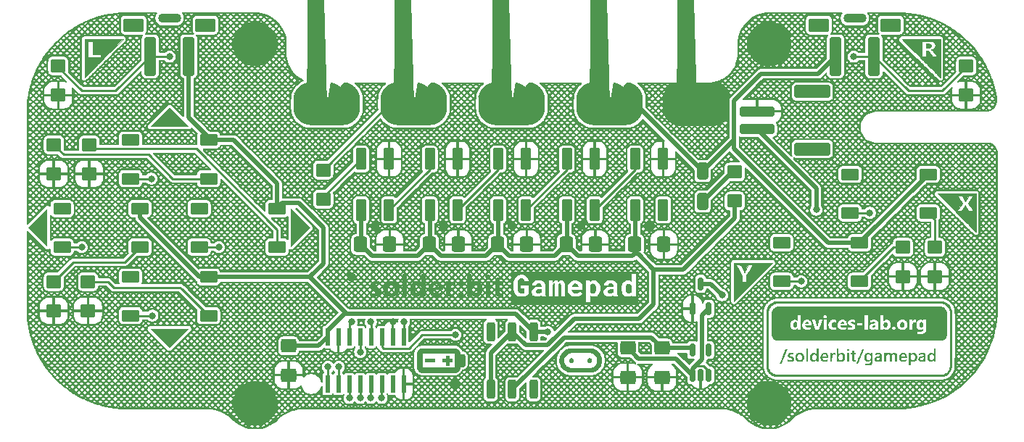
<source format=gtl>
%TF.GenerationSoftware,KiCad,Pcbnew,9.0.0*%
%TF.CreationDate,2025-06-19T17:55:55+01:00*%
%TF.ProjectId,solderbit-gamepad,736f6c64-6572-4626-9974-2d67616d6570,v0.7*%
%TF.SameCoordinates,Original*%
%TF.FileFunction,Copper,L1,Top*%
%TF.FilePolarity,Positive*%
%FSLAX46Y46*%
G04 Gerber Fmt 4.6, Leading zero omitted, Abs format (unit mm)*
G04 Created by KiCad (PCBNEW 9.0.0) date 2025-06-19 17:55:55*
%MOMM*%
%LPD*%
G01*
G04 APERTURE LIST*
G04 Aperture macros list*
%AMRoundRect*
0 Rectangle with rounded corners*
0 $1 Rounding radius*
0 $2 $3 $4 $5 $6 $7 $8 $9 X,Y pos of 4 corners*
0 Add a 4 corners polygon primitive as box body*
4,1,4,$2,$3,$4,$5,$6,$7,$8,$9,$2,$3,0*
0 Add four circle primitives for the rounded corners*
1,1,$1+$1,$2,$3*
1,1,$1+$1,$4,$5*
1,1,$1+$1,$6,$7*
1,1,$1+$1,$8,$9*
0 Add four rect primitives between the rounded corners*
20,1,$1+$1,$2,$3,$4,$5,0*
20,1,$1+$1,$4,$5,$6,$7,0*
20,1,$1+$1,$6,$7,$8,$9,0*
20,1,$1+$1,$8,$9,$2,$3,0*%
%AMFreePoly0*
4,1,53,1.982861,2.497452,2.265674,2.456790,2.539821,2.376293,2.799722,2.257600,3.040086,2.103127,3.256020,1.916020,3.443127,1.700086,3.597600,1.459722,3.716293,1.199821,3.796790,0.925674,3.837452,0.642861,3.840000,0.500000,3.840000,-0.500000,3.837452,-0.642861,3.796790,-0.925674,3.716293,-1.199821,3.597600,-1.459722,3.443127,-1.700086,3.256020,-1.916020,3.040086,-2.103127,
2.799722,-2.257600,2.539821,-2.376293,2.265674,-2.456790,1.982861,-2.497452,1.840000,-2.500000,-1.910000,-2.500000,-2.052869,-2.497572,-2.335699,-2.456908,-2.609863,-2.376406,-2.869780,-2.257706,-3.110159,-2.103224,-3.326105,-1.916105,-3.513224,-1.700159,-3.667706,-1.459780,-3.786406,-1.199863,-3.866908,-0.925699,-3.907572,-0.642869,-3.910000,-0.500000,-3.910000,0.500000,-3.907572,0.642869,
-3.866908,0.925699,-3.786406,1.199863,-3.667706,1.459780,-3.513224,1.700159,-3.326105,1.916105,-3.110159,2.103224,-2.869780,2.257706,-2.609863,2.376406,-2.335699,2.456908,-2.052869,2.497572,-1.910000,2.500000,1.840000,2.500000,1.982861,2.497452,1.982861,2.497452,$1*%
%AMFreePoly1*
4,1,57,0.418766,2.464678,0.692089,2.402293,0.956709,2.309699,1.209297,2.188059,1.446678,2.038902,1.665866,1.864105,1.864105,1.665866,2.038902,1.446678,2.188059,1.209297,2.309699,0.956709,2.402293,0.692089,2.464678,0.418766,2.496067,0.140176,2.496067,-0.140176,2.464678,-0.418766,2.402293,-0.692089,2.309699,-0.956709,2.188059,-1.209297,2.038902,-1.446678,1.864105,-1.665866,
1.665866,-1.864105,1.446678,-2.038902,1.209297,-2.188059,0.956709,-2.309699,0.692089,-2.402293,0.418766,-2.464678,0.140176,-2.496067,-0.140176,-2.496067,-0.418766,-2.464678,-0.692089,-2.402293,-0.956709,-2.309699,-1.209297,-2.188059,-1.446678,-2.038902,-1.665866,-1.864105,-1.864105,-1.665866,-2.038902,-1.446678,-2.188059,-1.209297,-2.309699,-0.956709,-2.402293,-0.692089,-2.464678,-0.418766,
-2.496067,-0.140176,-2.496067,0.140176,-2.464678,0.418766,-2.402293,0.692089,-2.309699,0.956709,-2.188059,1.209297,-2.038902,1.446678,-1.864105,1.665866,-1.665866,1.864105,-1.446678,2.038902,-1.209297,2.188059,-0.956709,2.309699,-0.692089,2.402293,-0.418766,2.464678,-0.140176,2.496067,0.140176,2.496067,0.418766,2.464678,0.418766,2.464678,$1*%
G04 Aperture macros list end*
%ADD10C,0.500000*%
%TA.AperFunction,EtchedComponent*%
%ADD11C,0.010000*%
%TD*%
%TA.AperFunction,EtchedComponent*%
%ADD12C,0.000000*%
%TD*%
%TA.AperFunction,SMDPad,CuDef*%
%ADD13RoundRect,0.250000X0.375000X-1.025000X0.375000X1.025000X-0.375000X1.025000X-0.375000X-1.025000X0*%
%TD*%
%TA.AperFunction,SMDPad,CuDef*%
%ADD14RoundRect,0.162500X0.162500X-0.587500X0.162500X0.587500X-0.162500X0.587500X-0.162500X-0.587500X0*%
%TD*%
%TA.AperFunction,SMDPad,CuDef*%
%ADD15RoundRect,0.250000X-0.800000X-0.450000X0.800000X-0.450000X0.800000X0.450000X-0.800000X0.450000X0*%
%TD*%
%TA.AperFunction,SMDPad,CuDef*%
%ADD16RoundRect,0.250000X0.950000X0.550000X-0.950000X0.550000X-0.950000X-0.550000X0.950000X-0.550000X0*%
%TD*%
%TA.AperFunction,ComponentPad*%
%ADD17O,2.700000X1.100000*%
%TD*%
%TA.AperFunction,SMDPad,CuDef*%
%ADD18RoundRect,0.250000X0.450000X-2.000000X0.450000X2.000000X-0.450000X2.000000X-0.450000X-2.000000X0*%
%TD*%
%TA.AperFunction,SMDPad,CuDef*%
%ADD19RoundRect,0.301886X-0.598114X0.498114X-0.598114X-0.498114X0.598114X-0.498114X0.598114X0.498114X0*%
%TD*%
%TA.AperFunction,SMDPad,CuDef*%
%ADD20RoundRect,0.307693X-0.567307X0.492307X-0.567307X-0.492307X0.567307X-0.492307X0.567307X0.492307X0*%
%TD*%
%TA.AperFunction,SMDPad,CuDef*%
%ADD21RoundRect,0.307693X0.567307X-0.492307X0.567307X0.492307X-0.567307X0.492307X-0.567307X-0.492307X0*%
%TD*%
%TA.AperFunction,SMDPad,CuDef*%
%ADD22RoundRect,0.301886X-0.498114X-0.598114X0.498114X-0.598114X0.498114X0.598114X-0.498114X0.598114X0*%
%TD*%
%TA.AperFunction,SMDPad,CuDef*%
%ADD23RoundRect,0.250000X-0.400000X0.725000X-0.400000X-0.725000X0.400000X-0.725000X0.400000X0.725000X0*%
%TD*%
%TA.AperFunction,SMDPad,CuDef*%
%ADD24RoundRect,0.301886X0.598114X-0.498114X0.598114X0.498114X-0.598114X0.498114X-0.598114X-0.498114X0*%
%TD*%
%TA.AperFunction,SMDPad,CuDef*%
%ADD25R,0.533400X2.010100*%
%TD*%
%TA.AperFunction,SMDPad,CuDef*%
%ADD26RoundRect,0.250001X1.849999X-0.499999X1.849999X0.499999X-1.849999X0.499999X-1.849999X-0.499999X0*%
%TD*%
%TA.AperFunction,SMDPad,CuDef*%
%ADD27RoundRect,0.300000X1.750000X-0.300000X1.750000X0.300000X-1.750000X0.300000X-1.750000X-0.300000X0*%
%TD*%
%TA.AperFunction,ComponentPad*%
%ADD28C,5.000000*%
%TD*%
%TA.AperFunction,SMDPad,CuDef*%
%ADD29RoundRect,0.250000X-0.250000X-0.875000X0.250000X-0.875000X0.250000X0.875000X-0.250000X0.875000X0*%
%TD*%
%TA.AperFunction,SMDPad,CuDef*%
%ADD30FreePoly0,0.000000*%
%TD*%
%TA.AperFunction,ComponentPad*%
%ADD31FreePoly1,0.000000*%
%TD*%
%TA.AperFunction,ViaPad*%
%ADD32C,0.800000*%
%TD*%
%TA.AperFunction,Conductor*%
%ADD33C,0.500000*%
%TD*%
%TA.AperFunction,Conductor*%
%ADD34C,0.250000*%
%TD*%
G04 APERTURE END LIST*
D10*
G36*
X87662657Y-70025082D02*
G01*
X87662657Y-69586514D01*
X87797696Y-69658138D01*
X87928271Y-69707261D01*
X88059498Y-69737422D01*
X88178467Y-69746951D01*
X88313481Y-69736063D01*
X88404697Y-69708177D01*
X88452196Y-69676442D01*
X88478636Y-69637877D01*
X88487587Y-69590177D01*
X88478184Y-69543395D01*
X88450034Y-69505150D01*
X88408602Y-69474154D01*
X88353558Y-69445616D01*
X88224568Y-69399668D01*
X88089624Y-69353720D01*
X87905983Y-69269609D01*
X87831916Y-69220000D01*
X87772718Y-69164890D01*
X87725535Y-69100997D01*
X87690744Y-69027198D01*
X87670145Y-68944697D01*
X87662657Y-68841726D01*
X87679338Y-68702988D01*
X87726618Y-68590003D01*
X87801158Y-68494323D01*
X87897435Y-68417354D01*
X88010278Y-68359670D01*
X88141678Y-68318588D01*
X88281077Y-68295101D01*
X88427747Y-68287142D01*
X88663442Y-68305155D01*
X88899136Y-68357362D01*
X88899136Y-68775628D01*
X88793244Y-68722588D01*
X88679623Y-68684647D01*
X88562785Y-68661735D01*
X88450034Y-68654269D01*
X88350047Y-68663581D01*
X88267158Y-68690448D01*
X88210829Y-68735938D01*
X88195521Y-68765525D01*
X88190374Y-68799136D01*
X88198120Y-68843567D01*
X88221057Y-68880805D01*
X88301352Y-68939576D01*
X88411566Y-68983692D01*
X88532008Y-69023687D01*
X88726639Y-69105355D01*
X88808753Y-69154255D01*
X88876086Y-69209159D01*
X88931206Y-69273771D01*
X88971798Y-69348682D01*
X88996230Y-69433344D01*
X89005076Y-69539192D01*
X88987419Y-69685777D01*
X88937604Y-69803737D01*
X88859258Y-69902959D01*
X88758238Y-69982340D01*
X88639849Y-70041035D01*
X88500257Y-70082632D01*
X88352467Y-70106120D01*
X88197243Y-70114078D01*
X88006401Y-70103846D01*
X87828752Y-70073929D01*
X87662657Y-70025082D01*
G37*
G36*
X90389538Y-68304073D02*
G01*
X90571704Y-68351805D01*
X90725746Y-68427580D01*
X90856284Y-68531232D01*
X90962945Y-68660583D01*
X91039651Y-68808651D01*
X91087219Y-68979070D01*
X91103886Y-69176796D01*
X91086388Y-69391434D01*
X91036828Y-69573591D01*
X90957635Y-69729113D01*
X90848499Y-69862356D01*
X90713889Y-69969465D01*
X90555800Y-70047592D01*
X90369642Y-70096694D01*
X90149354Y-70114078D01*
X89932125Y-70097162D01*
X89748922Y-70049443D01*
X89593730Y-69973658D01*
X89461963Y-69869988D01*
X89354838Y-69740607D01*
X89277284Y-69590061D01*
X89228845Y-69414216D01*
X89211767Y-69207479D01*
X89212340Y-69200610D01*
X89759939Y-69200610D01*
X89774112Y-69369981D01*
X89811852Y-69494256D01*
X89868601Y-69584156D01*
X89943751Y-69647174D01*
X90040746Y-69686584D01*
X90166451Y-69700850D01*
X90284222Y-69686751D01*
X90375973Y-69647509D01*
X90447977Y-69583990D01*
X90503060Y-69492128D01*
X90540059Y-69363634D01*
X90554034Y-69187024D01*
X90540329Y-69021878D01*
X90503868Y-68900858D01*
X90449125Y-68813467D01*
X90376772Y-68752333D01*
X90283564Y-68714170D01*
X90162940Y-68700370D01*
X90041645Y-68715777D01*
X89944488Y-68759324D01*
X89865727Y-68831040D01*
X89809672Y-68923822D01*
X89773296Y-69044428D01*
X89759939Y-69200610D01*
X89212340Y-69200610D01*
X89229591Y-68993881D01*
X89279968Y-68813815D01*
X89360381Y-68661107D01*
X89471275Y-68531232D01*
X89607539Y-68427451D01*
X89766777Y-68351634D01*
X89953406Y-68303989D01*
X90173168Y-68287142D01*
X90389538Y-68304073D01*
G37*
G36*
X91995067Y-70075000D02*
G01*
X91455443Y-70075000D01*
X91455443Y-67486025D01*
X91995067Y-67486025D01*
X91995067Y-70075000D01*
G37*
G36*
X94160737Y-70075000D02*
G01*
X93621113Y-70075000D01*
X93621113Y-69830757D01*
X93614244Y-69830757D01*
X93532806Y-69933555D01*
X93439863Y-70011584D01*
X93334074Y-70067471D01*
X93212925Y-70102008D01*
X93072941Y-70114078D01*
X92913196Y-70098921D01*
X92774568Y-70055356D01*
X92652856Y-69984209D01*
X92545224Y-69883574D01*
X92461646Y-69763889D01*
X92399401Y-69620053D01*
X92359633Y-69447296D01*
X92345403Y-69239689D01*
X92346485Y-69224424D01*
X92893575Y-69224424D01*
X92905937Y-69374249D01*
X92939468Y-69489258D01*
X92990814Y-69577049D01*
X93063416Y-69645374D01*
X93151716Y-69686432D01*
X93260703Y-69700850D01*
X93363747Y-69686202D01*
X93451509Y-69643444D01*
X93527996Y-69570333D01*
X93583568Y-69478012D01*
X93618724Y-69364514D01*
X93631341Y-69224424D01*
X93631341Y-69093754D01*
X93619744Y-68984456D01*
X93586574Y-68891818D01*
X93532270Y-68812264D01*
X93459889Y-68750288D01*
X93375242Y-68713235D01*
X93274441Y-68700370D01*
X93162014Y-68716411D01*
X93070363Y-68762484D01*
X92994325Y-68840352D01*
X92940928Y-68938607D01*
X92906257Y-69064260D01*
X92893575Y-69224424D01*
X92346485Y-69224424D01*
X92360682Y-69024044D01*
X92403890Y-68840076D01*
X92472442Y-68682582D01*
X92565679Y-68547413D01*
X92684744Y-68433255D01*
X92818402Y-68353000D01*
X92969646Y-68304099D01*
X93143008Y-68287142D01*
X93307848Y-68304172D01*
X93436420Y-68351177D01*
X93536938Y-68425546D01*
X93614244Y-68529553D01*
X93621113Y-68529553D01*
X93621113Y-67486025D01*
X94160737Y-67486025D01*
X94160737Y-70075000D01*
G37*
G36*
X95575612Y-68302799D02*
G01*
X95733713Y-68346854D01*
X95866335Y-68416829D01*
X95977752Y-68512914D01*
X96066518Y-68631112D01*
X96131555Y-68769790D01*
X96172525Y-68932893D01*
X96187037Y-69125505D01*
X96187037Y-69351125D01*
X95046270Y-69351125D01*
X95067736Y-69469101D01*
X95110450Y-69560512D01*
X95173437Y-69631161D01*
X95259373Y-69684004D01*
X95374162Y-69718676D01*
X95526208Y-69731533D01*
X95714766Y-69715835D01*
X95882602Y-69670430D01*
X96033469Y-69596284D01*
X96033469Y-69984630D01*
X95866674Y-70053212D01*
X95659544Y-70097858D01*
X95403323Y-70114078D01*
X95192475Y-70097713D01*
X95016518Y-70051766D01*
X94869185Y-69979150D01*
X94745699Y-69880216D01*
X94646559Y-69756764D01*
X94573960Y-69610183D01*
X94528129Y-69435875D01*
X94511837Y-69227782D01*
X94528601Y-69019870D01*
X95042912Y-69019870D01*
X95686797Y-69019870D01*
X95671905Y-68874638D01*
X95632878Y-68774562D01*
X95573949Y-68707263D01*
X95493124Y-68665956D01*
X95382715Y-68650911D01*
X95300802Y-68662439D01*
X95226825Y-68696822D01*
X95158164Y-68756546D01*
X95103958Y-68831473D01*
X95065486Y-68918444D01*
X95042912Y-69019870D01*
X94528601Y-69019870D01*
X94529148Y-69013084D01*
X94578198Y-68830596D01*
X94656563Y-68674570D01*
X94764475Y-68540696D01*
X94898686Y-68429392D01*
X95045104Y-68351023D01*
X95206376Y-68303484D01*
X95386226Y-68287142D01*
X95575612Y-68302799D01*
G37*
G36*
X97649594Y-68808906D02*
G01*
X97546350Y-68769819D01*
X97422448Y-68756088D01*
X97311589Y-68771080D01*
X97221642Y-68813871D01*
X97147522Y-68885384D01*
X97094710Y-68976644D01*
X97060779Y-69091897D01*
X97048451Y-69237399D01*
X97048451Y-70075000D01*
X96508827Y-70075000D01*
X96508827Y-68326221D01*
X97048451Y-68326221D01*
X97048451Y-68646789D01*
X97055321Y-68646789D01*
X97119090Y-68510036D01*
X97195987Y-68411131D01*
X97285881Y-68342914D01*
X97391147Y-68301578D01*
X97516329Y-68287142D01*
X97596732Y-68293038D01*
X97649594Y-68307903D01*
X97649594Y-68808906D01*
G37*
G36*
X98280962Y-68873325D02*
G01*
X98195426Y-68863834D01*
X98122365Y-68836543D01*
X98059006Y-68791503D01*
X98009386Y-68732226D01*
X97980156Y-68665616D01*
X97970163Y-68589087D01*
X97980536Y-68510602D01*
X98010632Y-68443853D01*
X98061448Y-68385908D01*
X98126299Y-68342456D01*
X98201394Y-68315937D01*
X98289510Y-68306681D01*
X98378713Y-68316148D01*
X98453113Y-68343046D01*
X98515893Y-68386823D01*
X98564804Y-68444949D01*
X98593827Y-68511448D01*
X98603820Y-68589087D01*
X98593538Y-68668897D01*
X98563854Y-68736223D01*
X98514061Y-68794098D01*
X98450214Y-68837183D01*
X98373649Y-68863875D01*
X98280962Y-68873325D01*
G37*
G36*
X98280962Y-70114078D02*
G01*
X98195467Y-70104527D01*
X98122408Y-70077045D01*
X98059006Y-70031646D01*
X98009339Y-69972005D01*
X97980130Y-69905325D01*
X97970163Y-69829077D01*
X97980533Y-69750806D01*
X98010625Y-69684260D01*
X98061448Y-69626509D01*
X98126288Y-69583146D01*
X98201383Y-69556675D01*
X98289510Y-69547435D01*
X98378734Y-69556870D01*
X98453135Y-69583673D01*
X98515893Y-69627272D01*
X98564816Y-69685297D01*
X98593832Y-69751646D01*
X98603820Y-69829077D01*
X98593565Y-69908605D01*
X98563901Y-69976004D01*
X98514061Y-70034241D01*
X98450169Y-70077680D01*
X98373606Y-70104565D01*
X98280962Y-70114078D01*
G37*
G36*
X99527516Y-68592751D02*
G01*
X99534385Y-68592751D01*
X99622777Y-68480955D01*
X99722031Y-68396647D01*
X99833379Y-68336702D01*
X99959241Y-68299922D01*
X100103013Y-68287142D01*
X100268432Y-68302792D01*
X100407145Y-68347129D01*
X100524486Y-68418539D01*
X100624014Y-68518562D01*
X100700314Y-68637649D01*
X100757311Y-68779732D01*
X100793730Y-68949181D01*
X100806738Y-69151304D01*
X100791867Y-69369185D01*
X100749851Y-69555071D01*
X100683333Y-69714105D01*
X100593178Y-69850449D01*
X100477178Y-69966047D01*
X100345815Y-70047281D01*
X100195982Y-70096847D01*
X100022871Y-70114078D01*
X99866651Y-70097698D01*
X99736500Y-70051206D01*
X99626854Y-69975678D01*
X99534385Y-69868309D01*
X99527516Y-69868309D01*
X99527516Y-70075000D01*
X98987892Y-70075000D01*
X98987892Y-69134512D01*
X99518968Y-69134512D01*
X99518968Y-69312504D01*
X99530376Y-69420764D01*
X99562958Y-69512283D01*
X99616207Y-69590635D01*
X99687283Y-69651914D01*
X99769236Y-69688296D01*
X99865640Y-69700850D01*
X99981427Y-69684526D01*
X100074954Y-69637850D01*
X100151709Y-69559342D01*
X100205173Y-69459676D01*
X100240361Y-69328786D01*
X100253375Y-69158173D01*
X100241670Y-69017367D01*
X100209670Y-68907390D01*
X100160258Y-68821728D01*
X100090413Y-68755024D01*
X100003664Y-68714656D01*
X99894644Y-68700370D01*
X99791950Y-68713965D01*
X99703510Y-68753605D01*
X99625671Y-68820812D01*
X99567665Y-68906562D01*
X99531707Y-69009584D01*
X99518968Y-69134512D01*
X98987892Y-69134512D01*
X98987892Y-67486025D01*
X99527516Y-67486025D01*
X99527516Y-68592751D01*
G37*
G36*
X101430015Y-68042899D02*
G01*
X101342144Y-68033334D01*
X101268588Y-68006083D01*
X101206228Y-67961536D01*
X101157600Y-67902722D01*
X101128983Y-67836991D01*
X101119216Y-67761867D01*
X101129169Y-67684670D01*
X101157934Y-67619387D01*
X101206228Y-67563114D01*
X101268280Y-67521063D01*
X101341845Y-67495154D01*
X101430015Y-67486025D01*
X101519296Y-67495211D01*
X101593047Y-67521170D01*
X101654566Y-67563114D01*
X101702401Y-67619331D01*
X101730933Y-67684615D01*
X101740814Y-67761867D01*
X101730927Y-67840297D01*
X101702374Y-67906757D01*
X101654566Y-67964131D01*
X101592925Y-68007052D01*
X101519176Y-68033540D01*
X101430015Y-68042899D01*
G37*
G36*
X101696393Y-70075000D02*
G01*
X101156769Y-70075000D01*
X101156769Y-68326221D01*
X101696393Y-68326221D01*
X101696393Y-70075000D01*
G37*
G36*
X103207950Y-70054544D02*
G01*
X103125571Y-70084841D01*
X103008800Y-70105978D01*
X102847692Y-70114078D01*
X102687438Y-70100420D01*
X102561444Y-70062934D01*
X102462517Y-70004745D01*
X102385565Y-69925915D01*
X102328162Y-69823457D01*
X102290883Y-69691729D01*
X102277233Y-69523011D01*
X102277233Y-68724184D01*
X101993758Y-68724184D01*
X101993758Y-68326221D01*
X102277233Y-68326221D01*
X102277233Y-67951308D01*
X102815177Y-67798656D01*
X102815177Y-68326221D01*
X103207950Y-68326221D01*
X103207950Y-68724184D01*
X102815177Y-68724184D01*
X102815177Y-69428672D01*
X102825961Y-69536513D01*
X102854120Y-69610455D01*
X102896375Y-69659837D01*
X102953920Y-69689936D01*
X103032096Y-69700850D01*
X103116814Y-69689857D01*
X103207950Y-69654902D01*
X103207950Y-70054544D01*
G37*
G36*
X113787830Y-68590236D02*
G01*
X113864009Y-68621755D01*
X113928188Y-68671926D01*
X113980177Y-68738686D01*
X114018772Y-68817776D01*
X114046885Y-68914541D01*
X114062765Y-69018292D01*
X114068257Y-69132222D01*
X114068257Y-69168095D01*
X114062977Y-69280704D01*
X114047649Y-69384250D01*
X114020578Y-69481326D01*
X113982772Y-69562700D01*
X113931328Y-69631834D01*
X113867520Y-69683906D01*
X113791225Y-69716693D01*
X113695939Y-69728327D01*
X113576022Y-69714293D01*
X113488333Y-69676273D01*
X113417905Y-69615604D01*
X113364532Y-69537055D01*
X113364532Y-68765095D01*
X113418195Y-68685770D01*
X113488333Y-68627708D01*
X113575334Y-68592110D01*
X113692428Y-68579012D01*
X113787830Y-68590236D01*
G37*
G36*
X107676727Y-69547282D02*
G01*
X107620398Y-69618265D01*
X107534913Y-69680547D01*
X107423935Y-69724969D01*
X107290823Y-69741913D01*
X107201821Y-69733825D01*
X107135590Y-69712085D01*
X107086728Y-69678868D01*
X107036276Y-69607900D01*
X107019255Y-69519958D01*
X107025315Y-69458608D01*
X107043069Y-69403026D01*
X107073142Y-69353368D01*
X107116495Y-69310825D01*
X107171197Y-69277631D01*
X107244569Y-69250985D01*
X107327417Y-69235402D01*
X107434163Y-69229614D01*
X107676727Y-69229614D01*
X107676727Y-69547282D01*
G37*
G36*
X111712328Y-68584739D02*
G01*
X111784891Y-68605573D01*
X111849343Y-68639237D01*
X111901823Y-68682357D01*
X111943854Y-68735105D01*
X111975248Y-68797609D01*
X111995229Y-68865852D01*
X112004252Y-68939270D01*
X112004252Y-68976823D01*
X111225575Y-68976823D01*
X111247324Y-68889247D01*
X111276714Y-68812875D01*
X111315494Y-68743795D01*
X111361283Y-68686632D01*
X111415787Y-68639824D01*
X111478214Y-68605573D01*
X111547391Y-68584573D01*
X111625218Y-68577333D01*
X111712328Y-68584739D01*
G37*
G36*
X116068911Y-69547282D02*
G01*
X116012582Y-69618265D01*
X115927097Y-69680547D01*
X115816120Y-69724969D01*
X115683007Y-69741913D01*
X115594005Y-69733825D01*
X115527775Y-69712085D01*
X115478912Y-69678868D01*
X115428460Y-69607900D01*
X115411440Y-69519958D01*
X115417499Y-69458608D01*
X115435253Y-69403026D01*
X115465327Y-69353368D01*
X115508679Y-69310825D01*
X115563382Y-69277631D01*
X115636754Y-69250985D01*
X115719601Y-69235402D01*
X115826347Y-69229614D01*
X116068911Y-69229614D01*
X116068911Y-69547282D01*
G37*
G36*
X117990619Y-68592822D02*
G01*
X118078114Y-68631066D01*
X118149516Y-68692710D01*
X118206188Y-68777001D01*
X118206188Y-69525148D01*
X118149504Y-69608156D01*
X118077198Y-69670320D01*
X117988786Y-69709114D01*
X117873255Y-69723137D01*
X117777954Y-69711927D01*
X117702438Y-69680547D01*
X117639149Y-69630317D01*
X117587949Y-69563616D01*
X117550359Y-69484656D01*
X117523835Y-69389440D01*
X117509345Y-69287212D01*
X117504296Y-69173285D01*
X117504296Y-69137412D01*
X117509558Y-69023336D01*
X117524751Y-68919731D01*
X117551948Y-68822641D01*
X117589628Y-68742044D01*
X117641060Y-68673730D01*
X117704880Y-68622518D01*
X117781242Y-68590419D01*
X117876613Y-68579012D01*
X117990619Y-68592822D01*
G37*
G36*
X118960545Y-71063219D02*
G01*
X104120752Y-71063219D01*
X104120752Y-68664344D01*
X104398530Y-68664344D01*
X104398530Y-69002468D01*
X104415783Y-69255559D01*
X104464323Y-69469583D01*
X104515793Y-69602823D01*
X104578240Y-69717998D01*
X104651321Y-69817171D01*
X104737784Y-69904361D01*
X104834773Y-69976410D01*
X104943344Y-70034089D01*
X105059407Y-70075169D01*
X105186329Y-70100471D01*
X105325889Y-70109193D01*
X105480013Y-70101688D01*
X105619591Y-70080037D01*
X105752055Y-70045815D01*
X105866429Y-70004169D01*
X105971486Y-69953098D01*
X106056786Y-69899145D01*
X106131101Y-69839104D01*
X106183182Y-69784656D01*
X106182793Y-69557510D01*
X106544508Y-69557510D01*
X106556635Y-69673410D01*
X106592288Y-69778702D01*
X106649439Y-69873286D01*
X106725401Y-69953794D01*
X106817817Y-70018369D01*
X106929496Y-70068283D01*
X107052053Y-70098660D01*
X107189920Y-70109193D01*
X107352189Y-70092860D01*
X107489728Y-70048591D01*
X107603148Y-69982798D01*
X107693824Y-69902503D01*
X107714279Y-69996384D01*
X107743283Y-70075000D01*
X108224899Y-70075000D01*
X108224899Y-70045996D01*
X108194117Y-69971618D01*
X108170250Y-69878689D01*
X108156677Y-69774935D01*
X108151474Y-69632615D01*
X108151474Y-68840199D01*
X108135890Y-68686428D01*
X108091634Y-68557641D01*
X108020158Y-68445700D01*
X107926007Y-68355225D01*
X107812450Y-68285693D01*
X107675811Y-68234019D01*
X107642518Y-68227150D01*
X108574166Y-68227150D01*
X108574166Y-70075000D01*
X109006324Y-70075000D01*
X109006324Y-68691669D01*
X109029342Y-68644565D01*
X109058378Y-68609695D01*
X109095931Y-68587061D01*
X109146305Y-68579012D01*
X109197444Y-68586645D01*
X109239270Y-68613206D01*
X109267511Y-68666176D01*
X109277739Y-68753188D01*
X109277739Y-70075000D01*
X109696157Y-70075000D01*
X109696157Y-68664344D01*
X109718962Y-68628954D01*
X109749127Y-68602062D01*
X109786178Y-68585043D01*
X109832780Y-68579012D01*
X109883155Y-68586645D01*
X109926814Y-68613969D01*
X109956581Y-68667855D01*
X109967725Y-68754867D01*
X109967725Y-70075000D01*
X110399882Y-70075000D01*
X110399882Y-69147640D01*
X110735410Y-69147640D01*
X110735410Y-69216028D01*
X110752494Y-69397498D01*
X110802882Y-69565295D01*
X110884839Y-69717992D01*
X110994918Y-69848770D01*
X111130538Y-69955571D01*
X111293811Y-70039126D01*
X111474747Y-70091114D01*
X111681546Y-70109193D01*
X111815346Y-70101688D01*
X111936017Y-70080037D01*
X112050187Y-70045977D01*
X112150340Y-70004169D01*
X112241884Y-69952802D01*
X112317646Y-69896550D01*
X112383357Y-69833783D01*
X112432898Y-69772749D01*
X112195525Y-69516599D01*
X112099965Y-69608801D01*
X111982117Y-69674594D01*
X111849768Y-69714741D01*
X111710550Y-69728327D01*
X111614145Y-69720456D01*
X111527826Y-69697644D01*
X111448534Y-69660240D01*
X111379296Y-69610480D01*
X111320321Y-69549032D01*
X111272439Y-69476452D01*
X111237923Y-69395440D01*
X111217027Y-69304719D01*
X112470603Y-69304719D01*
X112470603Y-69103218D01*
X112456004Y-68905659D01*
X112414122Y-68731816D01*
X112343787Y-68574107D01*
X112249258Y-68444068D01*
X112129697Y-68338539D01*
X111984560Y-68258749D01*
X111878441Y-68227150D01*
X112889785Y-68227150D01*
X112889785Y-68765095D01*
X112889785Y-70785441D01*
X113364532Y-70785441D01*
X113364532Y-69914410D01*
X113455629Y-69996441D01*
X113560995Y-70057903D01*
X113679657Y-70095774D01*
X113822335Y-70109193D01*
X113936648Y-70100835D01*
X114038993Y-70076679D01*
X114131302Y-70037447D01*
X114255122Y-69952450D01*
X114357532Y-69840221D01*
X114436664Y-69705485D01*
X114490440Y-69557510D01*
X114936693Y-69557510D01*
X114948820Y-69673410D01*
X114984473Y-69778702D01*
X115041623Y-69873286D01*
X115117585Y-69953794D01*
X115210001Y-70018369D01*
X115321680Y-70068283D01*
X115444237Y-70098660D01*
X115582104Y-70109193D01*
X115744373Y-70092860D01*
X115881912Y-70048591D01*
X115995333Y-69982798D01*
X116086008Y-69902503D01*
X116106463Y-69996384D01*
X116135467Y-70075000D01*
X116617083Y-70075000D01*
X116617083Y-70045996D01*
X116586301Y-69971618D01*
X116562434Y-69878689D01*
X116548861Y-69774935D01*
X116543658Y-69632615D01*
X116543658Y-69137412D01*
X117029549Y-69137412D01*
X117029549Y-69173285D01*
X117042284Y-69370117D01*
X117079008Y-69546519D01*
X117140683Y-69708920D01*
X117221584Y-69842816D01*
X117325277Y-69954284D01*
X117448730Y-70038363D01*
X117589595Y-70091011D01*
X117751897Y-70109193D01*
X117900676Y-70093660D01*
X118025143Y-70049507D01*
X118134736Y-69978198D01*
X118230155Y-69882048D01*
X118253968Y-70075000D01*
X118682767Y-70075000D01*
X118682767Y-67451831D01*
X118206188Y-67451831D01*
X118206188Y-68392777D01*
X118114043Y-68307647D01*
X118010642Y-68245163D01*
X117894601Y-68206587D01*
X117755408Y-68192956D01*
X117589908Y-68210634D01*
X117448730Y-68261344D01*
X117325257Y-68343261D01*
X117220821Y-68454296D01*
X117139545Y-68588646D01*
X117078244Y-68753188D01*
X117042185Y-68932720D01*
X117029549Y-69137412D01*
X116543658Y-69137412D01*
X116543658Y-68840199D01*
X116528074Y-68686428D01*
X116483818Y-68557641D01*
X116412342Y-68445700D01*
X116318191Y-68355225D01*
X116204634Y-68285693D01*
X116067995Y-68234019D01*
X115920075Y-68203500D01*
X115756433Y-68192956D01*
X115576358Y-68205330D01*
X115425789Y-68239972D01*
X115290057Y-68296661D01*
X115181699Y-68367284D01*
X115093021Y-68454796D01*
X115029658Y-68553367D01*
X114990608Y-68662285D01*
X114977603Y-68777001D01*
X115452350Y-68777001D01*
X115469571Y-68681910D01*
X115518907Y-68610611D01*
X115567402Y-68578093D01*
X115635822Y-68556386D01*
X115730787Y-68548176D01*
X115837460Y-68557962D01*
X115919245Y-68584611D01*
X115981747Y-68625876D01*
X116029537Y-68682805D01*
X116058641Y-68751902D01*
X116068911Y-68836841D01*
X116068911Y-68946140D01*
X115804213Y-68946140D01*
X115582758Y-68958213D01*
X115405595Y-68991199D01*
X115264996Y-69041206D01*
X115154374Y-69105813D01*
X115059257Y-69193782D01*
X114992262Y-69296205D01*
X114951119Y-69415926D01*
X114940519Y-69519958D01*
X114936693Y-69557510D01*
X114490440Y-69557510D01*
X114495987Y-69542245D01*
X114530896Y-69365252D01*
X114543004Y-69168095D01*
X114543004Y-69132222D01*
X114530778Y-68927571D01*
X114495987Y-68748913D01*
X114436354Y-68585099D01*
X114356769Y-68451700D01*
X114253564Y-68341715D01*
X114129623Y-68260428D01*
X113987526Y-68210482D01*
X113818824Y-68192956D01*
X113670086Y-68207739D01*
X113547256Y-68249437D01*
X113439289Y-68316963D01*
X113345756Y-68408195D01*
X113328659Y-68227150D01*
X112889785Y-68227150D01*
X111878441Y-68227150D01*
X111821142Y-68210088D01*
X111628576Y-68192956D01*
X111441153Y-68210812D01*
X111271676Y-68263023D01*
X111118410Y-68347466D01*
X110988202Y-68459486D01*
X110882732Y-68596565D01*
X110801967Y-68760820D01*
X110752556Y-68942150D01*
X110749663Y-68976823D01*
X110735410Y-69147640D01*
X110399882Y-69147640D01*
X110399882Y-68756546D01*
X110391740Y-68608965D01*
X110369962Y-68496122D01*
X110332705Y-68396453D01*
X110286156Y-68321946D01*
X110226992Y-68263131D01*
X110159760Y-68223791D01*
X110085034Y-68200777D01*
X110003598Y-68192956D01*
X109890441Y-68206622D01*
X109799502Y-68245163D01*
X109723067Y-68306577D01*
X109660284Y-68389419D01*
X109615889Y-68302705D01*
X109554714Y-68243125D01*
X109474279Y-68206282D01*
X109368261Y-68192956D01*
X109243192Y-68210887D01*
X109142031Y-68262260D01*
X109060039Y-68342604D01*
X108995943Y-68450937D01*
X108982357Y-68227150D01*
X108574166Y-68227150D01*
X107642518Y-68227150D01*
X107527891Y-68203500D01*
X107364248Y-68192956D01*
X107184173Y-68205330D01*
X107033605Y-68239972D01*
X106897873Y-68296661D01*
X106789515Y-68367284D01*
X106700837Y-68454796D01*
X106637473Y-68553367D01*
X106598423Y-68662285D01*
X106585419Y-68777001D01*
X107060166Y-68777001D01*
X107077387Y-68681910D01*
X107126722Y-68610611D01*
X107175218Y-68578093D01*
X107243638Y-68556386D01*
X107338603Y-68548176D01*
X107445276Y-68557962D01*
X107527060Y-68584611D01*
X107589562Y-68625876D01*
X107637353Y-68682805D01*
X107666457Y-68751902D01*
X107676727Y-68836841D01*
X107676727Y-68946140D01*
X107412028Y-68946140D01*
X107190574Y-68958213D01*
X107013411Y-68991199D01*
X106872812Y-69041206D01*
X106762190Y-69105813D01*
X106667073Y-69193782D01*
X106600078Y-69296205D01*
X106558935Y-69415926D01*
X106548334Y-69519958D01*
X106544508Y-69557510D01*
X106182793Y-69557510D01*
X106181502Y-68804326D01*
X105291695Y-68804326D01*
X105291695Y-69163058D01*
X105703397Y-69163058D01*
X105701565Y-69613838D01*
X105646000Y-69655818D01*
X105561584Y-69690775D01*
X105459154Y-69714589D01*
X105348176Y-69723137D01*
X105234570Y-69710033D01*
X105140906Y-69674538D01*
X105062863Y-69617369D01*
X104997993Y-69536139D01*
X104938439Y-69407119D01*
X104897891Y-69233289D01*
X104881825Y-69002468D01*
X104881825Y-68660986D01*
X104890921Y-68490595D01*
X104916019Y-68350950D01*
X104957677Y-68224146D01*
X105008221Y-68126400D01*
X105072852Y-68045396D01*
X105144844Y-67989013D01*
X105226788Y-67953769D01*
X105315662Y-67941996D01*
X105439486Y-67954292D01*
X105531044Y-67987403D01*
X105598220Y-68038472D01*
X105648858Y-68108167D01*
X105687986Y-68201971D01*
X105713625Y-68326221D01*
X106181502Y-68326221D01*
X106151534Y-68152888D01*
X106102124Y-68003515D01*
X106029157Y-67870057D01*
X105933901Y-67760188D01*
X105816001Y-67673056D01*
X105669966Y-67607231D01*
X105506035Y-67568343D01*
X105303755Y-67554261D01*
X105176791Y-67562822D01*
X105057977Y-67587995D01*
X104945939Y-67629518D01*
X104841247Y-67686883D01*
X104745854Y-67759401D01*
X104658954Y-67848115D01*
X104551852Y-68003972D01*
X104467681Y-68197230D01*
X104430201Y-68336067D01*
X104406718Y-68491067D01*
X104398530Y-68664344D01*
X104120752Y-68664344D01*
X104120752Y-67174053D01*
X118960545Y-67174053D01*
X118960545Y-71063219D01*
G37*
D11*
X132399931Y-68400960D02*
X132262594Y-68538294D01*
X132127368Y-68673514D01*
X131994493Y-68806375D01*
X131864215Y-68936634D01*
X131736780Y-69064047D01*
X131612427Y-69188371D01*
X131491402Y-69309364D01*
X131373951Y-69426780D01*
X131260314Y-69540375D01*
X131150736Y-69649906D01*
X131045461Y-69755131D01*
X130944735Y-69855805D01*
X130848798Y-69951685D01*
X130757896Y-70042527D01*
X130672273Y-70128087D01*
X130592172Y-70208121D01*
X130517836Y-70282386D01*
X130449511Y-70350640D01*
X130387438Y-70412637D01*
X130331863Y-70468134D01*
X130283029Y-70516888D01*
X130241179Y-70558654D01*
X130206559Y-70593192D01*
X130179411Y-70620253D01*
X130159978Y-70639597D01*
X130148506Y-70650981D01*
X130145188Y-70654218D01*
X130145080Y-70648333D01*
X130144974Y-70630951D01*
X130144870Y-70602484D01*
X130144770Y-70563337D01*
X130144671Y-70513924D01*
X130144576Y-70454653D01*
X130144485Y-70385934D01*
X130144396Y-70308177D01*
X130144312Y-70221790D01*
X130144231Y-70127184D01*
X130144156Y-70024768D01*
X130144086Y-69914952D01*
X130144020Y-69798147D01*
X130143960Y-69674760D01*
X130143904Y-69545203D01*
X130143855Y-69409884D01*
X130143813Y-69269214D01*
X130143775Y-69123601D01*
X130143745Y-68973457D01*
X130143723Y-68819190D01*
X130143706Y-68661211D01*
X130143697Y-68499928D01*
X130143697Y-66390642D01*
X130394701Y-66390642D01*
X130397811Y-66396362D01*
X130406391Y-66411831D01*
X130420084Y-66436415D01*
X130438534Y-66469476D01*
X130461388Y-66510380D01*
X130488289Y-66558491D01*
X130518882Y-66613175D01*
X130552810Y-66673796D01*
X130589719Y-66739719D01*
X130629255Y-66810306D01*
X130671060Y-66884927D01*
X130714780Y-66962940D01*
X130752403Y-67030061D01*
X131108103Y-67664550D01*
X131108103Y-68350359D01*
X131608165Y-68350359D01*
X131608165Y-67652429D01*
X131972074Y-67023593D01*
X132018187Y-66943910D01*
X132062649Y-66867078D01*
X132105097Y-66793727D01*
X132145165Y-66724487D01*
X132182488Y-66659990D01*
X132216703Y-66600863D01*
X132247444Y-66547740D01*
X132274345Y-66501249D01*
X132297045Y-66462021D01*
X132315175Y-66430688D01*
X132328372Y-66407877D01*
X132336273Y-66394221D01*
X132338542Y-66390293D01*
X132333330Y-66389370D01*
X132317389Y-66388511D01*
X132291901Y-66387737D01*
X132258042Y-66387066D01*
X132216991Y-66386522D01*
X132169927Y-66386121D01*
X132118030Y-66385884D01*
X132075846Y-66385827D01*
X131810590Y-66385827D01*
X131623834Y-66759387D01*
X131584957Y-66837243D01*
X131551090Y-66905315D01*
X131521852Y-66964433D01*
X131496864Y-67015430D01*
X131475747Y-67059137D01*
X131458119Y-67096388D01*
X131443602Y-67128012D01*
X131431815Y-67154843D01*
X131422380Y-67177712D01*
X131414916Y-67197450D01*
X131409043Y-67214891D01*
X131404381Y-67230864D01*
X131400552Y-67246205D01*
X131399535Y-67250687D01*
X131394589Y-67268606D01*
X131389497Y-67280303D01*
X131386038Y-67283136D01*
X131382177Y-67277001D01*
X131375889Y-67261674D01*
X131368021Y-67239416D01*
X131359417Y-67212480D01*
X131358745Y-67210266D01*
X131353608Y-67194311D01*
X131347222Y-67176597D01*
X131339196Y-67156274D01*
X131329131Y-67132488D01*
X131316634Y-67104390D01*
X131301313Y-67071129D01*
X131282772Y-67031852D01*
X131260615Y-66985710D01*
X131234451Y-66931850D01*
X131203881Y-66869421D01*
X131168514Y-66797573D01*
X131151982Y-66764075D01*
X130966666Y-66388805D01*
X130679682Y-66387258D01*
X130622583Y-66387050D01*
X130569346Y-66387045D01*
X130521108Y-66387233D01*
X130479006Y-66387599D01*
X130444177Y-66388128D01*
X130417759Y-66388809D01*
X130400889Y-66389627D01*
X130394703Y-66390569D01*
X130394701Y-66390642D01*
X130143697Y-66390642D01*
X130143697Y-66147704D01*
X134653183Y-66147704D01*
X132399931Y-68400960D01*
%TA.AperFunction,EtchedComponent*%
G36*
X132399931Y-68400960D02*
G01*
X132262594Y-68538294D01*
X132127368Y-68673514D01*
X131994493Y-68806375D01*
X131864215Y-68936634D01*
X131736780Y-69064047D01*
X131612427Y-69188371D01*
X131491402Y-69309364D01*
X131373951Y-69426780D01*
X131260314Y-69540375D01*
X131150736Y-69649906D01*
X131045461Y-69755131D01*
X130944735Y-69855805D01*
X130848798Y-69951685D01*
X130757896Y-70042527D01*
X130672273Y-70128087D01*
X130592172Y-70208121D01*
X130517836Y-70282386D01*
X130449511Y-70350640D01*
X130387438Y-70412637D01*
X130331863Y-70468134D01*
X130283029Y-70516888D01*
X130241179Y-70558654D01*
X130206559Y-70593192D01*
X130179411Y-70620253D01*
X130159978Y-70639597D01*
X130148506Y-70650981D01*
X130145188Y-70654218D01*
X130145080Y-70648333D01*
X130144974Y-70630951D01*
X130144870Y-70602484D01*
X130144770Y-70563337D01*
X130144671Y-70513924D01*
X130144576Y-70454653D01*
X130144485Y-70385934D01*
X130144396Y-70308177D01*
X130144312Y-70221790D01*
X130144231Y-70127184D01*
X130144156Y-70024768D01*
X130144086Y-69914952D01*
X130144020Y-69798147D01*
X130143960Y-69674760D01*
X130143904Y-69545203D01*
X130143855Y-69409884D01*
X130143813Y-69269214D01*
X130143775Y-69123601D01*
X130143745Y-68973457D01*
X130143723Y-68819190D01*
X130143706Y-68661211D01*
X130143697Y-68499928D01*
X130143697Y-66390642D01*
X130394701Y-66390642D01*
X130397811Y-66396362D01*
X130406391Y-66411831D01*
X130420084Y-66436415D01*
X130438534Y-66469476D01*
X130461388Y-66510380D01*
X130488289Y-66558491D01*
X130518882Y-66613175D01*
X130552810Y-66673796D01*
X130589719Y-66739719D01*
X130629255Y-66810306D01*
X130671060Y-66884927D01*
X130714780Y-66962940D01*
X130752403Y-67030061D01*
X131108103Y-67664550D01*
X131108103Y-68350359D01*
X131608165Y-68350359D01*
X131608165Y-67652429D01*
X131972074Y-67023593D01*
X132018187Y-66943910D01*
X132062649Y-66867078D01*
X132105097Y-66793727D01*
X132145165Y-66724487D01*
X132182488Y-66659990D01*
X132216703Y-66600863D01*
X132247444Y-66547740D01*
X132274345Y-66501249D01*
X132297045Y-66462021D01*
X132315175Y-66430688D01*
X132328372Y-66407877D01*
X132336273Y-66394221D01*
X132338542Y-66390293D01*
X132333330Y-66389370D01*
X132317389Y-66388511D01*
X132291901Y-66387737D01*
X132258042Y-66387066D01*
X132216991Y-66386522D01*
X132169927Y-66386121D01*
X132118030Y-66385884D01*
X132075846Y-66385827D01*
X131810590Y-66385827D01*
X131623834Y-66759387D01*
X131584957Y-66837243D01*
X131551090Y-66905315D01*
X131521852Y-66964433D01*
X131496864Y-67015430D01*
X131475747Y-67059137D01*
X131458119Y-67096388D01*
X131443602Y-67128012D01*
X131431815Y-67154843D01*
X131422380Y-67177712D01*
X131414916Y-67197450D01*
X131409043Y-67214891D01*
X131404381Y-67230864D01*
X131400552Y-67246205D01*
X131399535Y-67250687D01*
X131394589Y-67268606D01*
X131389497Y-67280303D01*
X131386038Y-67283136D01*
X131382177Y-67277001D01*
X131375889Y-67261674D01*
X131368021Y-67239416D01*
X131359417Y-67212480D01*
X131358745Y-67210266D01*
X131353608Y-67194311D01*
X131347222Y-67176597D01*
X131339196Y-67156274D01*
X131329131Y-67132488D01*
X131316634Y-67104390D01*
X131301313Y-67071129D01*
X131282772Y-67031852D01*
X131260615Y-66985710D01*
X131234451Y-66931850D01*
X131203881Y-66869421D01*
X131168514Y-66797573D01*
X131151982Y-66764075D01*
X130966666Y-66388805D01*
X130679682Y-66387258D01*
X130622583Y-66387050D01*
X130569346Y-66387045D01*
X130521108Y-66387233D01*
X130479006Y-66387599D01*
X130444177Y-66388128D01*
X130417759Y-66388809D01*
X130400889Y-66389627D01*
X130394703Y-66390569D01*
X130394701Y-66390642D01*
X130143697Y-66390642D01*
X130143697Y-66147704D01*
X134653183Y-66147704D01*
X132399931Y-68400960D01*
G37*
%TD.AperFunction*%
D12*
%TA.AperFunction,EtchedComponent*%
G36*
X49994406Y-64298138D02*
G01*
X47744125Y-62047859D01*
X47744125Y-62045875D01*
X49994406Y-59795594D01*
X49994406Y-64298138D01*
G37*
%TD.AperFunction*%
%TA.AperFunction,EtchedComponent*%
G36*
X66504406Y-50231775D02*
G01*
X62001862Y-50231775D01*
X64252141Y-47981494D01*
X64254125Y-47981494D01*
X66504406Y-50231775D01*
G37*
%TD.AperFunction*%
%TA.AperFunction,EtchedComponent*%
G36*
X80691007Y-62052141D02*
G01*
X80691007Y-62054125D01*
X78440726Y-64304406D01*
X78440726Y-59801862D01*
X80691007Y-62052141D01*
G37*
%TD.AperFunction*%
D11*
X55717992Y-41212565D02*
X55756864Y-41213515D01*
X55788919Y-41214735D01*
X55815277Y-41216381D01*
X55837058Y-41218608D01*
X55855381Y-41221572D01*
X55871366Y-41225428D01*
X55886134Y-41230332D01*
X55900804Y-41236439D01*
X55905520Y-41238607D01*
X55933375Y-41255139D01*
X55954505Y-41275720D01*
X55969271Y-41300821D01*
X55978034Y-41330913D01*
X55978560Y-41333997D01*
X55980427Y-41367715D01*
X55974763Y-41398925D01*
X55961567Y-41427633D01*
X55943987Y-41450545D01*
X55917171Y-41474811D01*
X55886074Y-41494054D01*
X55853239Y-41507865D01*
X55843670Y-41511125D01*
X55835084Y-41513675D01*
X55826323Y-41515617D01*
X55816230Y-41517056D01*
X55803648Y-41518094D01*
X55787420Y-41518837D01*
X55766391Y-41519388D01*
X55739401Y-41519851D01*
X55716008Y-41520182D01*
X55609844Y-41521641D01*
X55609844Y-41210367D01*
X55717992Y-41212565D01*
%TA.AperFunction,EtchedComponent*%
G36*
X55717992Y-41212565D02*
G01*
X55756864Y-41213515D01*
X55788919Y-41214735D01*
X55815277Y-41216381D01*
X55837058Y-41218608D01*
X55855381Y-41221572D01*
X55871366Y-41225428D01*
X55886134Y-41230332D01*
X55900804Y-41236439D01*
X55905520Y-41238607D01*
X55933375Y-41255139D01*
X55954505Y-41275720D01*
X55969271Y-41300821D01*
X55978034Y-41330913D01*
X55978560Y-41333997D01*
X55980427Y-41367715D01*
X55974763Y-41398925D01*
X55961567Y-41427633D01*
X55943987Y-41450545D01*
X55917171Y-41474811D01*
X55886074Y-41494054D01*
X55853239Y-41507865D01*
X55843670Y-41511125D01*
X55835084Y-41513675D01*
X55826323Y-41515617D01*
X55816230Y-41517056D01*
X55803648Y-41518094D01*
X55787420Y-41518837D01*
X55766391Y-41519388D01*
X55739401Y-41519851D01*
X55716008Y-41520182D01*
X55609844Y-41521641D01*
X55609844Y-41210367D01*
X55717992Y-41212565D01*
G37*
%TD.AperFunction*%
X56588172Y-42256844D02*
X56475963Y-42369052D01*
X56365132Y-42479879D01*
X56255811Y-42589195D01*
X56148133Y-42696864D01*
X56042231Y-42802756D01*
X55938237Y-42906737D01*
X55836285Y-43008674D01*
X55736507Y-43108436D01*
X55639036Y-43205888D01*
X55544004Y-43300899D01*
X55451544Y-43393336D01*
X55361790Y-43483066D01*
X55274874Y-43569956D01*
X55190928Y-43653874D01*
X55110085Y-43734686D01*
X55032479Y-43812262D01*
X54958241Y-43886466D01*
X54887505Y-43957168D01*
X54820403Y-44024234D01*
X54757069Y-44087532D01*
X54697634Y-44146928D01*
X54642232Y-44202291D01*
X54590995Y-44253487D01*
X54544056Y-44300384D01*
X54501548Y-44342849D01*
X54463603Y-44380749D01*
X54430355Y-44413952D01*
X54401936Y-44442325D01*
X54378479Y-44465736D01*
X54360116Y-44484051D01*
X54346981Y-44497138D01*
X54339205Y-44504864D01*
X54336900Y-44507125D01*
X54336841Y-44503193D01*
X54336783Y-44491548D01*
X54336726Y-44472410D01*
X54336670Y-44446005D01*
X54336616Y-44412555D01*
X54336562Y-44372283D01*
X54336510Y-44325413D01*
X54336459Y-44272166D01*
X54336410Y-44212768D01*
X54336363Y-44147440D01*
X54336317Y-44076407D01*
X54336273Y-43999890D01*
X54336232Y-43918113D01*
X54336192Y-43831300D01*
X54336154Y-43739673D01*
X54336119Y-43643456D01*
X54336086Y-43542872D01*
X54336055Y-43438144D01*
X54336027Y-43329494D01*
X54336002Y-43217147D01*
X54335980Y-43101326D01*
X54335960Y-42982252D01*
X54335943Y-42860151D01*
X54335929Y-42735244D01*
X54335919Y-42607755D01*
X54335911Y-42477907D01*
X54335907Y-42345923D01*
X54335907Y-42098094D01*
X54681188Y-42098094D01*
X56264719Y-42098094D01*
X56264719Y-41764719D01*
X55276500Y-41764719D01*
X55276500Y-40256594D01*
X54681188Y-40256594D01*
X54681188Y-42098094D01*
X54335907Y-42098094D01*
X54335907Y-40256594D01*
X54335907Y-40006563D01*
X58838451Y-40006563D01*
X56588172Y-42256844D01*
%TA.AperFunction,EtchedComponent*%
G36*
X56588172Y-42256844D02*
G01*
X56475963Y-42369052D01*
X56365132Y-42479879D01*
X56255811Y-42589195D01*
X56148133Y-42696864D01*
X56042231Y-42802756D01*
X55938237Y-42906737D01*
X55836285Y-43008674D01*
X55736507Y-43108436D01*
X55639036Y-43205888D01*
X55544004Y-43300899D01*
X55451544Y-43393336D01*
X55361790Y-43483066D01*
X55274874Y-43569956D01*
X55190928Y-43653874D01*
X55110085Y-43734686D01*
X55032479Y-43812262D01*
X54958241Y-43886466D01*
X54887505Y-43957168D01*
X54820403Y-44024234D01*
X54757069Y-44087532D01*
X54697634Y-44146928D01*
X54642232Y-44202291D01*
X54590995Y-44253487D01*
X54544056Y-44300384D01*
X54501548Y-44342849D01*
X54463603Y-44380749D01*
X54430355Y-44413952D01*
X54401936Y-44442325D01*
X54378479Y-44465736D01*
X54360116Y-44484051D01*
X54346981Y-44497138D01*
X54339205Y-44504864D01*
X54336900Y-44507125D01*
X54336841Y-44503193D01*
X54336783Y-44491548D01*
X54336726Y-44472410D01*
X54336670Y-44446005D01*
X54336616Y-44412555D01*
X54336562Y-44372283D01*
X54336510Y-44325413D01*
X54336459Y-44272166D01*
X54336410Y-44212768D01*
X54336363Y-44147440D01*
X54336317Y-44076407D01*
X54336273Y-43999890D01*
X54336232Y-43918113D01*
X54336192Y-43831300D01*
X54336154Y-43739673D01*
X54336119Y-43643456D01*
X54336086Y-43542872D01*
X54336055Y-43438144D01*
X54336027Y-43329494D01*
X54336002Y-43217147D01*
X54335980Y-43101326D01*
X54335960Y-42982252D01*
X54335943Y-42860151D01*
X54335929Y-42735244D01*
X54335919Y-42607755D01*
X54335911Y-42477907D01*
X54335907Y-42345923D01*
X54335907Y-42098094D01*
X54681188Y-42098094D01*
X56264719Y-42098094D01*
X56264719Y-41764719D01*
X55276500Y-41764719D01*
X55276500Y-40256594D01*
X54681188Y-40256594D01*
X54681188Y-42098094D01*
X54335907Y-42098094D01*
X54335907Y-40256594D01*
X54335907Y-40006563D01*
X58838451Y-40006563D01*
X56588172Y-42256844D01*
G37*
%TD.AperFunction*%
X158405992Y-60313728D02*
X158405990Y-60447012D01*
X158405985Y-60578309D01*
X158405977Y-60707395D01*
X158405965Y-60834049D01*
X158405950Y-60958046D01*
X158405932Y-61079163D01*
X158405912Y-61197177D01*
X158405888Y-61311866D01*
X158405862Y-61423006D01*
X158405833Y-61530373D01*
X158405802Y-61633746D01*
X158405768Y-61732899D01*
X158405732Y-61827611D01*
X158405694Y-61917659D01*
X158405653Y-62002819D01*
X158405611Y-62082867D01*
X158405566Y-62157581D01*
X158405520Y-62226739D01*
X158405472Y-62290115D01*
X158405422Y-62347488D01*
X158405371Y-62398635D01*
X158405319Y-62443331D01*
X158405265Y-62481355D01*
X158405210Y-62512482D01*
X158405153Y-62536490D01*
X158405096Y-62553156D01*
X158405038Y-62562256D01*
X158404999Y-62564009D01*
X158402165Y-62561225D01*
X158393851Y-62552960D01*
X158380191Y-62539348D01*
X158361316Y-62520521D01*
X158337360Y-62496612D01*
X158308456Y-62467753D01*
X158274735Y-62434077D01*
X158236332Y-62395718D01*
X158193378Y-62352807D01*
X158146006Y-62305477D01*
X158094350Y-62253861D01*
X158038541Y-62198092D01*
X157978713Y-62138303D01*
X157914998Y-62074625D01*
X157847530Y-62007192D01*
X157776440Y-61936136D01*
X157701862Y-61861591D01*
X157623928Y-61783688D01*
X157542771Y-61702561D01*
X157458525Y-61618342D01*
X157371320Y-61531164D01*
X157281292Y-61441160D01*
X157188571Y-61348461D01*
X157093291Y-61253202D01*
X156995585Y-61155515D01*
X156895585Y-61055531D01*
X156793424Y-60953385D01*
X156689235Y-60849208D01*
X156583151Y-60743134D01*
X156475303Y-60635295D01*
X156365827Y-60525824D01*
X156254852Y-60414853D01*
X156153726Y-60313728D01*
X155950328Y-60110329D01*
X156146350Y-60110329D01*
X156147190Y-60111308D01*
X156151285Y-60112157D01*
X156159086Y-60112885D01*
X156171048Y-60113499D01*
X156187624Y-60114007D01*
X156209267Y-60114418D01*
X156236431Y-60114740D01*
X156269568Y-60114979D01*
X156309133Y-60115145D01*
X156355577Y-60115245D01*
X156409356Y-60115288D01*
X156428882Y-60115290D01*
X156714429Y-60115290D01*
X156902900Y-59812673D01*
X156936689Y-59758389D01*
X156966544Y-59710326D01*
X156992748Y-59667982D01*
X157015585Y-59630853D01*
X157035338Y-59598438D01*
X157052291Y-59570233D01*
X157066726Y-59545735D01*
X157078927Y-59524441D01*
X157089178Y-59505850D01*
X157097761Y-59489456D01*
X157104960Y-59474759D01*
X157111059Y-59461255D01*
X157116341Y-59448440D01*
X157121088Y-59435813D01*
X157125586Y-59422871D01*
X157129877Y-59409845D01*
X157134383Y-59398379D01*
X157138872Y-59390811D01*
X157141385Y-59389009D01*
X157144571Y-59392570D01*
X157148637Y-59401983D01*
X157152787Y-59415339D01*
X157153422Y-59417782D01*
X157158963Y-59437434D01*
X157165904Y-59459046D01*
X157171394Y-59474337D01*
X157175470Y-59482822D01*
X157183586Y-59497709D01*
X157195554Y-59518683D01*
X157211187Y-59545428D01*
X157230295Y-59577629D01*
X157252692Y-59614971D01*
X157278189Y-59657139D01*
X157306597Y-59703817D01*
X157337729Y-59754689D01*
X157367886Y-59803743D01*
X157395409Y-59848396D01*
X157421803Y-59891163D01*
X157446764Y-59931554D01*
X157469988Y-59969080D01*
X157491171Y-60003250D01*
X157510007Y-60033576D01*
X157526194Y-60059566D01*
X157539426Y-60080732D01*
X157549400Y-60096583D01*
X157555811Y-60106630D01*
X157558328Y-60110356D01*
X157560795Y-60111347D01*
X157566522Y-60112193D01*
X157575974Y-60112901D01*
X157589614Y-60113476D01*
X157607908Y-60113926D01*
X157631320Y-60114256D01*
X157660315Y-60114473D01*
X157695357Y-60114583D01*
X157736910Y-60114594D01*
X157785439Y-60114510D01*
X157841410Y-60114339D01*
X157845537Y-60114325D01*
X158128104Y-60113306D01*
X157798736Y-59651204D01*
X157760152Y-59597047D01*
X157722853Y-59544642D01*
X157687094Y-59494355D01*
X157653136Y-59446551D01*
X157621236Y-59401595D01*
X157591653Y-59359852D01*
X157564646Y-59321689D01*
X157540471Y-59287470D01*
X157519389Y-59257561D01*
X157501657Y-59232326D01*
X157487533Y-59212132D01*
X157477276Y-59197344D01*
X157471145Y-59188327D01*
X157469367Y-59185453D01*
X157471612Y-59181822D01*
X157478167Y-59172091D01*
X157488766Y-59156639D01*
X157503142Y-59135851D01*
X157521027Y-59110109D01*
X157542154Y-59079794D01*
X157566256Y-59045291D01*
X157593066Y-59006980D01*
X157622315Y-58965244D01*
X157653738Y-58920466D01*
X157687067Y-58873028D01*
X157722035Y-58823313D01*
X157758374Y-58771704D01*
X157770435Y-58754586D01*
X157807534Y-58701940D01*
X157843602Y-58650755D01*
X157878349Y-58601441D01*
X157911486Y-58554408D01*
X157942724Y-58510068D01*
X157971773Y-58468832D01*
X157998345Y-58431109D01*
X158022149Y-58397311D01*
X158042896Y-58367849D01*
X158060298Y-58343132D01*
X158074064Y-58323573D01*
X158083906Y-58309582D01*
X158089534Y-58301569D01*
X158090226Y-58300579D01*
X158108949Y-58273790D01*
X157841744Y-58273845D01*
X157574539Y-58273899D01*
X157403122Y-58548833D01*
X157370837Y-58600651D01*
X157342448Y-58646332D01*
X157317630Y-58686458D01*
X157296054Y-58721612D01*
X157277396Y-58752378D01*
X157261328Y-58779338D01*
X157247524Y-58803076D01*
X157235657Y-58824175D01*
X157225401Y-58843218D01*
X157216429Y-58860788D01*
X157208414Y-58877468D01*
X157201031Y-58893842D01*
X157193953Y-58910491D01*
X157186852Y-58928000D01*
X157179403Y-58946952D01*
X157177654Y-58951454D01*
X157171795Y-58965062D01*
X157166331Y-58975197D01*
X157162267Y-58980049D01*
X157161659Y-58980228D01*
X157158389Y-58976715D01*
X157153498Y-58967262D01*
X157147764Y-58953494D01*
X157144130Y-58943517D01*
X157139817Y-58931395D01*
X157135200Y-58919248D01*
X157130016Y-58906570D01*
X157124002Y-58892857D01*
X157116896Y-58877603D01*
X157108434Y-58860302D01*
X157098355Y-58840450D01*
X157086396Y-58817542D01*
X157072294Y-58791071D01*
X157055786Y-58760534D01*
X157036611Y-58725424D01*
X157014504Y-58685236D01*
X156989205Y-58639466D01*
X156960449Y-58587607D01*
X156939900Y-58550611D01*
X156786072Y-58273790D01*
X156494469Y-58273790D01*
X156437221Y-58273816D01*
X156387476Y-58273899D01*
X156344800Y-58274047D01*
X156308760Y-58274265D01*
X156278920Y-58274563D01*
X156254848Y-58274947D01*
X156236110Y-58275424D01*
X156222270Y-58276002D01*
X156212896Y-58276688D01*
X156207552Y-58277490D01*
X156205806Y-58278414D01*
X156205869Y-58278647D01*
X156208428Y-58282464D01*
X156215187Y-58292458D01*
X156225882Y-58308240D01*
X156240250Y-58329421D01*
X156258029Y-58355616D01*
X156278953Y-58386434D01*
X156302761Y-58421489D01*
X156329188Y-58460393D01*
X156357971Y-58502758D01*
X156388846Y-58548196D01*
X156421551Y-58596320D01*
X156455822Y-58646740D01*
X156491395Y-58699071D01*
X156503857Y-58717402D01*
X156540048Y-58770640D01*
X156575176Y-58822320D01*
X156608963Y-58872036D01*
X156641133Y-58919378D01*
X156671409Y-58963941D01*
X156699514Y-59005316D01*
X156725172Y-59043096D01*
X156748106Y-59076875D01*
X156768039Y-59106243D01*
X156784695Y-59130794D01*
X156797797Y-59150121D01*
X156807069Y-59163817D01*
X156812233Y-59171472D01*
X156812918Y-59172497D01*
X156826992Y-59193695D01*
X156488178Y-59649531D01*
X156448463Y-59702970D01*
X156410028Y-59754697D01*
X156373143Y-59804352D01*
X156338075Y-59851573D01*
X156305091Y-59895997D01*
X156274462Y-59937265D01*
X156246454Y-59975014D01*
X156221336Y-60008882D01*
X156199377Y-60038509D01*
X156180844Y-60063531D01*
X156166005Y-60083589D01*
X156155130Y-60098320D01*
X156148485Y-60107362D01*
X156146350Y-60110329D01*
X155950328Y-60110329D01*
X153903449Y-58063447D01*
X158405992Y-58063447D01*
X158405992Y-60313728D01*
%TA.AperFunction,EtchedComponent*%
G36*
X158405992Y-60313728D02*
G01*
X158405990Y-60447012D01*
X158405985Y-60578309D01*
X158405977Y-60707395D01*
X158405965Y-60834049D01*
X158405950Y-60958046D01*
X158405932Y-61079163D01*
X158405912Y-61197177D01*
X158405888Y-61311866D01*
X158405862Y-61423006D01*
X158405833Y-61530373D01*
X158405802Y-61633746D01*
X158405768Y-61732899D01*
X158405732Y-61827611D01*
X158405694Y-61917659D01*
X158405653Y-62002819D01*
X158405611Y-62082867D01*
X158405566Y-62157581D01*
X158405520Y-62226739D01*
X158405472Y-62290115D01*
X158405422Y-62347488D01*
X158405371Y-62398635D01*
X158405319Y-62443331D01*
X158405265Y-62481355D01*
X158405210Y-62512482D01*
X158405153Y-62536490D01*
X158405096Y-62553156D01*
X158405038Y-62562256D01*
X158404999Y-62564009D01*
X158402165Y-62561225D01*
X158393851Y-62552960D01*
X158380191Y-62539348D01*
X158361316Y-62520521D01*
X158337360Y-62496612D01*
X158308456Y-62467753D01*
X158274735Y-62434077D01*
X158236332Y-62395718D01*
X158193378Y-62352807D01*
X158146006Y-62305477D01*
X158094350Y-62253861D01*
X158038541Y-62198092D01*
X157978713Y-62138303D01*
X157914998Y-62074625D01*
X157847530Y-62007192D01*
X157776440Y-61936136D01*
X157701862Y-61861591D01*
X157623928Y-61783688D01*
X157542771Y-61702561D01*
X157458525Y-61618342D01*
X157371320Y-61531164D01*
X157281292Y-61441160D01*
X157188571Y-61348461D01*
X157093291Y-61253202D01*
X156995585Y-61155515D01*
X156895585Y-61055531D01*
X156793424Y-60953385D01*
X156689235Y-60849208D01*
X156583151Y-60743134D01*
X156475303Y-60635295D01*
X156365827Y-60525824D01*
X156254852Y-60414853D01*
X156153726Y-60313728D01*
X155950328Y-60110329D01*
X156146350Y-60110329D01*
X156147190Y-60111308D01*
X156151285Y-60112157D01*
X156159086Y-60112885D01*
X156171048Y-60113499D01*
X156187624Y-60114007D01*
X156209267Y-60114418D01*
X156236431Y-60114740D01*
X156269568Y-60114979D01*
X156309133Y-60115145D01*
X156355577Y-60115245D01*
X156409356Y-60115288D01*
X156428882Y-60115290D01*
X156714429Y-60115290D01*
X156902900Y-59812673D01*
X156936689Y-59758389D01*
X156966544Y-59710326D01*
X156992748Y-59667982D01*
X157015585Y-59630853D01*
X157035338Y-59598438D01*
X157052291Y-59570233D01*
X157066726Y-59545735D01*
X157078927Y-59524441D01*
X157089178Y-59505850D01*
X157097761Y-59489456D01*
X157104960Y-59474759D01*
X157111059Y-59461255D01*
X157116341Y-59448440D01*
X157121088Y-59435813D01*
X157125586Y-59422871D01*
X157129877Y-59409845D01*
X157134383Y-59398379D01*
X157138872Y-59390811D01*
X157141385Y-59389009D01*
X157144571Y-59392570D01*
X157148637Y-59401983D01*
X157152787Y-59415339D01*
X157153422Y-59417782D01*
X157158963Y-59437434D01*
X157165904Y-59459046D01*
X157171394Y-59474337D01*
X157175470Y-59482822D01*
X157183586Y-59497709D01*
X157195554Y-59518683D01*
X157211187Y-59545428D01*
X157230295Y-59577629D01*
X157252692Y-59614971D01*
X157278189Y-59657139D01*
X157306597Y-59703817D01*
X157337729Y-59754689D01*
X157367886Y-59803743D01*
X157395409Y-59848396D01*
X157421803Y-59891163D01*
X157446764Y-59931554D01*
X157469988Y-59969080D01*
X157491171Y-60003250D01*
X157510007Y-60033576D01*
X157526194Y-60059566D01*
X157539426Y-60080732D01*
X157549400Y-60096583D01*
X157555811Y-60106630D01*
X157558328Y-60110356D01*
X157560795Y-60111347D01*
X157566522Y-60112193D01*
X157575974Y-60112901D01*
X157589614Y-60113476D01*
X157607908Y-60113926D01*
X157631320Y-60114256D01*
X157660315Y-60114473D01*
X157695357Y-60114583D01*
X157736910Y-60114594D01*
X157785439Y-60114510D01*
X157841410Y-60114339D01*
X157845537Y-60114325D01*
X158128104Y-60113306D01*
X157798736Y-59651204D01*
X157760152Y-59597047D01*
X157722853Y-59544642D01*
X157687094Y-59494355D01*
X157653136Y-59446551D01*
X157621236Y-59401595D01*
X157591653Y-59359852D01*
X157564646Y-59321689D01*
X157540471Y-59287470D01*
X157519389Y-59257561D01*
X157501657Y-59232326D01*
X157487533Y-59212132D01*
X157477276Y-59197344D01*
X157471145Y-59188327D01*
X157469367Y-59185453D01*
X157471612Y-59181822D01*
X157478167Y-59172091D01*
X157488766Y-59156639D01*
X157503142Y-59135851D01*
X157521027Y-59110109D01*
X157542154Y-59079794D01*
X157566256Y-59045291D01*
X157593066Y-59006980D01*
X157622315Y-58965244D01*
X157653738Y-58920466D01*
X157687067Y-58873028D01*
X157722035Y-58823313D01*
X157758374Y-58771704D01*
X157770435Y-58754586D01*
X157807534Y-58701940D01*
X157843602Y-58650755D01*
X157878349Y-58601441D01*
X157911486Y-58554408D01*
X157942724Y-58510068D01*
X157971773Y-58468832D01*
X157998345Y-58431109D01*
X158022149Y-58397311D01*
X158042896Y-58367849D01*
X158060298Y-58343132D01*
X158074064Y-58323573D01*
X158083906Y-58309582D01*
X158089534Y-58301569D01*
X158090226Y-58300579D01*
X158108949Y-58273790D01*
X157841744Y-58273845D01*
X157574539Y-58273899D01*
X157403122Y-58548833D01*
X157370837Y-58600651D01*
X157342448Y-58646332D01*
X157317630Y-58686458D01*
X157296054Y-58721612D01*
X157277396Y-58752378D01*
X157261328Y-58779338D01*
X157247524Y-58803076D01*
X157235657Y-58824175D01*
X157225401Y-58843218D01*
X157216429Y-58860788D01*
X157208414Y-58877468D01*
X157201031Y-58893842D01*
X157193953Y-58910491D01*
X157186852Y-58928000D01*
X157179403Y-58946952D01*
X157177654Y-58951454D01*
X157171795Y-58965062D01*
X157166331Y-58975197D01*
X157162267Y-58980049D01*
X157161659Y-58980228D01*
X157158389Y-58976715D01*
X157153498Y-58967262D01*
X157147764Y-58953494D01*
X157144130Y-58943517D01*
X157139817Y-58931395D01*
X157135200Y-58919248D01*
X157130016Y-58906570D01*
X157124002Y-58892857D01*
X157116896Y-58877603D01*
X157108434Y-58860302D01*
X157098355Y-58840450D01*
X157086396Y-58817542D01*
X157072294Y-58791071D01*
X157055786Y-58760534D01*
X157036611Y-58725424D01*
X157014504Y-58685236D01*
X156989205Y-58639466D01*
X156960449Y-58587607D01*
X156939900Y-58550611D01*
X156786072Y-58273790D01*
X156494469Y-58273790D01*
X156437221Y-58273816D01*
X156387476Y-58273899D01*
X156344800Y-58274047D01*
X156308760Y-58274265D01*
X156278920Y-58274563D01*
X156254848Y-58274947D01*
X156236110Y-58275424D01*
X156222270Y-58276002D01*
X156212896Y-58276688D01*
X156207552Y-58277490D01*
X156205806Y-58278414D01*
X156205869Y-58278647D01*
X156208428Y-58282464D01*
X156215187Y-58292458D01*
X156225882Y-58308240D01*
X156240250Y-58329421D01*
X156258029Y-58355616D01*
X156278953Y-58386434D01*
X156302761Y-58421489D01*
X156329188Y-58460393D01*
X156357971Y-58502758D01*
X156388846Y-58548196D01*
X156421551Y-58596320D01*
X156455822Y-58646740D01*
X156491395Y-58699071D01*
X156503857Y-58717402D01*
X156540048Y-58770640D01*
X156575176Y-58822320D01*
X156608963Y-58872036D01*
X156641133Y-58919378D01*
X156671409Y-58963941D01*
X156699514Y-59005316D01*
X156725172Y-59043096D01*
X156748106Y-59076875D01*
X156768039Y-59106243D01*
X156784695Y-59130794D01*
X156797797Y-59150121D01*
X156807069Y-59163817D01*
X156812233Y-59171472D01*
X156812918Y-59172497D01*
X156826992Y-59193695D01*
X156488178Y-59649531D01*
X156448463Y-59702970D01*
X156410028Y-59754697D01*
X156373143Y-59804352D01*
X156338075Y-59851573D01*
X156305091Y-59895997D01*
X156274462Y-59937265D01*
X156246454Y-59975014D01*
X156221336Y-60008882D01*
X156199377Y-60038509D01*
X156180844Y-60063531D01*
X156166005Y-60083589D01*
X156155130Y-60098320D01*
X156148485Y-60107362D01*
X156146350Y-60110329D01*
X155950328Y-60110329D01*
X153903449Y-58063447D01*
X158405992Y-58063447D01*
X158405992Y-60313728D01*
G37*
%TD.AperFunction*%
D12*
%TA.AperFunction,EtchedComponent*%
G36*
X64247859Y-76105875D02*
G01*
X64245875Y-76105875D01*
X61995594Y-73855594D01*
X66498138Y-73855594D01*
X64247859Y-76105875D01*
G37*
%TD.AperFunction*%
%TA.AperFunction,EtchedComponent*%
G36*
X138816466Y-76939538D02*
G01*
X138816466Y-77687067D01*
X138696541Y-77687067D01*
X138576617Y-77687067D01*
X138576617Y-76939538D01*
X138576617Y-76192009D01*
X138696541Y-76192009D01*
X138816466Y-76192009D01*
X138816466Y-76939538D01*
G37*
%TD.AperFunction*%
%TA.AperFunction,EtchedComponent*%
G36*
X143581464Y-77179168D02*
G01*
X143581464Y-77687067D01*
X143465478Y-77687067D01*
X143349491Y-77687067D01*
X143351549Y-77181386D01*
X143353608Y-76675704D01*
X143467536Y-76673486D01*
X143581464Y-76671268D01*
X143581464Y-77179168D01*
G37*
%TD.AperFunction*%
%TA.AperFunction,EtchedComponent*%
G36*
X138759246Y-73042662D02*
G01*
X138799689Y-73060959D01*
X138802746Y-73063036D01*
X138837669Y-73097264D01*
X138862765Y-73143603D01*
X138877615Y-73201234D01*
X138879071Y-73211931D01*
X138885562Y-73265852D01*
X138682120Y-73265852D01*
X138478679Y-73265852D01*
X138483775Y-73240369D01*
X138500292Y-73188568D01*
X138527328Y-73138775D01*
X138561992Y-73094988D01*
X138601395Y-73061208D01*
X138621747Y-73049428D01*
X138664486Y-73036461D01*
X138712249Y-73034351D01*
X138759246Y-73042662D01*
G37*
%TD.AperFunction*%
%TA.AperFunction,EtchedComponent*%
G36*
X142892642Y-73042662D02*
G01*
X142933085Y-73060959D01*
X142936143Y-73063036D01*
X142971065Y-73097264D01*
X142996161Y-73143603D01*
X143011011Y-73201234D01*
X143012467Y-73211931D01*
X143018958Y-73265852D01*
X142815517Y-73265852D01*
X142612075Y-73265852D01*
X142617171Y-73240369D01*
X142633688Y-73188568D01*
X142660724Y-73138775D01*
X142695388Y-73094988D01*
X142734791Y-73061208D01*
X142755144Y-73049428D01*
X142797883Y-73036461D01*
X142845645Y-73034351D01*
X142892642Y-73042662D01*
G37*
%TD.AperFunction*%
%TA.AperFunction,EtchedComponent*%
G36*
X143502714Y-76209159D02*
G01*
X143547339Y-76225976D01*
X143580186Y-76253277D01*
X143600564Y-76290235D01*
X143607778Y-76335351D01*
X143601195Y-76380299D01*
X143580675Y-76417892D01*
X143555780Y-76441063D01*
X143524853Y-76455282D01*
X143485798Y-76462498D01*
X143445024Y-76462366D01*
X143408941Y-76454544D01*
X143397837Y-76449508D01*
X143365082Y-76425206D01*
X143345033Y-76394000D01*
X143335710Y-76352718D01*
X143335406Y-76349345D01*
X143338444Y-76302696D01*
X143354501Y-76263292D01*
X143381622Y-76232772D01*
X143417851Y-76212774D01*
X143461232Y-76204936D01*
X143502714Y-76209159D01*
G37*
%TD.AperFunction*%
%TA.AperFunction,EtchedComponent*%
G36*
X146669993Y-73419000D02*
G01*
X146674099Y-73424580D01*
X146675507Y-73437732D01*
X146674692Y-73461567D01*
X146673097Y-73485673D01*
X146663069Y-73553064D01*
X146642983Y-73608565D01*
X146612240Y-73653181D01*
X146570240Y-73687916D01*
X146543598Y-73702479D01*
X146495171Y-73717797D01*
X146444025Y-73720817D01*
X146395646Y-73711408D01*
X146382908Y-73706331D01*
X146347053Y-73682488D01*
X146322912Y-73650802D01*
X146310319Y-73614133D01*
X146309109Y-73575344D01*
X146319118Y-73537294D01*
X146340179Y-73502845D01*
X146372128Y-73474858D01*
X146397004Y-73462137D01*
X146415207Y-73456878D01*
X146445431Y-73450262D01*
X146483834Y-73442927D01*
X146526573Y-73435514D01*
X146569804Y-73428663D01*
X146609684Y-73423014D01*
X146642371Y-73419206D01*
X146662712Y-73417882D01*
X146669993Y-73419000D01*
G37*
%TD.AperFunction*%
%TA.AperFunction,EtchedComponent*%
G36*
X149860220Y-73070036D02*
G01*
X149916861Y-73085494D01*
X149964081Y-73113855D01*
X150001751Y-73155019D01*
X150029741Y-73208884D01*
X150045481Y-73262946D01*
X150055007Y-73331876D01*
X150055925Y-73403769D01*
X150048655Y-73474085D01*
X150033620Y-73538285D01*
X150015801Y-73583161D01*
X149984013Y-73629863D01*
X149941682Y-73665500D01*
X149890452Y-73689358D01*
X149831966Y-73700723D01*
X149767868Y-73698883D01*
X149754006Y-73696779D01*
X149706435Y-73683052D01*
X149662277Y-73660293D01*
X149628396Y-73632383D01*
X149599562Y-73590780D01*
X149577372Y-73537618D01*
X149562407Y-73476135D01*
X149555250Y-73409567D01*
X149556481Y-73341153D01*
X149565239Y-73280691D01*
X149585370Y-73213081D01*
X149614470Y-73158630D01*
X149652829Y-73117069D01*
X149700739Y-73088126D01*
X149758491Y-73071531D01*
X149794289Y-73067584D01*
X149860220Y-73070036D01*
G37*
%TD.AperFunction*%
%TA.AperFunction,EtchedComponent*%
G36*
X147934887Y-73078212D02*
G01*
X147951279Y-73085012D01*
X147996888Y-73114178D01*
X148032444Y-73154741D01*
X148058179Y-73207150D01*
X148074324Y-73271850D01*
X148080543Y-73333809D01*
X148079510Y-73417985D01*
X148068236Y-73492724D01*
X148047177Y-73557263D01*
X148016786Y-73610840D01*
X147977517Y-73652691D01*
X147929825Y-73682053D01*
X147874164Y-73698163D01*
X147862767Y-73699658D01*
X147831895Y-73700794D01*
X147801739Y-73698541D01*
X147792552Y-73696846D01*
X147740495Y-73676592D01*
X147695070Y-73642663D01*
X147658086Y-73596629D01*
X147641514Y-73565663D01*
X147633622Y-73545924D01*
X147628096Y-73524941D01*
X147624392Y-73498973D01*
X147621965Y-73464279D01*
X147620360Y-73420266D01*
X147619807Y-73357572D01*
X147622455Y-73306996D01*
X147628820Y-73264896D01*
X147639422Y-73227626D01*
X147652067Y-73197200D01*
X147682954Y-73148826D01*
X147723927Y-73110524D01*
X147772297Y-73083304D01*
X147825373Y-73068173D01*
X147880466Y-73066139D01*
X147934887Y-73078212D01*
G37*
%TD.AperFunction*%
%TA.AperFunction,EtchedComponent*%
G36*
X137396875Y-73073465D02*
G01*
X137448975Y-73094803D01*
X137493473Y-73130163D01*
X137530144Y-73179405D01*
X137535987Y-73189900D01*
X137543664Y-73204923D01*
X137549227Y-73218657D01*
X137553016Y-73233971D01*
X137555367Y-73253733D01*
X137556619Y-73280810D01*
X137557109Y-73318072D01*
X137557175Y-73368386D01*
X137557174Y-73369787D01*
X137557034Y-73420682D01*
X137556456Y-73458558D01*
X137555103Y-73486386D01*
X137552636Y-73507137D01*
X137548714Y-73523780D01*
X137542999Y-73539288D01*
X137536070Y-73554671D01*
X137502699Y-73610646D01*
X137461468Y-73653924D01*
X137413653Y-73683785D01*
X137360528Y-73699507D01*
X137303367Y-73700369D01*
X137284042Y-73697311D01*
X137230447Y-73678974D01*
X137185295Y-73647652D01*
X137149087Y-73604241D01*
X137122327Y-73549636D01*
X137105517Y-73484732D01*
X137099161Y-73410424D01*
X137100074Y-73369787D01*
X137109676Y-73290481D01*
X137128755Y-73222160D01*
X137156835Y-73165431D01*
X137193440Y-73120900D01*
X137238095Y-73089177D01*
X137290326Y-73070868D01*
X137337398Y-73066288D01*
X137396875Y-73073465D01*
G37*
%TD.AperFunction*%
%TA.AperFunction,EtchedComponent*%
G36*
X152102907Y-73073774D02*
G01*
X152153178Y-73096322D01*
X152197466Y-73133099D01*
X152234871Y-73183501D01*
X152241960Y-73196119D01*
X152248523Y-73209458D01*
X152253273Y-73223019D01*
X152256501Y-73239598D01*
X152258495Y-73261989D01*
X152259548Y-73292989D01*
X152259949Y-73335395D01*
X152259997Y-73369787D01*
X152259889Y-73420661D01*
X152259340Y-73458513D01*
X152258011Y-73486312D01*
X152255563Y-73507025D01*
X152251659Y-73523622D01*
X152245961Y-73539069D01*
X152238929Y-73554630D01*
X152205460Y-73610651D01*
X152164170Y-73653950D01*
X152116323Y-73683811D01*
X152063185Y-73699519D01*
X152006019Y-73700359D01*
X151986781Y-73697311D01*
X151942796Y-73684084D01*
X151906542Y-73661981D01*
X151878089Y-73634616D01*
X151851890Y-73602350D01*
X151833480Y-73570332D01*
X151819716Y-73532314D01*
X151812397Y-73504099D01*
X151801556Y-73426904D01*
X151804363Y-73344045D01*
X151812003Y-73293968D01*
X151831339Y-73223475D01*
X151859793Y-73165618D01*
X151897068Y-73120682D01*
X151942866Y-73088957D01*
X151996889Y-73070729D01*
X152047556Y-73066056D01*
X152102907Y-73073774D01*
G37*
%TD.AperFunction*%
%TA.AperFunction,EtchedComponent*%
G36*
X141940668Y-76663204D02*
G01*
X141952490Y-76665863D01*
X141974477Y-76672011D01*
X141974477Y-76783789D01*
X141974290Y-76823987D01*
X141973779Y-76857769D01*
X141973013Y-76882274D01*
X141972064Y-76894637D01*
X141971707Y-76895566D01*
X141963520Y-76892275D01*
X141946687Y-76884116D01*
X141941726Y-76881592D01*
X141909401Y-76871427D01*
X141868730Y-76867603D01*
X141825985Y-76869980D01*
X141787436Y-76878417D01*
X141770605Y-76885427D01*
X141726100Y-76917009D01*
X141686713Y-76960937D01*
X141654855Y-77013796D01*
X141632935Y-77072172D01*
X141629806Y-77084878D01*
X141627658Y-77101916D01*
X141625471Y-77132809D01*
X141623329Y-77175420D01*
X141621317Y-77227613D01*
X141619520Y-77287255D01*
X141618022Y-77352208D01*
X141617114Y-77405245D01*
X141613035Y-77687067D01*
X141497882Y-77687067D01*
X141382730Y-77687067D01*
X141384788Y-77181386D01*
X141386847Y-76675704D01*
X141500775Y-76673486D01*
X141614703Y-76671268D01*
X141615096Y-76773423D01*
X141615490Y-76875578D01*
X141643515Y-76820966D01*
X141676827Y-76767496D01*
X141716682Y-76722377D01*
X141760123Y-76688690D01*
X141781028Y-76677644D01*
X141814794Y-76667419D01*
X141857247Y-76661288D01*
X141901501Y-76659725D01*
X141940668Y-76663204D01*
G37*
%TD.AperFunction*%
%TA.AperFunction,EtchedComponent*%
G36*
X136354581Y-76273486D02*
G01*
X136373668Y-76275022D01*
X136382669Y-76277860D01*
X136383739Y-76281721D01*
X136379987Y-76290810D01*
X136370603Y-76313485D01*
X136356076Y-76348560D01*
X136336898Y-76394852D01*
X136313561Y-76451175D01*
X136286555Y-76516345D01*
X136256372Y-76589176D01*
X136223502Y-76668484D01*
X136188437Y-76753084D01*
X136151669Y-76841790D01*
X136113687Y-76933420D01*
X136074984Y-77026786D01*
X136036051Y-77120705D01*
X135997378Y-77213992D01*
X135959457Y-77305462D01*
X135922779Y-77393930D01*
X135887835Y-77478212D01*
X135855116Y-77557122D01*
X135825114Y-77629475D01*
X135798319Y-77694087D01*
X135775224Y-77749774D01*
X135756318Y-77795349D01*
X135742093Y-77829629D01*
X135733041Y-77851428D01*
X135730740Y-77856960D01*
X135704933Y-77918921D01*
X135597998Y-77918921D01*
X135553028Y-77918577D01*
X135522185Y-77917425D01*
X135503616Y-77915286D01*
X135495472Y-77911980D01*
X135494960Y-77908927D01*
X135498474Y-77900341D01*
X135507693Y-77877935D01*
X135522221Y-77842667D01*
X135541664Y-77795499D01*
X135565624Y-77737390D01*
X135593707Y-77669299D01*
X135625516Y-77592186D01*
X135660655Y-77507012D01*
X135698728Y-77414735D01*
X135739340Y-77316316D01*
X135782095Y-77212714D01*
X135826597Y-77104889D01*
X135833797Y-77087445D01*
X136168737Y-76275956D01*
X136278311Y-76273726D01*
X136323449Y-76273104D01*
X136354581Y-76273486D01*
G37*
%TD.AperFunction*%
%TA.AperFunction,EtchedComponent*%
G36*
X145284956Y-76273486D02*
G01*
X145304042Y-76275022D01*
X145313043Y-76277860D01*
X145314113Y-76281721D01*
X145310362Y-76290810D01*
X145300977Y-76313485D01*
X145286451Y-76348560D01*
X145267273Y-76394852D01*
X145243936Y-76451175D01*
X145216930Y-76516345D01*
X145186746Y-76589176D01*
X145153877Y-76668484D01*
X145118812Y-76753084D01*
X145082043Y-76841790D01*
X145044062Y-76933420D01*
X145005359Y-77026786D01*
X144966425Y-77120705D01*
X144927752Y-77213992D01*
X144889831Y-77305462D01*
X144853153Y-77393930D01*
X144818209Y-77478212D01*
X144785491Y-77557122D01*
X144755488Y-77629475D01*
X144728694Y-77694087D01*
X144705598Y-77749774D01*
X144686692Y-77795349D01*
X144672468Y-77829629D01*
X144663415Y-77851428D01*
X144661114Y-77856960D01*
X144635307Y-77918921D01*
X144528372Y-77918921D01*
X144483403Y-77918577D01*
X144452559Y-77917425D01*
X144433991Y-77915286D01*
X144425846Y-77911980D01*
X144425335Y-77908927D01*
X144428848Y-77900341D01*
X144438067Y-77877935D01*
X144452596Y-77842667D01*
X144472039Y-77795499D01*
X144495999Y-77737390D01*
X144524081Y-77669299D01*
X144555890Y-77592186D01*
X144591029Y-77507012D01*
X144629103Y-77414735D01*
X144669715Y-77316316D01*
X144712470Y-77212714D01*
X144756972Y-77104889D01*
X144764172Y-77087445D01*
X145099111Y-76275956D01*
X145208686Y-76273726D01*
X145253824Y-76273104D01*
X145284956Y-76273486D01*
G37*
%TD.AperFunction*%
%TA.AperFunction,EtchedComponent*%
G36*
X144166751Y-76380044D02*
G01*
X144169454Y-76390483D01*
X144171323Y-76410959D01*
X144172471Y-76443124D01*
X144173011Y-76488632D01*
X144173092Y-76522945D01*
X144173092Y-76671707D01*
X144293016Y-76671707D01*
X144412941Y-76671707D01*
X144412941Y-76763435D01*
X144412941Y-76855164D01*
X144295015Y-76857376D01*
X144177089Y-76859588D01*
X144177089Y-77143410D01*
X144177132Y-77218650D01*
X144177321Y-77279631D01*
X144177742Y-77328085D01*
X144178483Y-77365743D01*
X144179633Y-77394336D01*
X144181278Y-77415595D01*
X144183507Y-77431251D01*
X144186408Y-77443036D01*
X144190067Y-77452680D01*
X144193079Y-77458988D01*
X144209452Y-77482880D01*
X144230086Y-77502453D01*
X144235161Y-77505759D01*
X144265040Y-77516300D01*
X144302796Y-77520653D01*
X144341517Y-77518711D01*
X144374294Y-77510368D01*
X144379415Y-77507980D01*
X144397161Y-77499395D01*
X144407964Y-77495256D01*
X144408546Y-77495188D01*
X144410285Y-77502654D01*
X144411698Y-77522936D01*
X144412634Y-77552861D01*
X144412941Y-77586160D01*
X144412941Y-77677132D01*
X144390954Y-77686214D01*
X144341323Y-77700606D01*
X144281739Y-77707965D01*
X144216740Y-77708030D01*
X144150859Y-77700536D01*
X144149107Y-77700226D01*
X144087471Y-77682105D01*
X144035035Y-77651971D01*
X143993138Y-77610876D01*
X143963118Y-77559871D01*
X143959787Y-77551601D01*
X143956292Y-77540899D01*
X143953387Y-77527763D01*
X143951001Y-77510611D01*
X143949061Y-77487863D01*
X143947496Y-77457938D01*
X143946232Y-77419255D01*
X143945198Y-77370232D01*
X143944323Y-77309289D01*
X143943533Y-77234844D01*
X143943091Y-77185383D01*
X143940272Y-76855591D01*
X143856808Y-76855591D01*
X143773343Y-76855591D01*
X143773343Y-76763649D01*
X143773343Y-76671707D01*
X143857291Y-76671707D01*
X143941238Y-76671707D01*
X143941238Y-76556887D01*
X143941238Y-76442066D01*
X144047171Y-76411932D01*
X144086618Y-76400643D01*
X144120918Y-76390702D01*
X144146936Y-76383025D01*
X144161536Y-76378532D01*
X144163098Y-76377990D01*
X144166751Y-76380044D01*
G37*
%TD.AperFunction*%
%TA.AperFunction,EtchedComponent*%
G36*
X137942185Y-76659996D02*
G01*
X138000857Y-76670437D01*
X138003490Y-76671108D01*
X138084879Y-76699586D01*
X138155663Y-76740006D01*
X138215729Y-76792246D01*
X138264966Y-76856185D01*
X138303261Y-76931700D01*
X138330504Y-77018668D01*
X138333372Y-77031480D01*
X138340165Y-77077862D01*
X138343660Y-77134227D01*
X138343874Y-77194918D01*
X138340823Y-77254277D01*
X138334525Y-77306644D01*
X138332514Y-77317637D01*
X138307935Y-77402177D01*
X138269951Y-77478928D01*
X138219694Y-77546687D01*
X138158300Y-77604247D01*
X138086900Y-77650403D01*
X138006630Y-77683950D01*
X137980992Y-77691375D01*
X137936684Y-77699755D01*
X137882395Y-77705226D01*
X137823897Y-77707614D01*
X137766964Y-77706746D01*
X137717368Y-77702448D01*
X137701168Y-77699787D01*
X137615067Y-77675562D01*
X137538283Y-77638855D01*
X137471412Y-77590586D01*
X137415047Y-77531672D01*
X137369782Y-77463032D01*
X137336212Y-77385584D01*
X137314931Y-77300249D01*
X137306533Y-77207943D01*
X137308559Y-77168706D01*
X137545304Y-77168706D01*
X137547448Y-77233823D01*
X137558465Y-77297150D01*
X137578413Y-77356494D01*
X137607352Y-77409659D01*
X137645342Y-77454451D01*
X137692442Y-77488677D01*
X137698472Y-77491850D01*
X137759688Y-77514129D01*
X137825500Y-77522138D01*
X137893064Y-77515758D01*
X137942160Y-77501839D01*
X137986912Y-77477241D01*
X138020364Y-77447036D01*
X138054814Y-77403012D01*
X138079681Y-77353783D01*
X138095593Y-77297082D01*
X138103178Y-77230642D01*
X138103065Y-77152198D01*
X138102924Y-77149095D01*
X138094562Y-77070201D01*
X138077211Y-77003930D01*
X138050480Y-76949418D01*
X138013974Y-76905805D01*
X137980168Y-76879870D01*
X137927633Y-76855391D01*
X137868085Y-76842515D01*
X137805788Y-76841508D01*
X137745004Y-76852638D01*
X137715449Y-76863294D01*
X137665602Y-76893071D01*
X137624271Y-76934224D01*
X137591517Y-76984558D01*
X137567398Y-77041879D01*
X137551974Y-77103993D01*
X137545304Y-77168706D01*
X137308559Y-77168706D01*
X137311612Y-77109586D01*
X137312886Y-77099437D01*
X137332088Y-77005658D01*
X137363402Y-76922050D01*
X137406553Y-76848935D01*
X137461264Y-76786637D01*
X137527259Y-76735479D01*
X137604262Y-76695784D01*
X137678779Y-76671139D01*
X137737023Y-76660418D01*
X137804311Y-76654987D01*
X137874684Y-76654846D01*
X137942185Y-76659996D01*
G37*
%TD.AperFunction*%
%TA.AperFunction,EtchedComponent*%
G36*
X140830363Y-76659482D02*
G01*
X140901435Y-76675294D01*
X140964275Y-76702653D01*
X141021035Y-76742368D01*
X141047459Y-76766765D01*
X141093284Y-76822304D01*
X141128842Y-76887403D01*
X141154441Y-76962974D01*
X141170394Y-77049931D01*
X141176974Y-77147407D01*
X141178978Y-77243347D01*
X140836090Y-77245432D01*
X140493202Y-77247518D01*
X140497951Y-77287623D01*
X140508060Y-77332796D01*
X140526431Y-77379031D01*
X140550317Y-77420584D01*
X140576132Y-77450964D01*
X140623656Y-77486577D01*
X140675797Y-77510588D01*
X140735574Y-77524026D01*
X140801556Y-77527940D01*
X140862519Y-77525404D01*
X140915679Y-77516822D01*
X140967524Y-77500649D01*
X141024547Y-77475341D01*
X141026369Y-77474442D01*
X141056708Y-77459572D01*
X141081196Y-77447806D01*
X141096642Y-77440665D01*
X141100323Y-77439223D01*
X141101388Y-77446692D01*
X141102255Y-77466991D01*
X141102831Y-77496963D01*
X141103025Y-77531031D01*
X141103025Y-77622838D01*
X141064848Y-77642184D01*
X140996843Y-77670018D01*
X140918604Y-77690911D01*
X140834553Y-77704316D01*
X140749114Y-77709684D01*
X140666708Y-77706465D01*
X140611406Y-77698457D01*
X140533799Y-77675256D01*
X140463839Y-77638512D01*
X140402546Y-77589235D01*
X140350940Y-77528434D01*
X140310041Y-77457119D01*
X140280869Y-77376298D01*
X140279129Y-77369671D01*
X140264051Y-77288992D01*
X140258099Y-77203865D01*
X140261091Y-77118682D01*
X140266796Y-77079450D01*
X140493629Y-77079450D01*
X140723485Y-77079450D01*
X140953342Y-77079450D01*
X140948951Y-77031028D01*
X140938806Y-76980454D01*
X140919061Y-76931823D01*
X140892215Y-76890486D01*
X140874813Y-76872341D01*
X140832846Y-76845601D01*
X140783236Y-76830374D01*
X140729806Y-76827028D01*
X140676381Y-76835931D01*
X140640783Y-76849774D01*
X140598726Y-76878527D01*
X140560461Y-76919349D01*
X140528734Y-76968352D01*
X140506289Y-77021650D01*
X140499071Y-77050441D01*
X140493629Y-77079450D01*
X140266796Y-77079450D01*
X140272847Y-77037833D01*
X140293186Y-76965709D01*
X140296050Y-76958217D01*
X140331691Y-76887074D01*
X140379395Y-76821225D01*
X140436395Y-76763705D01*
X140499926Y-76717550D01*
X140530570Y-76700976D01*
X140578427Y-76679972D01*
X140622468Y-76666069D01*
X140668379Y-76658052D01*
X140721848Y-76654710D01*
X140748908Y-76654408D01*
X140830363Y-76659482D01*
G37*
%TD.AperFunction*%
%TA.AperFunction,EtchedComponent*%
G36*
X150000587Y-76659482D02*
G01*
X150071659Y-76675294D01*
X150134499Y-76702653D01*
X150191258Y-76742368D01*
X150217682Y-76766765D01*
X150263508Y-76822304D01*
X150299065Y-76887403D01*
X150324665Y-76962974D01*
X150340617Y-77049931D01*
X150347197Y-77147407D01*
X150349201Y-77243347D01*
X150006313Y-77245432D01*
X149663425Y-77247518D01*
X149668175Y-77287623D01*
X149678283Y-77332796D01*
X149696655Y-77379031D01*
X149720540Y-77420584D01*
X149746355Y-77450964D01*
X149793879Y-77486577D01*
X149846020Y-77510588D01*
X149905798Y-77524026D01*
X149971779Y-77527940D01*
X150032743Y-77525404D01*
X150085902Y-77516822D01*
X150137748Y-77500649D01*
X150194770Y-77475341D01*
X150196593Y-77474442D01*
X150226931Y-77459572D01*
X150251419Y-77447806D01*
X150266865Y-77440665D01*
X150270546Y-77439223D01*
X150271611Y-77446692D01*
X150272478Y-77466991D01*
X150273055Y-77496963D01*
X150273249Y-77531031D01*
X150273249Y-77622838D01*
X150235071Y-77642184D01*
X150167067Y-77670018D01*
X150088827Y-77690911D01*
X150004777Y-77704316D01*
X149919337Y-77709684D01*
X149836931Y-77706465D01*
X149781630Y-77698457D01*
X149704023Y-77675256D01*
X149634063Y-77638512D01*
X149572770Y-77589235D01*
X149521163Y-77528434D01*
X149480265Y-77457119D01*
X149451093Y-77376298D01*
X149449352Y-77369671D01*
X149434275Y-77288992D01*
X149428322Y-77203865D01*
X149431314Y-77118682D01*
X149437019Y-77079450D01*
X149663852Y-77079450D01*
X149893709Y-77079450D01*
X150123565Y-77079450D01*
X150119175Y-77031028D01*
X150109030Y-76980454D01*
X150089285Y-76931823D01*
X150062439Y-76890486D01*
X150045036Y-76872341D01*
X150003070Y-76845601D01*
X149953459Y-76830374D01*
X149900030Y-76827028D01*
X149846605Y-76835931D01*
X149811006Y-76849774D01*
X149768949Y-76878527D01*
X149730685Y-76919349D01*
X149698957Y-76968352D01*
X149676513Y-77021650D01*
X149669294Y-77050441D01*
X149663852Y-77079450D01*
X149437019Y-77079450D01*
X149443070Y-77037833D01*
X149463410Y-76965709D01*
X149466273Y-76958217D01*
X149501914Y-76887074D01*
X149549618Y-76821225D01*
X149606619Y-76763705D01*
X149670149Y-76717550D01*
X149700793Y-76700976D01*
X149748650Y-76679972D01*
X149792691Y-76666069D01*
X149838602Y-76658052D01*
X149892072Y-76654710D01*
X149919131Y-76654408D01*
X150000587Y-76659482D01*
G37*
%TD.AperFunction*%
%TA.AperFunction,EtchedComponent*%
G36*
X151245402Y-76664445D02*
G01*
X151316130Y-76688624D01*
X151378419Y-76725821D01*
X151431738Y-76775557D01*
X151475561Y-76837357D01*
X151509357Y-76910745D01*
X151532597Y-76995243D01*
X151543553Y-77074189D01*
X151546912Y-77180341D01*
X151538816Y-77279040D01*
X151519756Y-77369496D01*
X151490221Y-77450916D01*
X151450701Y-77522509D01*
X151401684Y-77583484D01*
X151343662Y-77633050D01*
X151277123Y-77670415D01*
X151202557Y-77694788D01*
X151154667Y-77702790D01*
X151073088Y-77705238D01*
X150998776Y-77693449D01*
X150931677Y-77667402D01*
X150871735Y-77627074D01*
X150818895Y-77572443D01*
X150814732Y-77567143D01*
X150793099Y-77539160D01*
X150793010Y-77844968D01*
X150792922Y-78150775D01*
X150676953Y-78150775D01*
X150560984Y-78150775D01*
X150563025Y-77413240D01*
X150563614Y-77200449D01*
X150792922Y-77200449D01*
X150795347Y-77269474D01*
X150803193Y-77325944D01*
X150817316Y-77372627D01*
X150838574Y-77412292D01*
X150867820Y-77447709D01*
X150870089Y-77450000D01*
X150918574Y-77489112D01*
X150971058Y-77513099D01*
X151028250Y-77522114D01*
X151090862Y-77516307D01*
X151132241Y-77505479D01*
X151169941Y-77486786D01*
X151207429Y-77456551D01*
X151240519Y-77418718D01*
X151262375Y-77382886D01*
X151285678Y-77320924D01*
X151300859Y-77250056D01*
X151307555Y-77175313D01*
X151305406Y-77101724D01*
X151294048Y-77034318D01*
X151288768Y-77015983D01*
X151262720Y-76957833D01*
X151226776Y-76910657D01*
X151182995Y-76874916D01*
X151133438Y-76851072D01*
X151080164Y-76839585D01*
X151025234Y-76840917D01*
X150970708Y-76855529D01*
X150918646Y-76883881D01*
X150874067Y-76923177D01*
X150842773Y-76963713D01*
X150819729Y-77009585D01*
X150804218Y-77063244D01*
X150795523Y-77127144D01*
X150792922Y-77200449D01*
X150563614Y-77200449D01*
X150565065Y-76675704D01*
X150678993Y-76673486D01*
X150792922Y-76671268D01*
X150792922Y-76755434D01*
X150793646Y-76793929D01*
X150795682Y-76821943D01*
X150798825Y-76837316D01*
X150800917Y-76839601D01*
X150808681Y-76833731D01*
X150808912Y-76831899D01*
X150814051Y-76822977D01*
X150827799Y-76805638D01*
X150847646Y-76782958D01*
X150857826Y-76771906D01*
X150915759Y-76720523D01*
X150979725Y-76683907D01*
X151050060Y-76661885D01*
X151080740Y-76657043D01*
X151166762Y-76653759D01*
X151245402Y-76664445D01*
G37*
%TD.AperFunction*%
%TA.AperFunction,EtchedComponent*%
G36*
X140015710Y-76939538D02*
G01*
X140015710Y-77687067D01*
X139899783Y-77687067D01*
X139783856Y-77687067D01*
X139783856Y-77605339D01*
X139783727Y-77568886D01*
X139783034Y-77546273D01*
X139781319Y-77535346D01*
X139778126Y-77533957D01*
X139772995Y-77539953D01*
X139770670Y-77543378D01*
X139724135Y-77599371D01*
X139666326Y-77646348D01*
X139600646Y-77681640D01*
X139587980Y-77686647D01*
X139541672Y-77699085D01*
X139486383Y-77706505D01*
X139428415Y-77708586D01*
X139374070Y-77705011D01*
X139342066Y-77699101D01*
X139271478Y-77673302D01*
X139208959Y-77634378D01*
X139155058Y-77583318D01*
X139110327Y-77521108D01*
X139075315Y-77448737D01*
X139050573Y-77367192D01*
X139036651Y-77277461D01*
X139035196Y-77222190D01*
X139274360Y-77222190D01*
X139282809Y-77294112D01*
X139298926Y-77354016D01*
X139323583Y-77404354D01*
X139352259Y-77441842D01*
X139397291Y-77482769D01*
X139445235Y-77509197D01*
X139497892Y-77521606D01*
X139557064Y-77520476D01*
X139609630Y-77510317D01*
X139646148Y-77494653D01*
X139683885Y-77467602D01*
X139718354Y-77432711D01*
X139733958Y-77411966D01*
X139753196Y-77380229D01*
X139767416Y-77348211D01*
X139777291Y-77312739D01*
X139783493Y-77270642D01*
X139786697Y-77218747D01*
X139787575Y-77159400D01*
X139787487Y-77111822D01*
X139786827Y-77076889D01*
X139785159Y-77051254D01*
X139782050Y-77031573D01*
X139777066Y-77014500D01*
X139769773Y-76996690D01*
X139765142Y-76986500D01*
X139731958Y-76930860D01*
X139689824Y-76888435D01*
X139638936Y-76859360D01*
X139579491Y-76843772D01*
X139557138Y-76841554D01*
X139492943Y-76844603D01*
X139435871Y-76861905D01*
X139386425Y-76893156D01*
X139345108Y-76938053D01*
X139317033Y-76986131D01*
X139289075Y-77061275D01*
X139275096Y-77140035D01*
X139274360Y-77222190D01*
X139035196Y-77222190D01*
X139034100Y-77180532D01*
X139035699Y-77149254D01*
X139048596Y-77049246D01*
X139072646Y-76958635D01*
X139107469Y-76878182D01*
X139152686Y-76808644D01*
X139207915Y-76750782D01*
X139251393Y-76718235D01*
X139309248Y-76686780D01*
X139369655Y-76666609D01*
X139436864Y-76656567D01*
X139484045Y-76654920D01*
X139555503Y-76658901D01*
X139615786Y-76671618D01*
X139667808Y-76694239D01*
X139714479Y-76727931D01*
X139746954Y-76760311D01*
X139783856Y-76801356D01*
X139783856Y-76496682D01*
X139783856Y-76192009D01*
X139899783Y-76192009D01*
X140015710Y-76192009D01*
X140015710Y-76939538D01*
G37*
%TD.AperFunction*%
%TA.AperFunction,EtchedComponent*%
G36*
X153719078Y-76939538D02*
G01*
X153719078Y-77687067D01*
X153603151Y-77687067D01*
X153487224Y-77687067D01*
X153487224Y-77605339D01*
X153487095Y-77568886D01*
X153486402Y-77546273D01*
X153484687Y-77535346D01*
X153481494Y-77533957D01*
X153476363Y-77539953D01*
X153474038Y-77543378D01*
X153427503Y-77599371D01*
X153369694Y-77646348D01*
X153304014Y-77681640D01*
X153291348Y-77686647D01*
X153245040Y-77699085D01*
X153189751Y-77706505D01*
X153131783Y-77708586D01*
X153077438Y-77705011D01*
X153045434Y-77699101D01*
X152974846Y-77673302D01*
X152912327Y-77634378D01*
X152858426Y-77583318D01*
X152813695Y-77521108D01*
X152778683Y-77448737D01*
X152753941Y-77367192D01*
X152740019Y-77277461D01*
X152738564Y-77222190D01*
X152977728Y-77222190D01*
X152986177Y-77294112D01*
X153002294Y-77354016D01*
X153026951Y-77404354D01*
X153055627Y-77441842D01*
X153100659Y-77482769D01*
X153148603Y-77509197D01*
X153201260Y-77521606D01*
X153260432Y-77520476D01*
X153312998Y-77510317D01*
X153349516Y-77494653D01*
X153387252Y-77467602D01*
X153421722Y-77432711D01*
X153437326Y-77411966D01*
X153456564Y-77380229D01*
X153470784Y-77348211D01*
X153480659Y-77312739D01*
X153486861Y-77270642D01*
X153490065Y-77218747D01*
X153490943Y-77159400D01*
X153490855Y-77111822D01*
X153490195Y-77076889D01*
X153488527Y-77051254D01*
X153485418Y-77031573D01*
X153480434Y-77014500D01*
X153473141Y-76996690D01*
X153468510Y-76986500D01*
X153435326Y-76930860D01*
X153393192Y-76888435D01*
X153342304Y-76859360D01*
X153282859Y-76843772D01*
X153260506Y-76841554D01*
X153196311Y-76844603D01*
X153139239Y-76861905D01*
X153089793Y-76893156D01*
X153048476Y-76938053D01*
X153020401Y-76986131D01*
X152992443Y-77061275D01*
X152978464Y-77140035D01*
X152977728Y-77222190D01*
X152738564Y-77222190D01*
X152737468Y-77180532D01*
X152739067Y-77149254D01*
X152751964Y-77049246D01*
X152776014Y-76958635D01*
X152810837Y-76878182D01*
X152856054Y-76808644D01*
X152911283Y-76750782D01*
X152954761Y-76718235D01*
X153012616Y-76686780D01*
X153073023Y-76666609D01*
X153140232Y-76656567D01*
X153187413Y-76654920D01*
X153258870Y-76658901D01*
X153319154Y-76671618D01*
X153371176Y-76694239D01*
X153417847Y-76727931D01*
X153450322Y-76760311D01*
X153487224Y-76801356D01*
X153487224Y-76496682D01*
X153487224Y-76192009D01*
X153603151Y-76192009D01*
X153719078Y-76192009D01*
X153719078Y-76939538D01*
G37*
%TD.AperFunction*%
%TA.AperFunction,EtchedComponent*%
G36*
X142366230Y-76515805D02*
G01*
X142366426Y-76605755D01*
X142367008Y-76681630D01*
X142367968Y-76743082D01*
X142369296Y-76789767D01*
X142370986Y-76821338D01*
X142373027Y-76837448D01*
X142374225Y-76839601D01*
X142381990Y-76833731D01*
X142382220Y-76831899D01*
X142387360Y-76822977D01*
X142401107Y-76805638D01*
X142420954Y-76782958D01*
X142431135Y-76771906D01*
X142489291Y-76720746D01*
X142554630Y-76683842D01*
X142626980Y-76661255D01*
X142706170Y-76653041D01*
X142769975Y-76656351D01*
X142845717Y-76671657D01*
X142912148Y-76699714D01*
X142969794Y-76740901D01*
X143019179Y-76795596D01*
X143060830Y-76864179D01*
X143062523Y-76867583D01*
X143086188Y-76922354D01*
X143102834Y-76978108D01*
X143113250Y-77038875D01*
X143118225Y-77108685D01*
X143118929Y-77155402D01*
X143114242Y-77256118D01*
X143100044Y-77345500D01*
X143075858Y-77425408D01*
X143041210Y-77497701D01*
X143024351Y-77524848D01*
X142992507Y-77565782D01*
X142953262Y-77605646D01*
X142911233Y-77640286D01*
X142871034Y-77665547D01*
X142864594Y-77668665D01*
X142799927Y-77691740D01*
X142729391Y-77705548D01*
X142658346Y-77709503D01*
X142592151Y-77703020D01*
X142578096Y-77699971D01*
X142514550Y-77676545D01*
X142455201Y-77638866D01*
X142409258Y-77595976D01*
X142366230Y-77548428D01*
X142366230Y-77617748D01*
X142366230Y-77687067D01*
X142250303Y-77687067D01*
X142134376Y-77687067D01*
X142134376Y-77200449D01*
X142366230Y-77200449D01*
X142368655Y-77269474D01*
X142376501Y-77325944D01*
X142390625Y-77372627D01*
X142411882Y-77412292D01*
X142441129Y-77447709D01*
X142443397Y-77450000D01*
X142491882Y-77489112D01*
X142544366Y-77513099D01*
X142601558Y-77522114D01*
X142664170Y-77516307D01*
X142705549Y-77505479D01*
X142743249Y-77486786D01*
X142780737Y-77456551D01*
X142813827Y-77418718D01*
X142835683Y-77382886D01*
X142858986Y-77320924D01*
X142874167Y-77250056D01*
X142880864Y-77175313D01*
X142878714Y-77101724D01*
X142867356Y-77034318D01*
X142862076Y-77015983D01*
X142836028Y-76957833D01*
X142800084Y-76910657D01*
X142756303Y-76874916D01*
X142706746Y-76851072D01*
X142653472Y-76839585D01*
X142598542Y-76840917D01*
X142544016Y-76855529D01*
X142491954Y-76883881D01*
X142447375Y-76923177D01*
X142416081Y-76963713D01*
X142393037Y-77009585D01*
X142377527Y-77063244D01*
X142368831Y-77127144D01*
X142366230Y-77200449D01*
X142134376Y-77200449D01*
X142134376Y-76939538D01*
X142134376Y-76192009D01*
X142250303Y-76192009D01*
X142366230Y-76192009D01*
X142366230Y-76515805D01*
G37*
%TD.AperFunction*%
%TA.AperFunction,EtchedComponent*%
G36*
X136906728Y-76655704D02*
G01*
X136976025Y-76661331D01*
X137039567Y-76671935D01*
X137091739Y-76687008D01*
X137113539Y-76695296D01*
X137113539Y-76795431D01*
X137113257Y-76833330D01*
X137112490Y-76864652D01*
X137111349Y-76886372D01*
X137109948Y-76895466D01*
X137109780Y-76895566D01*
X137101290Y-76892210D01*
X137082615Y-76883405D01*
X137057772Y-76871047D01*
X137057408Y-76870862D01*
X137010595Y-76851914D01*
X136955941Y-76837327D01*
X136899850Y-76828347D01*
X136848724Y-76826223D01*
X136833715Y-76827273D01*
X136792170Y-76835661D01*
X136752686Y-76850592D01*
X136719703Y-76869904D01*
X136697661Y-76891437D01*
X136695739Y-76894442D01*
X136682578Y-76931083D01*
X136684125Y-76968584D01*
X136700041Y-77003065D01*
X136705857Y-77010341D01*
X136716613Y-77021363D01*
X136729618Y-77031547D01*
X136747067Y-77041983D01*
X136771153Y-77053761D01*
X136804071Y-77067968D01*
X136848014Y-77085695D01*
X136893677Y-77103568D01*
X136973488Y-77138627D01*
X137038139Y-77176094D01*
X137088352Y-77216540D01*
X137124850Y-77260533D01*
X137146145Y-77302494D01*
X137156529Y-77343521D01*
X137160925Y-77391645D01*
X137159496Y-77441334D01*
X137152404Y-77487055D01*
X137139808Y-77523276D01*
X137139698Y-77523490D01*
X137106033Y-77572449D01*
X137059637Y-77616477D01*
X137003585Y-77653067D01*
X136953377Y-77675470D01*
X136889933Y-77693007D01*
X136816656Y-77704321D01*
X136738578Y-77709090D01*
X136660727Y-77706993D01*
X136592762Y-77698565D01*
X136555226Y-77690547D01*
X136516640Y-77680361D01*
X136486829Y-77670725D01*
X136441962Y-77653939D01*
X136441962Y-77551911D01*
X136442340Y-77513053D01*
X136443373Y-77480179D01*
X136444910Y-77456488D01*
X136446797Y-77445179D01*
X136447055Y-77444790D01*
X136456326Y-77445350D01*
X136471899Y-77453633D01*
X136473039Y-77454424D01*
X136544053Y-77494827D01*
X136622024Y-77521162D01*
X136705705Y-77533085D01*
X136758833Y-77533144D01*
X136820209Y-77526147D01*
X136867604Y-77511842D01*
X136901384Y-77489981D01*
X136921912Y-77460319D01*
X136929555Y-77422610D01*
X136929624Y-77418002D01*
X136925362Y-77386290D01*
X136911703Y-77358491D01*
X136887242Y-77333380D01*
X136850570Y-77309725D01*
X136800283Y-77286300D01*
X136761760Y-77271394D01*
X136679763Y-77239051D01*
X136612493Y-77206979D01*
X136558752Y-77174030D01*
X136517342Y-77139056D01*
X136487062Y-77100908D01*
X136466713Y-77058438D01*
X136455098Y-77010499D01*
X136451586Y-76974399D01*
X136451495Y-76918936D01*
X136458545Y-76874072D01*
X136474266Y-76835436D01*
X136500184Y-76798654D01*
X136520870Y-76776059D01*
X136566667Y-76735747D01*
X136617280Y-76704851D01*
X136677003Y-76681010D01*
X136712558Y-76670755D01*
X136770169Y-76660210D01*
X136836501Y-76655261D01*
X136906728Y-76655704D01*
G37*
%TD.AperFunction*%
%TA.AperFunction,EtchedComponent*%
G36*
X148943659Y-76656450D02*
G01*
X149011903Y-76671032D01*
X149070732Y-76698508D01*
X149120032Y-76738763D01*
X149159688Y-76791685D01*
X149189585Y-76857158D01*
X149206058Y-76916874D01*
X149208999Y-76934111D01*
X149211434Y-76956511D01*
X149213405Y-76985514D01*
X149214953Y-77022558D01*
X149216118Y-77069085D01*
X149216942Y-77126533D01*
X149217464Y-77196343D01*
X149217727Y-77279955D01*
X149217775Y-77329293D01*
X149217914Y-77687067D01*
X149102524Y-77687067D01*
X148987135Y-77687067D01*
X148984415Y-77345283D01*
X148983738Y-77262391D01*
X148983088Y-77193876D01*
X148982375Y-77138123D01*
X148981510Y-77093518D01*
X148980403Y-77058449D01*
X148978962Y-77031301D01*
X148977100Y-77010462D01*
X148974724Y-76994317D01*
X148971747Y-76981253D01*
X148968076Y-76969656D01*
X148963624Y-76957913D01*
X148962680Y-76955528D01*
X148936636Y-76906493D01*
X148902509Y-76871172D01*
X148859669Y-76849133D01*
X148807485Y-76839943D01*
X148793779Y-76839601D01*
X148747450Y-76847273D01*
X148704213Y-76869176D01*
X148665460Y-76903645D01*
X148632583Y-76949010D01*
X148606973Y-77003605D01*
X148590022Y-77065762D01*
X148586535Y-77087883D01*
X148584654Y-77110394D01*
X148582924Y-77146470D01*
X148581402Y-77193686D01*
X148580149Y-77249616D01*
X148579221Y-77311837D01*
X148578679Y-77377922D01*
X148578563Y-77417237D01*
X148578317Y-77687067D01*
X148462859Y-77687067D01*
X148347401Y-77687067D01*
X148344612Y-77345283D01*
X148343864Y-77260856D01*
X148343075Y-77190872D01*
X148342179Y-77133780D01*
X148341107Y-77088033D01*
X148339790Y-77052082D01*
X148338160Y-77024379D01*
X148336150Y-77003375D01*
X148333690Y-76987522D01*
X148330713Y-76975272D01*
X148327931Y-76967073D01*
X148301569Y-76917037D01*
X148265802Y-76878409D01*
X148222298Y-76852429D01*
X148172725Y-76840336D01*
X148156433Y-76839601D01*
X148103653Y-76846877D01*
X148057303Y-76868746D01*
X148017279Y-76905271D01*
X147994646Y-76936838D01*
X147982764Y-76956854D01*
X147972905Y-76975910D01*
X147964859Y-76995715D01*
X147958417Y-77017983D01*
X147953369Y-77044426D01*
X147949506Y-77076756D01*
X147946618Y-77116685D01*
X147944495Y-77165925D01*
X147942928Y-77226189D01*
X147941707Y-77299187D01*
X147940730Y-77377262D01*
X147937159Y-77687067D01*
X147821953Y-77687067D01*
X147706746Y-77687067D01*
X147708805Y-77181386D01*
X147710863Y-76675704D01*
X147824791Y-76673486D01*
X147938720Y-76671268D01*
X147938720Y-76747439D01*
X147939515Y-76783338D01*
X147941729Y-76809132D01*
X147945107Y-76822376D01*
X147946715Y-76823611D01*
X147954485Y-76818356D01*
X147954709Y-76816742D01*
X147960245Y-76805462D01*
X147974756Y-76787060D01*
X147995099Y-76764849D01*
X148018129Y-76742137D01*
X148040704Y-76722235D01*
X148054176Y-76712005D01*
X148104652Y-76685173D01*
X148164626Y-76665897D01*
X148229047Y-76655101D01*
X148292863Y-76653706D01*
X148339569Y-76659867D01*
X148391498Y-76678272D01*
X148442159Y-76709179D01*
X148487451Y-76749354D01*
X148523273Y-76795564D01*
X148532584Y-76812110D01*
X148551870Y-76850058D01*
X148576348Y-76814848D01*
X148627118Y-76754311D01*
X148685414Y-76707872D01*
X148751153Y-76675569D01*
X148824249Y-76657437D01*
X148904621Y-76653513D01*
X148943659Y-76656450D01*
G37*
%TD.AperFunction*%
%TA.AperFunction,EtchedComponent*%
G36*
X147103194Y-76656384D02*
G01*
X147149335Y-76660628D01*
X147166297Y-76663523D01*
X147232142Y-76683517D01*
X147290990Y-76713908D01*
X147340345Y-76752983D01*
X147377711Y-76799028D01*
X147386712Y-76814919D01*
X147396105Y-76833928D01*
X147404014Y-76852062D01*
X147410580Y-76870874D01*
X147415948Y-76891913D01*
X147420262Y-76916734D01*
X147423666Y-76946886D01*
X147426303Y-76983922D01*
X147428316Y-77029394D01*
X147429851Y-77084853D01*
X147431049Y-77151851D01*
X147432057Y-77231939D01*
X147432887Y-77313303D01*
X147436503Y-77687067D01*
X147320143Y-77687067D01*
X147203783Y-77687067D01*
X147201484Y-77614672D01*
X147199185Y-77542276D01*
X147169475Y-77582121D01*
X147125081Y-77629188D01*
X147069431Y-77667907D01*
X147024048Y-77689244D01*
X146984930Y-77699766D01*
X146936324Y-77706207D01*
X146884281Y-77708260D01*
X146834850Y-77705617D01*
X146803435Y-77700440D01*
X146737142Y-77677737D01*
X146681738Y-77643641D01*
X146637808Y-77598989D01*
X146605938Y-77544616D01*
X146586714Y-77481359D01*
X146580722Y-77410052D01*
X146581801Y-77384139D01*
X146584344Y-77367738D01*
X146803925Y-77367738D01*
X146805576Y-77412086D01*
X146819616Y-77451183D01*
X146844367Y-77483813D01*
X146878153Y-77508756D01*
X146919299Y-77524797D01*
X146966127Y-77530717D01*
X147016961Y-77525300D01*
X147070127Y-77507327D01*
X147073176Y-77505907D01*
X147121808Y-77474532D01*
X147159351Y-77431892D01*
X147185531Y-77378498D01*
X147200073Y-77314864D01*
X147203183Y-77263096D01*
X147203012Y-77229061D01*
X147201988Y-77208115D01*
X147199346Y-77197359D01*
X147194318Y-77193892D01*
X147186138Y-77194814D01*
X147185194Y-77195019D01*
X147170931Y-77197546D01*
X147144287Y-77201740D01*
X147108717Y-77207076D01*
X147067680Y-77213027D01*
X147055276Y-77214790D01*
X146987743Y-77225432D01*
X146934307Y-77236639D01*
X146893079Y-77249239D01*
X146862167Y-77264059D01*
X146839682Y-77281926D01*
X146823732Y-77303668D01*
X146816336Y-77319358D01*
X146803925Y-77367738D01*
X146584344Y-77367738D01*
X146592794Y-77313251D01*
X146615305Y-77252539D01*
X146650014Y-77201167D01*
X146697603Y-77158296D01*
X146758752Y-77123089D01*
X146810992Y-77102210D01*
X146828281Y-77097778D01*
X146858348Y-77091613D01*
X146898139Y-77084212D01*
X146944599Y-77076073D01*
X146994673Y-77067694D01*
X147045305Y-77059571D01*
X147093441Y-77052203D01*
X147136026Y-77046086D01*
X147170005Y-77041719D01*
X147192322Y-77039599D01*
X147196232Y-77039475D01*
X147201573Y-77032411D01*
X147202912Y-77013814D01*
X147200452Y-76987579D01*
X147194395Y-76957601D01*
X147191410Y-76946767D01*
X147170498Y-76901510D01*
X147137948Y-76867163D01*
X147093877Y-76843798D01*
X147038402Y-76831486D01*
X146999311Y-76829435D01*
X146917591Y-76836667D01*
X146838390Y-76857617D01*
X146765110Y-76891133D01*
X146712392Y-76926730D01*
X146693988Y-76940992D01*
X146681396Y-76949959D01*
X146678413Y-76951531D01*
X146677329Y-76944034D01*
X146676430Y-76923534D01*
X146675799Y-76893018D01*
X146675521Y-76855472D01*
X146675515Y-76848857D01*
X146675515Y-76746183D01*
X146737476Y-76717857D01*
X146773166Y-76701690D01*
X146799395Y-76690573D01*
X146821214Y-76682837D01*
X146843673Y-76676812D01*
X146871821Y-76670829D01*
X146891379Y-76666986D01*
X146937841Y-76660332D01*
X146992157Y-76656303D01*
X147049038Y-76654965D01*
X147103194Y-76656384D01*
G37*
%TD.AperFunction*%
%TA.AperFunction,EtchedComponent*%
G36*
X152203981Y-76656384D02*
G01*
X152250122Y-76660628D01*
X152267084Y-76663523D01*
X152332929Y-76683517D01*
X152391777Y-76713908D01*
X152441132Y-76752983D01*
X152478498Y-76799028D01*
X152487498Y-76814919D01*
X152496892Y-76833928D01*
X152504801Y-76852062D01*
X152511367Y-76870874D01*
X152516735Y-76891913D01*
X152521049Y-76916734D01*
X152524453Y-76946886D01*
X152527089Y-76983922D01*
X152529103Y-77029394D01*
X152530637Y-77084853D01*
X152531836Y-77151851D01*
X152532844Y-77231939D01*
X152533674Y-77313303D01*
X152537290Y-77687067D01*
X152420930Y-77687067D01*
X152304570Y-77687067D01*
X152302271Y-77614672D01*
X152299972Y-77542276D01*
X152270262Y-77582121D01*
X152225868Y-77629188D01*
X152170218Y-77667907D01*
X152124835Y-77689244D01*
X152085717Y-77699766D01*
X152037111Y-77706207D01*
X151985068Y-77708260D01*
X151935637Y-77705617D01*
X151904222Y-77700440D01*
X151837929Y-77677737D01*
X151782525Y-77643641D01*
X151738595Y-77598989D01*
X151706725Y-77544616D01*
X151687501Y-77481359D01*
X151681509Y-77410052D01*
X151682588Y-77384139D01*
X151685131Y-77367738D01*
X151904711Y-77367738D01*
X151906363Y-77412086D01*
X151920403Y-77451183D01*
X151945154Y-77483813D01*
X151978940Y-77508756D01*
X152020086Y-77524797D01*
X152066914Y-77530717D01*
X152117748Y-77525300D01*
X152170914Y-77507327D01*
X152173962Y-77505907D01*
X152222595Y-77474532D01*
X152260138Y-77431892D01*
X152286318Y-77378498D01*
X152300860Y-77314864D01*
X152303970Y-77263096D01*
X152303799Y-77229061D01*
X152302775Y-77208115D01*
X152300133Y-77197359D01*
X152295105Y-77193892D01*
X152286925Y-77194814D01*
X152285981Y-77195019D01*
X152271718Y-77197546D01*
X152245074Y-77201740D01*
X152209504Y-77207076D01*
X152168467Y-77213027D01*
X152156063Y-77214790D01*
X152088530Y-77225432D01*
X152035094Y-77236639D01*
X151993866Y-77249239D01*
X151962954Y-77264059D01*
X151940469Y-77281926D01*
X151924519Y-77303668D01*
X151917123Y-77319358D01*
X151904711Y-77367738D01*
X151685131Y-77367738D01*
X151693581Y-77313251D01*
X151716092Y-77252539D01*
X151750801Y-77201167D01*
X151798390Y-77158296D01*
X151859539Y-77123089D01*
X151911779Y-77102210D01*
X151929068Y-77097778D01*
X151959135Y-77091613D01*
X151998926Y-77084212D01*
X152045386Y-77076073D01*
X152095460Y-77067694D01*
X152146092Y-77059571D01*
X152194228Y-77052203D01*
X152236813Y-77046086D01*
X152270792Y-77041719D01*
X152293109Y-77039599D01*
X152297019Y-77039475D01*
X152302360Y-77032411D01*
X152303699Y-77013814D01*
X152301239Y-76987579D01*
X152295182Y-76957601D01*
X152292196Y-76946767D01*
X152271285Y-76901510D01*
X152238735Y-76867163D01*
X152194664Y-76843798D01*
X152139189Y-76831486D01*
X152100098Y-76829435D01*
X152018378Y-76836667D01*
X151939177Y-76857617D01*
X151865897Y-76891133D01*
X151813179Y-76926730D01*
X151794775Y-76940992D01*
X151782183Y-76949959D01*
X151779200Y-76951531D01*
X151778116Y-76944034D01*
X151777216Y-76923534D01*
X151776586Y-76893018D01*
X151776308Y-76855472D01*
X151776302Y-76848857D01*
X151776302Y-76746183D01*
X151838263Y-76717857D01*
X151873952Y-76701690D01*
X151900182Y-76690573D01*
X151922001Y-76682837D01*
X151944460Y-76676812D01*
X151972608Y-76670829D01*
X151992166Y-76666986D01*
X152038628Y-76660332D01*
X152092944Y-76656303D01*
X152149825Y-76654965D01*
X152203981Y-76656384D01*
G37*
%TD.AperFunction*%
%TA.AperFunction,EtchedComponent*%
G36*
X145886634Y-76657299D02*
G01*
X145927623Y-76662946D01*
X145941898Y-76666526D01*
X146005965Y-76694046D01*
X146062338Y-76735370D01*
X146086615Y-76759927D01*
X146123173Y-76800588D01*
X146125517Y-76738146D01*
X146127860Y-76675704D01*
X146243787Y-76675704D01*
X146359714Y-76675704D01*
X146361896Y-77123422D01*
X146362304Y-77242496D01*
X146362263Y-77346779D01*
X146361727Y-77437463D01*
X146360650Y-77515744D01*
X146358988Y-77582815D01*
X146356694Y-77639868D01*
X146353723Y-77688099D01*
X146350029Y-77728700D01*
X146345568Y-77762865D01*
X146340294Y-77791787D01*
X146335715Y-77810989D01*
X146306355Y-77893948D01*
X146265265Y-77966055D01*
X146212600Y-78027159D01*
X146148510Y-78077111D01*
X146073149Y-78115759D01*
X146003938Y-78138678D01*
X145967505Y-78145552D01*
X145919257Y-78150793D01*
X145863293Y-78154316D01*
X145803713Y-78156033D01*
X145744618Y-78155856D01*
X145690106Y-78153700D01*
X145644278Y-78149477D01*
X145626572Y-78146690D01*
X145586779Y-78137929D01*
X145543898Y-78126582D01*
X145510645Y-78116237D01*
X145456283Y-78097413D01*
X145454052Y-77992177D01*
X145453734Y-77953266D01*
X145454432Y-77920853D01*
X145456011Y-77897886D01*
X145458334Y-77887312D01*
X145458923Y-77886941D01*
X145469015Y-77890101D01*
X145489696Y-77898515D01*
X145517107Y-77910587D01*
X145527163Y-77915190D01*
X145607094Y-77946085D01*
X145687201Y-77965661D01*
X145765549Y-77974026D01*
X145840206Y-77971292D01*
X145909235Y-77957567D01*
X145970703Y-77932962D01*
X146022675Y-77897585D01*
X146034613Y-77886418D01*
X146068205Y-77847089D01*
X146093048Y-77803930D01*
X146110011Y-77754243D01*
X146119960Y-77695329D01*
X146123763Y-77624492D01*
X146123863Y-77608943D01*
X146123739Y-77571528D01*
X146123080Y-77547969D01*
X146121457Y-77536134D01*
X146118443Y-77533889D01*
X146113606Y-77539101D01*
X146110677Y-77543378D01*
X146062507Y-77601577D01*
X146004002Y-77648161D01*
X145936638Y-77682294D01*
X145861893Y-77703137D01*
X145819363Y-77708543D01*
X145738371Y-77707731D01*
X145663885Y-77692882D01*
X145596514Y-77664821D01*
X145536863Y-77624375D01*
X145485540Y-77572369D01*
X145443153Y-77509627D01*
X145410308Y-77436974D01*
X145387613Y-77355238D01*
X145375675Y-77265242D01*
X145375242Y-77191796D01*
X145612850Y-77191796D01*
X145617393Y-77261408D01*
X145631305Y-77328057D01*
X145654951Y-77388869D01*
X145655375Y-77389710D01*
X145674909Y-77420103D01*
X145701710Y-77451372D01*
X145731417Y-77479164D01*
X145759665Y-77499127D01*
X145770147Y-77504171D01*
X145825113Y-77517878D01*
X145884705Y-77519640D01*
X145943235Y-77509727D01*
X145984628Y-77493994D01*
X146033224Y-77460964D01*
X146072086Y-77415363D01*
X146101151Y-77357352D01*
X146120356Y-77287094D01*
X146129641Y-77204749D01*
X146129312Y-77117351D01*
X146123431Y-77055565D01*
X146111840Y-77005340D01*
X146093187Y-76962850D01*
X146066117Y-76924271D01*
X146057461Y-76914331D01*
X146013986Y-76877515D01*
X145963097Y-76853117D01*
X145907600Y-76841253D01*
X145850302Y-76842044D01*
X145794008Y-76855607D01*
X145741525Y-76882062D01*
X145717820Y-76899963D01*
X145681023Y-76941247D01*
X145651761Y-76993948D01*
X145630401Y-77055190D01*
X145617308Y-77122099D01*
X145612850Y-77191796D01*
X145375242Y-77191796D01*
X145375101Y-77167812D01*
X145379871Y-77111169D01*
X145397257Y-77013018D01*
X145425421Y-76925531D01*
X145464032Y-76849163D01*
X145512759Y-76784371D01*
X145571270Y-76731611D01*
X145639235Y-76691337D01*
X145701971Y-76667897D01*
X145740145Y-76660333D01*
X145787346Y-76656023D01*
X145838025Y-76655002D01*
X145886634Y-76657299D01*
G37*
%TD.AperFunction*%
%TA.AperFunction,EtchedComponent*%
G36*
X139550537Y-70644914D02*
G01*
X139845317Y-70644931D01*
X140152717Y-70644958D01*
X140473002Y-70644996D01*
X140806434Y-70645043D01*
X141153276Y-70645099D01*
X141513792Y-70645165D01*
X141888245Y-70645240D01*
X142276898Y-70645323D01*
X142680015Y-70645415D01*
X143097857Y-70645516D01*
X143530690Y-70645624D01*
X143978775Y-70645740D01*
X144442377Y-70645863D01*
X144824681Y-70645967D01*
X145300969Y-70646099D01*
X145761529Y-70646229D01*
X146206622Y-70646359D01*
X146636510Y-70646488D01*
X147051455Y-70646617D01*
X147451719Y-70646746D01*
X147837562Y-70646875D01*
X148209248Y-70647006D01*
X148567036Y-70647139D01*
X148911190Y-70647273D01*
X149241971Y-70647410D01*
X149559640Y-70647549D01*
X149864459Y-70647691D01*
X150156690Y-70647837D01*
X150436594Y-70647987D01*
X150704434Y-70648141D01*
X150960470Y-70648300D01*
X151204965Y-70648464D01*
X151438180Y-70648633D01*
X151660376Y-70648809D01*
X151871816Y-70648990D01*
X152072762Y-70649179D01*
X152263474Y-70649374D01*
X152444214Y-70649578D01*
X152615245Y-70649789D01*
X152776828Y-70650008D01*
X152929224Y-70650236D01*
X153072695Y-70650474D01*
X153207503Y-70650721D01*
X153333910Y-70650978D01*
X153452177Y-70651245D01*
X153562565Y-70651523D01*
X153665337Y-70651813D01*
X153760755Y-70652113D01*
X153849079Y-70652426D01*
X153930571Y-70652752D01*
X154005494Y-70653090D01*
X154074109Y-70653441D01*
X154136677Y-70653806D01*
X154193461Y-70654185D01*
X154244721Y-70654578D01*
X154290720Y-70654986D01*
X154331719Y-70655410D01*
X154367980Y-70655849D01*
X154399764Y-70656304D01*
X154427334Y-70656776D01*
X154450951Y-70657264D01*
X154470876Y-70657770D01*
X154487371Y-70658293D01*
X154500699Y-70658834D01*
X154511120Y-70659394D01*
X154518896Y-70659973D01*
X154524289Y-70660571D01*
X154526570Y-70660955D01*
X154668101Y-70695557D01*
X154797518Y-70738965D01*
X154916633Y-70792133D01*
X155027262Y-70856013D01*
X155131217Y-70931560D01*
X155230312Y-71019727D01*
X155254111Y-71043418D01*
X155348945Y-71150982D01*
X155431077Y-71267641D01*
X155499805Y-71392149D01*
X155554428Y-71523258D01*
X155589224Y-71638877D01*
X155592614Y-71652134D01*
X155595813Y-71664301D01*
X155598826Y-71675852D01*
X155601657Y-71687259D01*
X155604312Y-71698995D01*
X155606797Y-71711533D01*
X155609116Y-71725346D01*
X155611274Y-71740906D01*
X155613277Y-71758687D01*
X155615130Y-71779160D01*
X155616838Y-71802799D01*
X155618406Y-71830077D01*
X155619840Y-71861466D01*
X155621145Y-71897438D01*
X155622326Y-71938468D01*
X155623387Y-71985027D01*
X155624335Y-72037589D01*
X155625175Y-72096626D01*
X155625911Y-72162610D01*
X155626548Y-72236015D01*
X155627093Y-72317314D01*
X155627551Y-72406978D01*
X155627925Y-72505482D01*
X155628223Y-72613297D01*
X155628448Y-72730897D01*
X155628606Y-72858754D01*
X155628702Y-72997341D01*
X155628742Y-73147131D01*
X155628730Y-73308597D01*
X155628672Y-73482210D01*
X155628573Y-73668445D01*
X155628438Y-73867774D01*
X155628273Y-74080669D01*
X155628082Y-74307604D01*
X155627871Y-74549051D01*
X155627645Y-74805483D01*
X155627409Y-75077372D01*
X155627379Y-75112689D01*
X155627154Y-75383972D01*
X155626949Y-75639741D01*
X155626760Y-75880469D01*
X155626579Y-76106633D01*
X155626401Y-76318707D01*
X155626218Y-76517166D01*
X155626026Y-76702485D01*
X155625818Y-76875139D01*
X155625587Y-77035604D01*
X155625328Y-77184353D01*
X155625035Y-77321863D01*
X155624700Y-77448609D01*
X155624319Y-77565064D01*
X155623884Y-77671705D01*
X155623391Y-77769006D01*
X155622832Y-77857442D01*
X155622201Y-77937488D01*
X155621493Y-78009620D01*
X155620700Y-78074312D01*
X155619818Y-78132040D01*
X155618839Y-78183278D01*
X155617758Y-78228501D01*
X155616568Y-78268184D01*
X155615264Y-78302803D01*
X155613839Y-78332833D01*
X155612286Y-78358747D01*
X155610601Y-78381023D01*
X155608776Y-78400133D01*
X155606805Y-78416554D01*
X155604683Y-78430761D01*
X155602403Y-78443228D01*
X155599958Y-78454430D01*
X155597344Y-78464843D01*
X155594553Y-78474941D01*
X155591579Y-78485200D01*
X155588417Y-78496095D01*
X155585060Y-78508100D01*
X155583222Y-78514991D01*
X155539976Y-78649090D01*
X155482351Y-78777421D01*
X155411281Y-78898816D01*
X155327700Y-79012111D01*
X155232543Y-79116139D01*
X155126743Y-79209732D01*
X155011236Y-79291724D01*
X154918323Y-79345151D01*
X154812495Y-79394802D01*
X154705906Y-79433236D01*
X154593973Y-79461866D01*
X154476192Y-79481578D01*
X154470445Y-79482189D01*
X154462526Y-79482780D01*
X154452172Y-79483351D01*
X154439118Y-79483901D01*
X154423103Y-79484432D01*
X154403863Y-79484944D01*
X154381135Y-79485437D01*
X154354655Y-79485911D01*
X154324160Y-79486366D01*
X154289387Y-79486804D01*
X154250073Y-79487224D01*
X154205955Y-79487626D01*
X154156769Y-79488012D01*
X154102252Y-79488380D01*
X154042141Y-79488732D01*
X153976173Y-79489068D01*
X153904084Y-79489387D01*
X153825612Y-79489691D01*
X153740493Y-79489980D01*
X153648463Y-79490254D01*
X153549261Y-79490513D01*
X153442622Y-79490758D01*
X153328283Y-79490988D01*
X153205981Y-79491205D01*
X153075453Y-79491408D01*
X152936436Y-79491598D01*
X152788666Y-79491776D01*
X152631880Y-79491940D01*
X152465815Y-79492093D01*
X152290208Y-79492233D01*
X152104795Y-79492362D01*
X151909314Y-79492479D01*
X151703501Y-79492586D01*
X151487093Y-79492682D01*
X151259826Y-79492767D01*
X151021438Y-79492842D01*
X150771666Y-79492907D01*
X150510245Y-79492963D01*
X150236913Y-79493010D01*
X149951407Y-79493047D01*
X149653463Y-79493077D01*
X149342819Y-79493097D01*
X149019210Y-79493110D01*
X148682374Y-79493115D01*
X148332048Y-79493113D01*
X147967968Y-79493104D01*
X147589871Y-79493088D01*
X147197495Y-79493065D01*
X146790574Y-79493037D01*
X146368848Y-79493002D01*
X145932052Y-79492962D01*
X145479922Y-79492917D01*
X145012197Y-79492867D01*
X144774303Y-79492840D01*
X144382446Y-79492794D01*
X143994420Y-79492743D01*
X143610535Y-79492688D01*
X143231101Y-79492629D01*
X142856427Y-79492566D01*
X142486823Y-79492500D01*
X142122598Y-79492430D01*
X141764062Y-79492357D01*
X141411525Y-79492280D01*
X141065297Y-79492200D01*
X140725686Y-79492117D01*
X140393003Y-79492032D01*
X140067557Y-79491943D01*
X139749658Y-79491852D01*
X139439616Y-79491758D01*
X139137739Y-79491662D01*
X138844338Y-79491563D01*
X138559723Y-79491463D01*
X138284203Y-79491360D01*
X138018087Y-79491256D01*
X137761686Y-79491149D01*
X137515308Y-79491041D01*
X137279264Y-79490932D01*
X137053863Y-79490821D01*
X136839415Y-79490709D01*
X136636229Y-79490595D01*
X136444615Y-79490481D01*
X136264883Y-79490366D01*
X136097343Y-79490250D01*
X135942303Y-79490133D01*
X135800073Y-79490016D01*
X135670964Y-79489898D01*
X135555285Y-79489780D01*
X135453345Y-79489662D01*
X135365454Y-79489544D01*
X135291922Y-79489426D01*
X135233058Y-79489308D01*
X135189172Y-79489191D01*
X135160573Y-79489074D01*
X135147572Y-79488958D01*
X135146777Y-79488927D01*
X135129689Y-79486580D01*
X135101939Y-79482841D01*
X135068717Y-79478407D01*
X135058833Y-79477095D01*
X134923347Y-79451232D01*
X134792335Y-79410672D01*
X134666810Y-79356327D01*
X134547787Y-79289110D01*
X134436280Y-79209935D01*
X134333303Y-79119715D01*
X134239869Y-79019362D01*
X134156994Y-78909791D01*
X134085690Y-78791913D01*
X134026973Y-78666644D01*
X133981856Y-78534894D01*
X133972194Y-78498556D01*
X133968803Y-78485300D01*
X133965604Y-78473132D01*
X133962592Y-78461582D01*
X133959761Y-78450174D01*
X133957105Y-78438438D01*
X133954621Y-78425900D01*
X133952302Y-78412087D01*
X133950144Y-78396527D01*
X133948141Y-78378746D01*
X133946288Y-78358273D01*
X133944580Y-78334634D01*
X133943011Y-78307356D01*
X133941577Y-78275968D01*
X133940273Y-78239995D01*
X133939092Y-78198965D01*
X133938030Y-78152406D01*
X133937083Y-78099844D01*
X133936243Y-78040808D01*
X133935507Y-77974823D01*
X133934869Y-77901418D01*
X133934324Y-77820119D01*
X133933867Y-77730455D01*
X133933492Y-77631951D01*
X133933195Y-77524136D01*
X133932970Y-77406536D01*
X133932812Y-77278679D01*
X133932716Y-77140092D01*
X133932676Y-76990302D01*
X133932688Y-76828836D01*
X133932746Y-76655223D01*
X133932844Y-76468988D01*
X133932979Y-76269659D01*
X133933145Y-76056764D01*
X133933336Y-75829829D01*
X133933547Y-75588382D01*
X133933773Y-75331951D01*
X133934004Y-75066251D01*
X134211399Y-75066251D01*
X134211407Y-75338991D01*
X134211428Y-75596195D01*
X134211462Y-75838317D01*
X134211512Y-76065811D01*
X134211580Y-76279131D01*
X134211665Y-76478732D01*
X134211772Y-76665066D01*
X134211900Y-76838588D01*
X134212052Y-76999752D01*
X134212229Y-77149011D01*
X134212434Y-77286821D01*
X134212666Y-77413634D01*
X134212929Y-77529906D01*
X134213224Y-77636089D01*
X134213552Y-77732638D01*
X134213916Y-77820006D01*
X134214316Y-77898649D01*
X134214754Y-77969019D01*
X134215233Y-78031570D01*
X134215753Y-78086758D01*
X134216316Y-78135034D01*
X134216925Y-78176855D01*
X134217579Y-78212673D01*
X134218282Y-78242943D01*
X134219035Y-78268118D01*
X134219839Y-78288653D01*
X134220696Y-78305001D01*
X134221608Y-78317617D01*
X134222576Y-78326954D01*
X134223140Y-78330900D01*
X134251408Y-78458010D01*
X134293681Y-78579093D01*
X134349295Y-78692983D01*
X134417582Y-78798516D01*
X134497876Y-78894524D01*
X134589511Y-78979843D01*
X134597960Y-78986691D01*
X134700057Y-79059478D01*
X134807381Y-79117965D01*
X134921601Y-79162894D01*
X135044388Y-79195006D01*
X135082818Y-79202196D01*
X135088338Y-79202716D01*
X135098894Y-79203219D01*
X135114722Y-79203706D01*
X135136059Y-79204177D01*
X135163141Y-79204632D01*
X135196205Y-79205072D01*
X135235488Y-79205497D01*
X135281225Y-79205908D01*
X135333655Y-79206303D01*
X135393012Y-79206685D01*
X135459535Y-79207052D01*
X135533459Y-79207406D01*
X135615021Y-79207746D01*
X135704459Y-79208073D01*
X135802007Y-79208387D01*
X135907904Y-79208689D01*
X136022385Y-79208978D01*
X136145687Y-79209255D01*
X136278048Y-79209520D01*
X136419703Y-79209774D01*
X136570888Y-79210017D01*
X136731842Y-79210248D01*
X136902800Y-79210469D01*
X137083998Y-79210679D01*
X137275674Y-79210879D01*
X137478065Y-79211069D01*
X137691406Y-79211249D01*
X137915934Y-79211420D01*
X138151886Y-79211582D01*
X138399499Y-79211735D01*
X138659009Y-79211879D01*
X138930653Y-79212015D01*
X139214667Y-79212143D01*
X139511288Y-79212263D01*
X139820753Y-79212376D01*
X140143298Y-79212481D01*
X140479160Y-79212580D01*
X140828575Y-79212672D01*
X141191780Y-79212757D01*
X141569012Y-79212836D01*
X141960507Y-79212910D01*
X142366502Y-79212977D01*
X142787234Y-79213040D01*
X143222938Y-79213097D01*
X143673853Y-79213150D01*
X144140214Y-79213198D01*
X144622257Y-79213241D01*
X144768716Y-79213254D01*
X145246598Y-79213291D01*
X145708747Y-79213323D01*
X146155423Y-79213351D01*
X146586884Y-79213373D01*
X147003389Y-79213389D01*
X147405195Y-79213399D01*
X147792561Y-79213403D01*
X148165745Y-79213400D01*
X148525006Y-79213391D01*
X148870601Y-79213374D01*
X149202790Y-79213349D01*
X149521830Y-79213317D01*
X149827980Y-79213277D01*
X150121497Y-79213229D01*
X150402642Y-79213171D01*
X150671670Y-79213105D01*
X150928842Y-79213030D01*
X151174415Y-79212945D01*
X151408647Y-79212850D01*
X151631798Y-79212746D01*
X151844124Y-79212630D01*
X152045885Y-79212505D01*
X152237339Y-79212368D01*
X152418744Y-79212220D01*
X152590358Y-79212060D01*
X152752440Y-79211888D01*
X152905248Y-79211705D01*
X153049040Y-79211509D01*
X153184075Y-79211300D01*
X153310610Y-79211078D01*
X153428905Y-79210843D01*
X153539217Y-79210594D01*
X153641806Y-79210332D01*
X153736928Y-79210055D01*
X153824843Y-79209764D01*
X153905808Y-79209458D01*
X153980082Y-79209137D01*
X154047924Y-79208800D01*
X154109592Y-79208448D01*
X154165343Y-79208081D01*
X154215437Y-79207696D01*
X154260131Y-79207296D01*
X154299684Y-79206878D01*
X154334354Y-79206444D01*
X154364400Y-79205992D01*
X154390079Y-79205522D01*
X154411651Y-79205035D01*
X154429372Y-79204529D01*
X154443503Y-79204005D01*
X154454300Y-79203462D01*
X154462023Y-79202900D01*
X154466846Y-79202332D01*
X154593955Y-79174064D01*
X154715038Y-79131791D01*
X154828929Y-79076177D01*
X154934461Y-79007890D01*
X155030470Y-78927596D01*
X155115788Y-78835961D01*
X155122637Y-78827512D01*
X155196554Y-78723261D01*
X155256059Y-78612699D01*
X155301477Y-78495070D01*
X155333136Y-78369618D01*
X155341417Y-78321135D01*
X155342226Y-78309800D01*
X155342992Y-78286724D01*
X155343715Y-78251706D01*
X155344395Y-78204542D01*
X155345034Y-78145029D01*
X155345631Y-78072963D01*
X155346188Y-77988142D01*
X155346704Y-77890363D01*
X155347181Y-77779421D01*
X155347619Y-77655115D01*
X155348018Y-77517241D01*
X155348380Y-77365596D01*
X155348703Y-77199976D01*
X155348990Y-77020178D01*
X155349240Y-76826001D01*
X155349455Y-76617239D01*
X155349634Y-76393690D01*
X155349778Y-76155152D01*
X155349888Y-75901420D01*
X155349965Y-75632291D01*
X155350008Y-75347563D01*
X155350019Y-75071183D01*
X155350010Y-74798443D01*
X155349990Y-74541238D01*
X155349955Y-74299116D01*
X155349905Y-74071622D01*
X155349838Y-73858302D01*
X155349752Y-73658702D01*
X155349646Y-73472368D01*
X155349518Y-73298846D01*
X155349366Y-73137682D01*
X155349188Y-72988422D01*
X155348984Y-72850612D01*
X155348751Y-72723799D01*
X155348488Y-72607527D01*
X155348193Y-72501344D01*
X155347865Y-72404796D01*
X155347502Y-72317427D01*
X155347102Y-72238785D01*
X155346663Y-72168415D01*
X155346185Y-72105863D01*
X155345665Y-72050676D01*
X155345101Y-72002399D01*
X155344493Y-71960578D01*
X155343838Y-71924760D01*
X155343136Y-71894490D01*
X155342383Y-71869315D01*
X155341579Y-71848780D01*
X155340722Y-71832432D01*
X155339810Y-71819816D01*
X155338841Y-71810479D01*
X155338277Y-71806533D01*
X155310010Y-71679423D01*
X155267736Y-71558340D01*
X155212123Y-71444450D01*
X155143836Y-71338918D01*
X155063541Y-71242909D01*
X154971906Y-71157591D01*
X154963457Y-71150742D01*
X154859206Y-71076825D01*
X154748644Y-71017320D01*
X154631015Y-70971902D01*
X154505564Y-70940243D01*
X154457081Y-70931962D01*
X154448497Y-70931496D01*
X154428949Y-70931045D01*
X154398306Y-70930608D01*
X154356435Y-70930186D01*
X154303205Y-70929777D01*
X154238482Y-70929382D01*
X154162135Y-70929001D01*
X154074031Y-70928634D01*
X153974039Y-70928280D01*
X153862025Y-70927939D01*
X153737859Y-70927612D01*
X153601406Y-70927298D01*
X153452536Y-70926997D01*
X153291116Y-70926708D01*
X153117013Y-70926433D01*
X152930096Y-70926170D01*
X152730232Y-70925920D01*
X152517290Y-70925683D01*
X152291136Y-70925457D01*
X152051638Y-70925244D01*
X151798665Y-70925043D01*
X151532084Y-70924854D01*
X151251763Y-70924677D01*
X150957570Y-70924512D01*
X150649371Y-70924358D01*
X150327036Y-70924215D01*
X149990432Y-70924085D01*
X149639427Y-70923965D01*
X149273888Y-70923857D01*
X148893683Y-70923759D01*
X148498680Y-70923673D01*
X148088746Y-70923597D01*
X147663751Y-70923532D01*
X147223560Y-70923478D01*
X146768043Y-70923434D01*
X146297066Y-70923400D01*
X145810497Y-70923377D01*
X145308205Y-70923363D01*
X144790057Y-70923360D01*
X144783175Y-70923360D01*
X144305506Y-70923363D01*
X143843570Y-70923370D01*
X143397106Y-70923381D01*
X142965857Y-70923396D01*
X142549565Y-70923415D01*
X142147970Y-70923439D01*
X141760816Y-70923468D01*
X141387842Y-70923503D01*
X141028792Y-70923543D01*
X140683406Y-70923590D01*
X140351426Y-70923642D01*
X140032594Y-70923702D01*
X139726651Y-70923768D01*
X139433340Y-70923842D01*
X139152401Y-70923923D01*
X138883576Y-70924013D01*
X138626607Y-70924110D01*
X138381236Y-70924216D01*
X138147204Y-70924331D01*
X137924253Y-70924455D01*
X137712124Y-70924588D01*
X137510559Y-70924732D01*
X137319299Y-70924885D01*
X137138087Y-70925049D01*
X136966664Y-70925224D01*
X136804771Y-70925409D01*
X136652151Y-70925606D01*
X136508544Y-70925815D01*
X136373693Y-70926036D01*
X136247338Y-70926269D01*
X136129223Y-70926515D01*
X136019087Y-70926773D01*
X135916673Y-70927045D01*
X135821723Y-70927330D01*
X135733978Y-70927630D01*
X135653180Y-70927943D01*
X135579070Y-70928271D01*
X135511390Y-70928614D01*
X135449881Y-70928971D01*
X135394286Y-70929345D01*
X135344346Y-70929734D01*
X135299802Y-70930139D01*
X135260396Y-70930560D01*
X135225870Y-70930999D01*
X135195966Y-70931454D01*
X135170424Y-70931926D01*
X135148987Y-70932416D01*
X135131396Y-70932924D01*
X135117393Y-70933451D01*
X135106720Y-70933996D01*
X135099117Y-70934559D01*
X135094572Y-70935102D01*
X134967462Y-70963369D01*
X134846379Y-71005643D01*
X134732489Y-71061256D01*
X134626956Y-71129543D01*
X134530948Y-71209837D01*
X134445629Y-71301473D01*
X134438781Y-71309922D01*
X134364864Y-71414172D01*
X134305359Y-71524735D01*
X134259941Y-71642363D01*
X134228282Y-71767815D01*
X134220000Y-71816298D01*
X134219191Y-71827633D01*
X134218426Y-71850709D01*
X134217703Y-71885727D01*
X134217023Y-71932891D01*
X134216384Y-71992404D01*
X134215786Y-72064470D01*
X134215230Y-72149291D01*
X134214713Y-72247070D01*
X134214236Y-72358012D01*
X134213799Y-72482318D01*
X134213399Y-72620192D01*
X134213038Y-72771838D01*
X134212714Y-72937457D01*
X134212428Y-73117255D01*
X134212177Y-73311433D01*
X134211963Y-73520194D01*
X134211784Y-73743743D01*
X134211639Y-73982282D01*
X134211529Y-74236014D01*
X134211453Y-74505142D01*
X134211410Y-74789870D01*
X134211399Y-75066251D01*
X133934004Y-75066251D01*
X133934009Y-75060061D01*
X133934039Y-75024744D01*
X133934264Y-74753461D01*
X133934468Y-74497693D01*
X133934658Y-74256964D01*
X133934839Y-74030800D01*
X133935017Y-73818727D01*
X133935199Y-73620268D01*
X133935392Y-73434948D01*
X133935600Y-73262294D01*
X133935831Y-73101830D01*
X133936090Y-72953080D01*
X133936383Y-72815570D01*
X133936718Y-72688825D01*
X133937099Y-72572369D01*
X133937533Y-72465729D01*
X133938027Y-72368428D01*
X133938586Y-72279991D01*
X133939217Y-72199945D01*
X133939925Y-72127813D01*
X133940717Y-72063121D01*
X133941600Y-72005393D01*
X133942579Y-71954155D01*
X133943660Y-71908932D01*
X133944849Y-71869249D01*
X133946154Y-71834630D01*
X133947579Y-71804601D01*
X133949131Y-71778686D01*
X133950817Y-71756411D01*
X133952642Y-71737300D01*
X133954613Y-71720879D01*
X133956735Y-71706673D01*
X133959015Y-71694206D01*
X133961459Y-71683003D01*
X133964074Y-71672590D01*
X133966865Y-71662492D01*
X133969838Y-71652233D01*
X133973000Y-71641339D01*
X133976357Y-71629334D01*
X133978196Y-71622442D01*
X134021442Y-71488343D01*
X134079067Y-71360013D01*
X134150137Y-71238617D01*
X134233718Y-71125322D01*
X134328875Y-71021295D01*
X134434674Y-70927701D01*
X134550182Y-70845709D01*
X134643095Y-70792282D01*
X134748201Y-70742916D01*
X134853899Y-70704678D01*
X134964789Y-70676152D01*
X135085471Y-70655924D01*
X135086815Y-70655749D01*
X135092591Y-70655136D01*
X135100460Y-70654544D01*
X135110684Y-70653972D01*
X135123528Y-70653421D01*
X135139253Y-70652890D01*
X135158124Y-70652378D01*
X135180403Y-70651886D01*
X135206355Y-70651414D01*
X135236241Y-70650960D01*
X135270326Y-70650526D01*
X135308871Y-70650110D01*
X135352142Y-70649712D01*
X135400400Y-70649332D01*
X135453910Y-70648970D01*
X135512934Y-70648625D01*
X135577735Y-70648298D01*
X135648576Y-70647988D01*
X135725722Y-70647694D01*
X135809435Y-70647416D01*
X135899978Y-70647155D01*
X135997614Y-70646910D01*
X136102608Y-70646680D01*
X136215221Y-70646466D01*
X136335717Y-70646266D01*
X136464360Y-70646082D01*
X136601412Y-70645912D01*
X136747136Y-70645756D01*
X136901797Y-70645615D01*
X137065657Y-70645487D01*
X137238979Y-70645373D01*
X137422027Y-70645272D01*
X137615064Y-70645184D01*
X137818352Y-70645108D01*
X138032156Y-70645045D01*
X138256738Y-70644995D01*
X138492362Y-70644956D01*
X138739290Y-70644929D01*
X138997787Y-70644913D01*
X139268115Y-70644908D01*
X139550537Y-70644914D01*
G37*
%TD.AperFunction*%
%TA.AperFunction,EtchedComponent*%
G36*
X145269616Y-71279105D02*
G01*
X145726810Y-71279107D01*
X146168547Y-71279112D01*
X146595093Y-71279119D01*
X147006716Y-71279129D01*
X147403682Y-71279143D01*
X147786257Y-71279160D01*
X148154707Y-71279181D01*
X148509301Y-71279207D01*
X148850303Y-71279237D01*
X149177980Y-71279273D01*
X149492599Y-71279315D01*
X149794427Y-71279362D01*
X150083730Y-71279416D01*
X150360775Y-71279476D01*
X150625828Y-71279544D01*
X150879155Y-71279619D01*
X151121024Y-71279702D01*
X151351700Y-71279794D01*
X151571451Y-71279894D01*
X151780542Y-71280003D01*
X151979241Y-71280121D01*
X152167813Y-71280249D01*
X152346527Y-71280388D01*
X152515647Y-71280537D01*
X152675440Y-71280697D01*
X152826174Y-71280868D01*
X152968114Y-71281051D01*
X153101527Y-71281246D01*
X153226680Y-71281454D01*
X153343839Y-71281675D01*
X153453271Y-71281908D01*
X153555242Y-71282156D01*
X153650019Y-71282417D01*
X153737868Y-71282693D01*
X153819056Y-71282984D01*
X153893850Y-71283289D01*
X153962515Y-71283611D01*
X154025319Y-71283948D01*
X154082528Y-71284301D01*
X154134408Y-71284671D01*
X154181227Y-71285059D01*
X154223250Y-71285464D01*
X154260744Y-71285886D01*
X154293976Y-71286327D01*
X154323213Y-71286786D01*
X154348720Y-71287265D01*
X154370764Y-71287762D01*
X154389612Y-71288280D01*
X154405531Y-71288817D01*
X154418787Y-71289376D01*
X154429646Y-71289955D01*
X154438375Y-71290555D01*
X154445240Y-71291177D01*
X154450509Y-71291821D01*
X154454447Y-71292487D01*
X154456512Y-71292956D01*
X154563802Y-71328101D01*
X154661772Y-71375620D01*
X154749718Y-71434831D01*
X154826933Y-71505051D01*
X154892711Y-71585598D01*
X154946348Y-71675788D01*
X154987135Y-71774940D01*
X155000178Y-71818764D01*
X155018260Y-71886721D01*
X155018260Y-73257857D01*
X155018252Y-73432147D01*
X155018224Y-73591175D01*
X155018168Y-73735672D01*
X155018078Y-73866367D01*
X155017946Y-73983988D01*
X155017766Y-74089265D01*
X155017529Y-74182927D01*
X155017230Y-74265703D01*
X155016861Y-74338322D01*
X155016414Y-74401513D01*
X155015884Y-74456006D01*
X155015262Y-74502529D01*
X155014542Y-74541813D01*
X155013716Y-74574585D01*
X155012778Y-74601575D01*
X155011721Y-74623512D01*
X155010536Y-74641126D01*
X155009218Y-74655145D01*
X155007759Y-74666298D01*
X155006152Y-74675316D01*
X155004407Y-74682858D01*
X154969088Y-74790693D01*
X154921335Y-74888993D01*
X154861734Y-74977147D01*
X154790873Y-75054543D01*
X154709339Y-75120568D01*
X154617721Y-75174611D01*
X154516604Y-75216060D01*
X154482597Y-75226490D01*
X154418638Y-75244606D01*
X144832676Y-75245643D01*
X144429104Y-75245681D01*
X144030161Y-75245707D01*
X143636141Y-75245721D01*
X143247336Y-75245724D01*
X142864041Y-75245716D01*
X142486548Y-75245696D01*
X142115152Y-75245665D01*
X141750144Y-75245624D01*
X141391819Y-75245572D01*
X141040470Y-75245509D01*
X140696391Y-75245436D01*
X140359873Y-75245354D01*
X140031212Y-75245261D01*
X139710700Y-75245158D01*
X139398631Y-75245046D01*
X139095298Y-75244925D01*
X138800994Y-75244794D01*
X138516013Y-75244655D01*
X138240648Y-75244506D01*
X137975192Y-75244349D01*
X137719939Y-75244184D01*
X137475182Y-75244010D01*
X137241214Y-75243828D01*
X137018329Y-75243638D01*
X136806820Y-75243441D01*
X136606980Y-75243236D01*
X136419103Y-75243023D01*
X136243482Y-75242803D01*
X136080411Y-75242576D01*
X135930182Y-75242343D01*
X135793090Y-75242103D01*
X135669427Y-75241856D01*
X135559487Y-75241603D01*
X135463562Y-75241343D01*
X135381948Y-75241078D01*
X135314936Y-75240807D01*
X135262820Y-75240531D01*
X135225894Y-75240249D01*
X135204451Y-75239962D01*
X135198745Y-75239749D01*
X135095574Y-75217010D01*
X134998288Y-75180057D01*
X134908086Y-75129965D01*
X134826172Y-75067811D01*
X134753746Y-74994668D01*
X134692009Y-74911613D01*
X134642163Y-74819720D01*
X134605409Y-74720066D01*
X134601214Y-74704946D01*
X134583133Y-74636989D01*
X134583133Y-73433675D01*
X136745721Y-73433675D01*
X136748464Y-73501984D01*
X136755434Y-73562101D01*
X136756887Y-73570279D01*
X136780759Y-73661761D01*
X136815842Y-73742634D01*
X136861722Y-73812409D01*
X136917986Y-73870596D01*
X136984220Y-73916704D01*
X137060010Y-73950244D01*
X137083753Y-73957560D01*
X137121414Y-73964393D01*
X137169174Y-73967662D01*
X137222122Y-73967564D01*
X137275348Y-73964294D01*
X137323943Y-73958047D01*
X137362995Y-73949019D01*
X137371320Y-73946109D01*
X137411301Y-73926713D01*
X137453120Y-73899964D01*
X137491687Y-73869604D01*
X137521908Y-73839381D01*
X137529277Y-73829943D01*
X137542820Y-73812712D01*
X137553065Y-73802721D01*
X137555260Y-73801735D01*
X137557900Y-73809032D01*
X137559947Y-73828764D01*
X137561104Y-73857379D01*
X137561257Y-73873470D01*
X137561257Y-73945424D01*
X137733148Y-73945424D01*
X137905040Y-73945424D01*
X137905040Y-73407927D01*
X138139972Y-73407927D01*
X138141270Y-73466410D01*
X138144568Y-73520395D01*
X138149858Y-73565837D01*
X138155610Y-73593646D01*
X138187474Y-73680942D01*
X138231178Y-73757570D01*
X138286339Y-73823174D01*
X138352579Y-73877398D01*
X138429515Y-73919887D01*
X138516768Y-73950286D01*
X138544637Y-73956939D01*
X138579578Y-73962166D01*
X138626091Y-73965872D01*
X138679822Y-73968010D01*
X138736423Y-73968528D01*
X138791541Y-73967378D01*
X138840825Y-73964510D01*
X138874897Y-73960683D01*
X138941601Y-73947960D01*
X139006761Y-73930791D01*
X139063851Y-73910948D01*
X139074303Y-73906563D01*
X139112280Y-73890028D01*
X139112280Y-73762218D01*
X139112280Y-73634409D01*
X139054316Y-73661783D01*
X139001042Y-73684955D01*
X138952456Y-73701025D01*
X138903349Y-73711086D01*
X138848509Y-73716233D01*
X138788483Y-73717568D01*
X138728698Y-73716297D01*
X138681405Y-73711766D01*
X138643255Y-73702900D01*
X138610901Y-73688623D01*
X138580995Y-73667857D01*
X138552319Y-73641655D01*
X138527719Y-73615245D01*
X138510668Y-73590679D01*
X138498533Y-73562743D01*
X138488682Y-73526219D01*
X138484723Y-73507700D01*
X138479407Y-73481716D01*
X138843813Y-73481716D01*
X139208219Y-73481716D01*
X139208219Y-73365452D01*
X139205480Y-73275348D01*
X139196783Y-73197584D01*
X139181405Y-73129391D01*
X139158625Y-73068002D01*
X139127721Y-73010648D01*
X139108032Y-72981264D01*
X139056777Y-72921511D01*
X138996142Y-72873404D01*
X138924819Y-72836067D01*
X138889880Y-72824131D01*
X139269881Y-72824131D01*
X139272119Y-72832075D01*
X139279200Y-72853658D01*
X139290622Y-72887449D01*
X139305883Y-72932017D01*
X139324480Y-72985930D01*
X139345912Y-73047758D01*
X139369676Y-73116068D01*
X139395272Y-73189431D01*
X139422196Y-73266415D01*
X139449947Y-73345587D01*
X139478023Y-73425519D01*
X139505922Y-73504777D01*
X139533142Y-73581932D01*
X139559181Y-73655551D01*
X139583537Y-73724204D01*
X139605708Y-73786459D01*
X139625192Y-73840886D01*
X139641487Y-73886052D01*
X139654091Y-73920527D01*
X139659652Y-73935430D01*
X139664757Y-73938703D01*
X139678263Y-73941238D01*
X139701618Y-73943104D01*
X139736270Y-73944375D01*
X139783665Y-73945121D01*
X139845251Y-73945414D01*
X139862316Y-73945424D01*
X140061202Y-73945424D01*
X140615333Y-73945424D01*
X140791276Y-73945424D01*
X140967219Y-73945424D01*
X140965175Y-73386166D01*
X141191671Y-73386166D01*
X141192356Y-73453237D01*
X141197421Y-73514674D01*
X141205876Y-73561153D01*
X141235928Y-73651670D01*
X141277502Y-73731141D01*
X141330571Y-73799526D01*
X141380607Y-73845684D01*
X141425935Y-73878724D01*
X141472281Y-73905590D01*
X141523444Y-73927955D01*
X141583222Y-73947495D01*
X141650681Y-73964788D01*
X141670759Y-73967040D01*
X141703311Y-73967980D01*
X141744886Y-73967757D01*
X141792035Y-73966521D01*
X141841307Y-73964422D01*
X141889255Y-73961610D01*
X141932426Y-73958234D01*
X141967373Y-73954444D01*
X141990644Y-73950390D01*
X141992257Y-73949959D01*
X142025366Y-73939633D01*
X142058945Y-73927659D01*
X142074206Y-73921528D01*
X142110391Y-73906018D01*
X142110391Y-73765822D01*
X142110014Y-73720482D01*
X142108967Y-73681251D01*
X142107378Y-73650685D01*
X142105374Y-73631340D01*
X142103403Y-73625626D01*
X142092890Y-73629254D01*
X142073800Y-73638512D01*
X142061026Y-73645405D01*
X141992607Y-73676520D01*
X141923064Y-73694985D01*
X141854266Y-73701213D01*
X141788082Y-73695616D01*
X141726381Y-73678607D01*
X141671030Y-73650600D01*
X141623899Y-73612006D01*
X141586856Y-73563240D01*
X141573824Y-73537742D01*
X141554848Y-73478536D01*
X141545993Y-73412829D01*
X141546079Y-73407927D01*
X142273369Y-73407927D01*
X142274667Y-73466410D01*
X142277964Y-73520395D01*
X142283255Y-73565837D01*
X142289006Y-73593646D01*
X142320871Y-73680942D01*
X142364574Y-73757570D01*
X142419736Y-73823174D01*
X142485975Y-73877398D01*
X142562911Y-73919887D01*
X142650164Y-73950286D01*
X142678033Y-73956939D01*
X142712975Y-73962166D01*
X142759487Y-73965872D01*
X142813219Y-73968010D01*
X142869819Y-73968528D01*
X142924937Y-73967378D01*
X142974221Y-73964510D01*
X143008293Y-73960683D01*
X143074997Y-73947960D01*
X143140157Y-73930791D01*
X143177988Y-73917642D01*
X143469535Y-73917642D01*
X143519559Y-73931968D01*
X143572232Y-73945960D01*
X143620335Y-73955944D01*
X143668240Y-73962400D01*
X143720319Y-73965809D01*
X143780944Y-73966650D01*
X143829308Y-73966000D01*
X143896638Y-73963844D01*
X143950034Y-73960391D01*
X143991511Y-73955468D01*
X144021187Y-73949409D01*
X144033315Y-73945424D01*
X145428301Y-73945424D01*
X145604190Y-73945424D01*
X145780079Y-73945424D01*
X145780079Y-73629623D01*
X145987588Y-73629623D01*
X145989014Y-73668330D01*
X145992642Y-73706770D01*
X145997763Y-73737963D01*
X145999201Y-73743842D01*
X146023871Y-73805311D01*
X146061789Y-73859648D01*
X146111139Y-73905093D01*
X146170109Y-73939884D01*
X146219802Y-73957995D01*
X146260024Y-73965278D01*
X146309636Y-73968591D01*
X146362590Y-73968025D01*
X146412832Y-73963674D01*
X146454313Y-73955630D01*
X146458653Y-73954347D01*
X146491781Y-73942370D01*
X146524911Y-73927782D01*
X146542248Y-73918656D01*
X146562480Y-73904314D01*
X146586779Y-73883518D01*
X146611948Y-73859490D01*
X146634792Y-73835453D01*
X146652115Y-73814627D01*
X146660721Y-73800236D01*
X146661056Y-73798872D01*
X146662129Y-73802122D01*
X146663784Y-73818422D01*
X146665758Y-73844853D01*
X146667052Y-73865475D01*
X146671518Y-73941427D01*
X146837888Y-73943589D01*
X147004259Y-73945751D01*
X147004257Y-73945424D01*
X147275138Y-73945424D01*
X147451027Y-73945424D01*
X147626916Y-73945424D01*
X147626916Y-73885843D01*
X147626916Y-73826261D01*
X147665157Y-73864502D01*
X147721340Y-73911608D01*
X147781549Y-73944052D01*
X147818989Y-73956592D01*
X147859592Y-73963916D01*
X147909995Y-73967728D01*
X147964398Y-73968018D01*
X148016998Y-73964774D01*
X148061994Y-73957983D01*
X148065895Y-73957099D01*
X148140829Y-73931430D01*
X148209409Y-73891843D01*
X148270795Y-73839431D01*
X148297354Y-73807498D01*
X148614044Y-73807498D01*
X148627716Y-73858766D01*
X148635166Y-73875005D01*
X148660556Y-73909499D01*
X148698147Y-73939638D01*
X148730575Y-73956798D01*
X148758797Y-73964257D01*
X148796437Y-73967980D01*
X148837357Y-73967925D01*
X148875415Y-73964047D01*
X148900130Y-73958002D01*
X148949047Y-73933116D01*
X148985861Y-73898235D01*
X149009793Y-73854457D01*
X149020060Y-73802877D01*
X149020402Y-73789201D01*
X149013342Y-73735601D01*
X148992886Y-73690683D01*
X148958943Y-73654259D01*
X148952631Y-73649480D01*
X148912812Y-73626469D01*
X148869332Y-73613868D01*
X148817839Y-73610614D01*
X148797025Y-73611492D01*
X148740632Y-73621670D01*
X148693090Y-73643299D01*
X148655530Y-73674536D01*
X148629081Y-73713543D01*
X148614876Y-73758477D01*
X148614044Y-73807498D01*
X148297354Y-73807498D01*
X148324146Y-73775285D01*
X148368621Y-73700497D01*
X148403379Y-73616158D01*
X148427581Y-73523361D01*
X148434992Y-73477719D01*
X148440023Y-73418452D01*
X148440589Y-73381779D01*
X149206268Y-73381779D01*
X149206427Y-73437501D01*
X149207366Y-73480370D01*
X149209323Y-73513514D01*
X149212538Y-73540061D01*
X149217249Y-73563140D01*
X149221194Y-73577656D01*
X149254957Y-73667003D01*
X149300416Y-73745496D01*
X149357314Y-73812903D01*
X149425397Y-73868994D01*
X149504409Y-73913537D01*
X149594095Y-73946302D01*
X149641647Y-73957943D01*
X149680586Y-73963385D01*
X149730660Y-73966434D01*
X149787553Y-73967210D01*
X149846951Y-73965833D01*
X149904536Y-73962424D01*
X149955995Y-73957102D01*
X149997012Y-73949988D01*
X150005619Y-73947809D01*
X150093263Y-73916018D01*
X150172401Y-73872126D01*
X150241515Y-73817191D01*
X150299086Y-73752271D01*
X150311461Y-73734659D01*
X150349980Y-73669460D01*
X150378265Y-73603013D01*
X150397216Y-73531969D01*
X150407737Y-73452978D01*
X150410739Y-73365789D01*
X150405354Y-73268790D01*
X150389391Y-73182523D01*
X150362296Y-73105263D01*
X150323516Y-73035287D01*
X150290779Y-72991689D01*
X150228658Y-72928464D01*
X150158204Y-72877876D01*
X150078713Y-72839606D01*
X150004722Y-72817822D01*
X150633022Y-72817822D01*
X150633022Y-73381623D01*
X150633022Y-73945424D01*
X150808493Y-73945424D01*
X150983964Y-73945424D01*
X150986421Y-73623627D01*
X150987054Y-73543402D01*
X150987673Y-73477492D01*
X150988378Y-73424223D01*
X150988633Y-73412097D01*
X151448614Y-73412097D01*
X151450278Y-73486517D01*
X151455989Y-73549526D01*
X151466594Y-73605383D01*
X151482936Y-73658343D01*
X151505863Y-73712663D01*
X151510083Y-73721524D01*
X151553611Y-73796427D01*
X151605442Y-73857712D01*
X151665780Y-73905508D01*
X151734832Y-73939940D01*
X151812802Y-73961135D01*
X151899895Y-73969220D01*
X151911898Y-73969314D01*
X151990469Y-73964518D01*
X152058422Y-73949640D01*
X152118334Y-73923631D01*
X152172783Y-73885443D01*
X152212896Y-73846764D01*
X152263995Y-73791573D01*
X152263856Y-73846513D01*
X152257612Y-73929730D01*
X152239324Y-74002431D01*
X152208989Y-74064617D01*
X152166606Y-74116294D01*
X152112171Y-74157465D01*
X152045682Y-74188133D01*
X152012195Y-74198411D01*
X151972262Y-74205340D01*
X151922398Y-74208510D01*
X151868209Y-74207940D01*
X151815301Y-74203650D01*
X151777901Y-74197602D01*
X151731700Y-74185940D01*
X151682457Y-74170301D01*
X151635747Y-74152679D01*
X151597141Y-74135067D01*
X151585965Y-74128916D01*
X151566969Y-74118783D01*
X151553559Y-74113525D01*
X151551986Y-74113318D01*
X151549376Y-74120997D01*
X151547222Y-74142773D01*
X151545623Y-74176761D01*
X151544674Y-74221071D01*
X151544448Y-74260139D01*
X151544448Y-74406960D01*
X151578427Y-74419810D01*
X151668242Y-74446734D01*
X151768202Y-74463918D01*
X151875562Y-74471084D01*
X151987578Y-74467954D01*
X152023098Y-74464821D01*
X152134108Y-74447205D01*
X152233849Y-74418326D01*
X152322261Y-74378235D01*
X152399282Y-74326983D01*
X152464855Y-74264622D01*
X152518919Y-74191202D01*
X152561413Y-74106774D01*
X152592278Y-74011389D01*
X152600724Y-73973407D01*
X152603001Y-73958754D01*
X152604964Y-73938795D01*
X152606632Y-73912435D01*
X152608026Y-73878578D01*
X152609165Y-73836130D01*
X152610069Y-73783995D01*
X152610758Y-73721078D01*
X152611254Y-73646284D01*
X152611574Y-73558518D01*
X152611740Y-73456685D01*
X152611776Y-73369787D01*
X152611776Y-72822132D01*
X152437885Y-72819977D01*
X152263995Y-72817822D01*
X152263995Y-72882582D01*
X152263995Y-72947342D01*
X152223394Y-72902918D01*
X152170803Y-72856976D01*
X152108934Y-72823351D01*
X152039095Y-72802376D01*
X151962594Y-72794386D01*
X151880741Y-72799715D01*
X151844259Y-72806177D01*
X151763144Y-72831165D01*
X151689061Y-72870278D01*
X151623000Y-72922834D01*
X151565951Y-72988155D01*
X151553573Y-73005862D01*
X151513740Y-73074743D01*
X151483952Y-73148245D01*
X151463585Y-73228776D01*
X151452018Y-73318745D01*
X151448614Y-73412097D01*
X150988633Y-73412097D01*
X150989266Y-73381922D01*
X150990434Y-73348913D01*
X150991980Y-73323524D01*
X150994002Y-73304080D01*
X150996598Y-73288906D01*
X150999865Y-73276329D01*
X151003900Y-73264674D01*
X151007972Y-73254332D01*
X151037537Y-73199873D01*
X151076844Y-73157385D01*
X151124518Y-73127344D01*
X151179182Y-73110231D01*
X151239462Y-73106523D01*
X151303982Y-73116699D01*
X151354568Y-73133830D01*
X151359312Y-73134846D01*
X151362846Y-73132095D01*
X151365347Y-73123619D01*
X151366992Y-73107460D01*
X151367958Y-73081660D01*
X151368420Y-73044262D01*
X151368555Y-72993306D01*
X151368559Y-72978691D01*
X151368559Y-72817739D01*
X151346573Y-72809145D01*
X151326920Y-72805262D01*
X151296348Y-72803592D01*
X151259808Y-72804395D01*
X151258133Y-72804491D01*
X151188584Y-72815328D01*
X151128304Y-72839171D01*
X151076964Y-72876238D01*
X151034236Y-72926748D01*
X151009963Y-72968823D01*
X150988798Y-73011580D01*
X150984801Y-72916856D01*
X150980803Y-72822132D01*
X150806913Y-72819977D01*
X150633022Y-72817822D01*
X150004722Y-72817822D01*
X149989478Y-72813334D01*
X149889795Y-72798738D01*
X149861508Y-72796785D01*
X149752075Y-72797164D01*
X149650553Y-72810338D01*
X149557541Y-72835950D01*
X149473641Y-72873642D01*
X149399454Y-72923056D01*
X149335581Y-72983835D01*
X149282622Y-73055621D01*
X149241179Y-73138056D01*
X149228024Y-73173742D01*
X149220279Y-73197954D01*
X149214651Y-73219358D01*
X149210796Y-73241239D01*
X149208371Y-73266886D01*
X149207031Y-73299585D01*
X149206433Y-73342624D01*
X149206268Y-73381779D01*
X148440589Y-73381779D01*
X148441057Y-73351504D01*
X148438355Y-73282271D01*
X148432174Y-73216149D01*
X148422772Y-73158535D01*
X148418910Y-73141930D01*
X148389804Y-73054898D01*
X148350337Y-72979801D01*
X148300976Y-72916990D01*
X148242189Y-72866810D01*
X148174443Y-72829611D01*
X148098208Y-72805741D01*
X148013949Y-72795547D01*
X147954621Y-72796450D01*
X147873372Y-72808515D01*
X147800490Y-72833976D01*
X147734779Y-72873410D01*
X147675045Y-72927399D01*
X147667659Y-72935513D01*
X147626916Y-72981225D01*
X147626916Y-72631849D01*
X147626916Y-72282472D01*
X147451027Y-72282472D01*
X147275138Y-72282472D01*
X147275138Y-73113948D01*
X147275138Y-73945424D01*
X147004257Y-73945424D01*
X147001373Y-73547838D01*
X147000658Y-73453045D01*
X146999898Y-73372693D01*
X146998939Y-73305236D01*
X146997625Y-73249126D01*
X146995804Y-73202815D01*
X146993321Y-73164756D01*
X146990021Y-73133402D01*
X146986849Y-73113948D01*
X146985750Y-73107205D01*
X146980354Y-73084617D01*
X146973680Y-73064091D01*
X146965571Y-73044080D01*
X146955875Y-73023035D01*
X146947292Y-73005280D01*
X146909258Y-72944822D01*
X146859178Y-72894230D01*
X146797786Y-72853763D01*
X146725819Y-72823678D01*
X146644011Y-72804235D01*
X146553098Y-72795692D01*
X146453816Y-72798308D01*
X146382239Y-72806542D01*
X146321371Y-72817364D01*
X146258664Y-72831639D01*
X146199158Y-72848038D01*
X146147893Y-72865231D01*
X146125861Y-72874177D01*
X146091883Y-72889190D01*
X146091883Y-73021556D01*
X146092155Y-73065538D01*
X146092907Y-73103335D01*
X146094046Y-73132319D01*
X146095475Y-73149858D01*
X146096645Y-73153923D01*
X146105726Y-73149717D01*
X146121767Y-73139402D01*
X146124461Y-73137507D01*
X146155968Y-73118655D01*
X146198339Y-73098338D01*
X146246837Y-73078588D01*
X146296725Y-73061435D01*
X146313435Y-73056478D01*
X146362574Y-73045686D01*
X146415634Y-73039264D01*
X146468647Y-73037223D01*
X146517647Y-73039574D01*
X146558666Y-73046330D01*
X146584566Y-73055688D01*
X146610138Y-73072365D01*
X146633048Y-73092148D01*
X146637820Y-73097374D01*
X146649400Y-73116043D01*
X146659914Y-73141144D01*
X146668008Y-73167895D01*
X146672326Y-73191516D01*
X146671513Y-73207225D01*
X146669732Y-73210000D01*
X146660291Y-73212554D01*
X146637379Y-73216695D01*
X146603396Y-73222051D01*
X146560739Y-73228250D01*
X146511808Y-73234921D01*
X146492312Y-73237471D01*
X146407788Y-73249136D01*
X146337201Y-73260740D01*
X146278516Y-73272944D01*
X146229698Y-73286409D01*
X146188709Y-73301798D01*
X146153515Y-73319772D01*
X146122080Y-73340993D01*
X146092367Y-73366122D01*
X146090148Y-73368186D01*
X146046713Y-73416571D01*
X146015878Y-73469707D01*
X145996692Y-73530018D01*
X145988205Y-73599925D01*
X145987588Y-73629623D01*
X145780079Y-73629623D01*
X145780079Y-73113948D01*
X145780079Y-72282472D01*
X145604190Y-72282472D01*
X145428301Y-72282472D01*
X145428301Y-73113948D01*
X145428301Y-73945424D01*
X144033315Y-73945424D01*
X144081491Y-73929594D01*
X144140301Y-73903083D01*
X144192473Y-73872460D01*
X144226535Y-73846236D01*
X144270147Y-73796662D01*
X144302827Y-73737625D01*
X144323406Y-73672323D01*
X144330720Y-73603954D01*
X144328666Y-73566206D01*
X144317959Y-73508646D01*
X144301906Y-73465726D01*
X144540860Y-73465726D01*
X144844669Y-73465726D01*
X145148477Y-73465726D01*
X145148477Y-73345802D01*
X145148477Y-73225877D01*
X144844669Y-73225877D01*
X144540860Y-73225877D01*
X144540860Y-73345802D01*
X144540860Y-73465726D01*
X144301906Y-73465726D01*
X144299109Y-73458248D01*
X144270878Y-73413832D01*
X144232030Y-73374215D01*
X144192009Y-73345802D01*
X144181326Y-73338218D01*
X144117530Y-73304658D01*
X144039404Y-73272355D01*
X144009453Y-73261482D01*
X143947391Y-73238718D01*
X143899279Y-73218781D01*
X143863558Y-73200612D01*
X143838668Y-73183153D01*
X143823050Y-73165344D01*
X143815142Y-73146127D01*
X143813318Y-73128334D01*
X143815606Y-73113948D01*
X143818071Y-73098450D01*
X143833993Y-73075841D01*
X143861032Y-73058114D01*
X143910809Y-73041062D01*
X143970606Y-73034973D01*
X144038966Y-73039680D01*
X144114433Y-73055012D01*
X144195549Y-73080802D01*
X144251042Y-73103281D01*
X144254838Y-73101499D01*
X144257602Y-73091192D01*
X144259465Y-73070646D01*
X144260556Y-73038150D01*
X144261006Y-72991992D01*
X144261036Y-72971993D01*
X144261036Y-72836322D01*
X144179088Y-72818852D01*
X144073258Y-72801788D01*
X143969342Y-72795681D01*
X143869623Y-72800351D01*
X143776385Y-72815615D01*
X143691909Y-72841294D01*
X143647696Y-72860955D01*
X143591291Y-72897397D01*
X143542423Y-72944497D01*
X143504894Y-72998468D01*
X143499760Y-73008368D01*
X143488384Y-73032353D01*
X143480882Y-73052110D01*
X143476451Y-73072098D01*
X143474287Y-73096777D01*
X143473585Y-73130606D01*
X143473532Y-73153923D01*
X143473781Y-73194448D01*
X143475064Y-73223447D01*
X143478187Y-73245380D01*
X143483953Y-73264711D01*
X143493169Y-73285900D01*
X143499810Y-73299578D01*
X143523876Y-73339986D01*
X143554884Y-73376050D01*
X143594459Y-73408837D01*
X143644226Y-73439417D01*
X143705810Y-73468858D01*
X143780837Y-73498229D01*
X143825759Y-73513847D01*
X143879099Y-73532793D01*
X143919137Y-73549722D01*
X143948195Y-73566014D01*
X143968595Y-73583051D01*
X143982661Y-73602214D01*
X143986341Y-73609307D01*
X143994305Y-73628507D01*
X143994543Y-73642652D01*
X143986753Y-73660278D01*
X143984379Y-73664654D01*
X143966297Y-73689236D01*
X143941443Y-73706999D01*
X143907426Y-73718874D01*
X143861857Y-73725792D01*
X143821313Y-73728201D01*
X143731936Y-73724919D01*
X143647072Y-73708169D01*
X143562797Y-73677092D01*
X143541489Y-73667047D01*
X143513230Y-73653209D01*
X143490543Y-73642158D01*
X143477210Y-73635733D01*
X143475531Y-73634953D01*
X143473611Y-73641642D01*
X143471947Y-73661849D01*
X143470642Y-73693104D01*
X143469803Y-73732935D01*
X143469535Y-73774965D01*
X143469535Y-73917642D01*
X143177988Y-73917642D01*
X143197247Y-73910948D01*
X143207700Y-73906563D01*
X143245676Y-73890028D01*
X143245676Y-73774965D01*
X143245676Y-73762218D01*
X143245676Y-73634409D01*
X143187712Y-73661783D01*
X143134438Y-73684955D01*
X143085853Y-73701025D01*
X143036745Y-73711086D01*
X142981905Y-73716233D01*
X142921880Y-73717568D01*
X142862094Y-73716297D01*
X142814801Y-73711766D01*
X142776652Y-73702900D01*
X142744298Y-73688623D01*
X142714391Y-73667857D01*
X142685716Y-73641655D01*
X142661115Y-73615245D01*
X142644064Y-73590679D01*
X142631929Y-73562743D01*
X142622079Y-73526219D01*
X142618120Y-73507700D01*
X142612803Y-73481716D01*
X142977209Y-73481716D01*
X143341615Y-73481716D01*
X143341615Y-73365452D01*
X143338877Y-73275348D01*
X143330179Y-73197584D01*
X143314802Y-73129391D01*
X143292022Y-73068002D01*
X143261117Y-73010648D01*
X143241429Y-72981264D01*
X143190174Y-72921511D01*
X143129539Y-72873404D01*
X143058215Y-72836067D01*
X142988155Y-72812133D01*
X142941244Y-72803162D01*
X142884211Y-72798260D01*
X142822271Y-72797351D01*
X142760636Y-72800359D01*
X142704520Y-72807207D01*
X142662043Y-72816898D01*
X142590289Y-72844036D01*
X142526588Y-72879547D01*
X142466337Y-72926260D01*
X142433410Y-72957343D01*
X142373147Y-73028062D01*
X142326513Y-73106569D01*
X142292797Y-73194098D01*
X142288320Y-73209888D01*
X142281546Y-73245926D01*
X142276801Y-73293641D01*
X142274078Y-73348989D01*
X142273369Y-73407927D01*
X141546079Y-73407927D01*
X141547179Y-73345416D01*
X141558325Y-73281092D01*
X141579121Y-73225097D01*
X141602847Y-73187546D01*
X141634169Y-73150668D01*
X141668363Y-73119475D01*
X141695791Y-73101361D01*
X141757540Y-73077896D01*
X141825839Y-73066696D01*
X141897136Y-73067629D01*
X141967881Y-73080562D01*
X142034523Y-73105364D01*
X142052306Y-73114608D01*
X142075988Y-73127098D01*
X142094469Y-73135563D01*
X142102275Y-73137933D01*
X142105443Y-73130081D01*
X142107869Y-73107066D01*
X142109507Y-73069699D01*
X142110312Y-73018793D01*
X142110391Y-72993574D01*
X142110391Y-72849215D01*
X142075685Y-72833863D01*
X142042702Y-72820847D01*
X142008961Y-72811291D01*
X141971295Y-72804765D01*
X141926538Y-72800839D01*
X141871527Y-72799082D01*
X141818575Y-72798947D01*
X141763573Y-72799623D01*
X141720929Y-72801132D01*
X141687018Y-72803801D01*
X141658218Y-72807957D01*
X141630905Y-72813927D01*
X141619675Y-72816871D01*
X141525820Y-72849796D01*
X141442162Y-72894491D01*
X141369311Y-72950375D01*
X141307877Y-73016869D01*
X141258472Y-73093391D01*
X141221706Y-73179361D01*
X141214651Y-73201949D01*
X141202943Y-73255442D01*
X141195241Y-73318541D01*
X141191671Y-73386166D01*
X140965175Y-73386166D01*
X140965166Y-73383778D01*
X140963114Y-72822132D01*
X140789223Y-72819977D01*
X140615333Y-72817822D01*
X140615333Y-73381623D01*
X140615333Y-73945424D01*
X140061202Y-73945424D01*
X140269110Y-73387775D01*
X140271399Y-73381623D01*
X140302622Y-73297696D01*
X140334375Y-73211969D01*
X140363942Y-73131770D01*
X140390894Y-73058279D01*
X140414804Y-72992674D01*
X140435244Y-72936131D01*
X140451788Y-72889829D01*
X140464006Y-72854946D01*
X140471472Y-72832660D01*
X140473757Y-72824149D01*
X140473749Y-72824131D01*
X140465157Y-72822399D01*
X140442894Y-72820864D01*
X140409278Y-72819601D01*
X140366627Y-72818686D01*
X140317260Y-72818196D01*
X140291604Y-72818134D01*
X140233394Y-72818225D01*
X140189199Y-72818597D01*
X140157046Y-72819402D01*
X140134959Y-72820791D01*
X140120965Y-72822914D01*
X140113089Y-72825922D01*
X140109357Y-72829966D01*
X140108515Y-72832125D01*
X140096387Y-72873029D01*
X140081628Y-72923815D01*
X140064756Y-72982623D01*
X140046286Y-73047594D01*
X140026736Y-73116869D01*
X140006620Y-73188588D01*
X139986455Y-73260891D01*
X139966758Y-73331919D01*
X139948046Y-73399812D01*
X139930833Y-73462711D01*
X139915637Y-73518755D01*
X139902974Y-73566086D01*
X139893360Y-73602844D01*
X139887312Y-73627169D01*
X139885635Y-73634880D01*
X139874843Y-73693583D01*
X139861005Y-73624053D01*
X139855941Y-73601912D01*
X139846890Y-73565953D01*
X139834277Y-73517726D01*
X139818528Y-73458781D01*
X139800067Y-73390669D01*
X139779320Y-73314940D01*
X139756711Y-73233145D01*
X139732666Y-73146833D01*
X139707611Y-73057557D01*
X139681969Y-72966866D01*
X139656167Y-72876310D01*
X139651528Y-72860108D01*
X139639500Y-72818134D01*
X139456311Y-72818134D01*
X139403881Y-72818385D01*
X139357023Y-72819087D01*
X139318026Y-72820167D01*
X139289180Y-72821552D01*
X139272774Y-72823168D01*
X139269881Y-72824131D01*
X138889880Y-72824131D01*
X138854759Y-72812133D01*
X138807848Y-72803162D01*
X138750815Y-72798260D01*
X138688874Y-72797351D01*
X138627239Y-72800359D01*
X138571124Y-72807207D01*
X138528647Y-72816898D01*
X138456892Y-72844036D01*
X138393191Y-72879547D01*
X138332941Y-72926260D01*
X138300013Y-72957343D01*
X138239751Y-73028062D01*
X138193116Y-73106569D01*
X138159401Y-73194098D01*
X138154923Y-73209888D01*
X138148150Y-73245926D01*
X138143405Y-73293641D01*
X138140681Y-73348989D01*
X138139972Y-73407927D01*
X137905040Y-73407927D01*
X137905040Y-73113948D01*
X137905040Y-72486659D01*
X140592986Y-72486659D01*
X140597474Y-72519741D01*
X140599367Y-72526392D01*
X140616938Y-72559635D01*
X140645335Y-72592213D01*
X140679855Y-72619658D01*
X140715793Y-72637503D01*
X140716630Y-72637775D01*
X140758365Y-72645864D01*
X140805571Y-72646795D01*
X140851687Y-72640959D01*
X140890152Y-72628746D01*
X140893205Y-72627251D01*
X140930163Y-72601596D01*
X140961343Y-72567248D01*
X140981961Y-72529583D01*
X140983154Y-72526157D01*
X140988098Y-72501051D01*
X140990089Y-72469114D01*
X140989539Y-72450242D01*
X140978826Y-72399933D01*
X140954449Y-72357860D01*
X140916220Y-72323722D01*
X140905329Y-72316892D01*
X140885601Y-72306187D01*
X140867609Y-72299542D01*
X140846528Y-72296010D01*
X140817531Y-72294642D01*
X140791222Y-72294464D01*
X140754028Y-72294934D01*
X140728040Y-72296951D01*
X140708487Y-72301426D01*
X140690600Y-72309271D01*
X140678731Y-72315945D01*
X140637068Y-72348466D01*
X140609177Y-72389074D01*
X140594860Y-72438079D01*
X140593632Y-72448654D01*
X140592986Y-72486659D01*
X137905040Y-72486659D01*
X137905040Y-72282472D01*
X137733148Y-72282472D01*
X137561257Y-72282472D01*
X137561257Y-72612127D01*
X137561257Y-72941782D01*
X137524960Y-72900289D01*
X137477290Y-72857642D01*
X137419088Y-72825507D01*
X137352268Y-72804356D01*
X137278743Y-72794661D01*
X137200428Y-72796894D01*
X137142842Y-72806005D01*
X137061130Y-72831159D01*
X136987098Y-72870024D01*
X136921402Y-72921947D01*
X136864700Y-72986273D01*
X136817649Y-73062348D01*
X136780907Y-73149518D01*
X136773126Y-73173910D01*
X136760910Y-73227292D01*
X136752140Y-73291560D01*
X136747012Y-73361944D01*
X136745721Y-73433675D01*
X134583133Y-73433675D01*
X134583133Y-73265852D01*
X134583140Y-73091563D01*
X134583169Y-72932534D01*
X134583224Y-72788037D01*
X134583314Y-72657343D01*
X134583446Y-72539722D01*
X134583627Y-72434445D01*
X134583863Y-72340783D01*
X134584163Y-72258007D01*
X134584532Y-72185388D01*
X134584978Y-72122197D01*
X134585509Y-72067704D01*
X134586130Y-72021180D01*
X134586851Y-71981897D01*
X134587676Y-71949125D01*
X134588614Y-71922135D01*
X134589672Y-71900197D01*
X134590856Y-71882584D01*
X134592175Y-71868565D01*
X134593634Y-71857411D01*
X134595241Y-71848394D01*
X134596985Y-71840851D01*
X134632130Y-71733562D01*
X134679649Y-71635591D01*
X134738860Y-71547646D01*
X134809080Y-71470431D01*
X134889626Y-71404652D01*
X134979817Y-71351016D01*
X135078968Y-71310228D01*
X135122793Y-71297186D01*
X135190750Y-71279104D01*
X144796699Y-71279104D01*
X145269616Y-71279105D01*
G37*
%TD.AperFunction*%
D11*
X152766954Y-40546861D02*
X152804385Y-40547258D01*
X152836027Y-40548009D01*
X152862951Y-40549187D01*
X152886232Y-40550866D01*
X152906942Y-40553119D01*
X152926152Y-40556018D01*
X152944937Y-40559639D01*
X152959689Y-40562941D01*
X153004565Y-40576811D01*
X153043533Y-40595854D01*
X153076438Y-40619870D01*
X153103128Y-40648660D01*
X153123448Y-40682026D01*
X153137245Y-40719768D01*
X153144364Y-40761688D01*
X153144941Y-40802730D01*
X153141720Y-40835182D01*
X153135120Y-40863684D01*
X153124170Y-40891845D01*
X153117238Y-40906007D01*
X153096633Y-40938029D01*
X153069300Y-40968103D01*
X153036380Y-40995327D01*
X152999014Y-41018797D01*
X152958343Y-41037612D01*
X152944703Y-41042540D01*
X152927688Y-41047808D01*
X152910288Y-41052111D01*
X152891503Y-41055538D01*
X152870333Y-41058177D01*
X152845776Y-41060116D01*
X152816834Y-41061443D01*
X152782504Y-41062248D01*
X152741787Y-41062617D01*
X152716603Y-41062667D01*
X152586627Y-41062683D01*
X152586627Y-40546746D01*
X152722661Y-40546746D01*
X152766954Y-40546861D01*
%TA.AperFunction,EtchedComponent*%
G36*
X152766954Y-40546861D02*
G01*
X152804385Y-40547258D01*
X152836027Y-40548009D01*
X152862951Y-40549187D01*
X152886232Y-40550866D01*
X152906942Y-40553119D01*
X152926152Y-40556018D01*
X152944937Y-40559639D01*
X152959689Y-40562941D01*
X153004565Y-40576811D01*
X153043533Y-40595854D01*
X153076438Y-40619870D01*
X153103128Y-40648660D01*
X153123448Y-40682026D01*
X153137245Y-40719768D01*
X153144364Y-40761688D01*
X153144941Y-40802730D01*
X153141720Y-40835182D01*
X153135120Y-40863684D01*
X153124170Y-40891845D01*
X153117238Y-40906007D01*
X153096633Y-40938029D01*
X153069300Y-40968103D01*
X153036380Y-40995327D01*
X152999014Y-41018797D01*
X152958343Y-41037612D01*
X152944703Y-41042540D01*
X152927688Y-41047808D01*
X152910288Y-41052111D01*
X152891503Y-41055538D01*
X152870333Y-41058177D01*
X152845776Y-41060116D01*
X152816834Y-41061443D01*
X152782504Y-41062248D01*
X152741787Y-41062617D01*
X152716603Y-41062667D01*
X152586627Y-41062683D01*
X152586627Y-40546746D01*
X152722661Y-40546746D01*
X152766954Y-40546861D01*
G37*
%TD.AperFunction*%
X154265408Y-42273152D02*
X154265406Y-42406436D01*
X154265401Y-42537733D01*
X154265393Y-42666819D01*
X154265381Y-42793473D01*
X154265366Y-42917470D01*
X154265348Y-43038587D01*
X154265328Y-43156601D01*
X154265304Y-43271290D01*
X154265278Y-43382430D01*
X154265249Y-43489797D01*
X154265218Y-43593170D01*
X154265184Y-43692323D01*
X154265148Y-43787035D01*
X154265110Y-43877083D01*
X154265069Y-43962243D01*
X154265027Y-44042291D01*
X154264982Y-44117005D01*
X154264936Y-44186163D01*
X154264888Y-44249539D01*
X154264838Y-44306912D01*
X154264787Y-44358059D01*
X154264735Y-44402755D01*
X154264681Y-44440779D01*
X154264626Y-44471906D01*
X154264569Y-44495914D01*
X154264512Y-44512580D01*
X154264454Y-44521680D01*
X154264415Y-44523433D01*
X154261581Y-44520649D01*
X154253267Y-44512384D01*
X154239607Y-44498772D01*
X154220732Y-44479945D01*
X154196776Y-44456036D01*
X154167872Y-44427177D01*
X154134151Y-44393501D01*
X154095748Y-44355142D01*
X154052794Y-44312231D01*
X154005422Y-44264901D01*
X153953766Y-44213285D01*
X153897957Y-44157516D01*
X153838129Y-44097727D01*
X153774414Y-44034049D01*
X153706946Y-43966616D01*
X153635856Y-43895560D01*
X153561278Y-43821015D01*
X153483344Y-43743112D01*
X153402187Y-43661985D01*
X153317941Y-43577766D01*
X153230736Y-43490588D01*
X153140708Y-43400584D01*
X153047987Y-43307885D01*
X152952707Y-43212626D01*
X152855001Y-43114939D01*
X152755001Y-43014955D01*
X152652840Y-42912809D01*
X152548651Y-42808632D01*
X152442567Y-42702558D01*
X152334719Y-42594719D01*
X152225243Y-42485248D01*
X152114268Y-42374277D01*
X152013142Y-42273152D01*
X151818674Y-42078683D01*
X149976529Y-40236535D01*
X152106408Y-40236535D01*
X152106408Y-42078683D01*
X152586627Y-42078683D01*
X152586627Y-41371285D01*
X152672947Y-41373237D01*
X152702540Y-41373994D01*
X152725473Y-41374835D01*
X152743026Y-41375881D01*
X152756477Y-41377251D01*
X152767105Y-41379065D01*
X152776188Y-41381442D01*
X152782188Y-41383460D01*
X152822130Y-41401306D01*
X152860349Y-41425557D01*
X152897420Y-41456659D01*
X152933917Y-41495061D01*
X152949249Y-41513518D01*
X152956973Y-41523562D01*
X152968819Y-41539513D01*
X152984358Y-41560772D01*
X153003161Y-41586743D01*
X153024799Y-41616827D01*
X153048845Y-41650427D01*
X153074869Y-41686945D01*
X153102444Y-41725784D01*
X153131140Y-41766345D01*
X153160529Y-41808032D01*
X153167028Y-41817270D01*
X153350611Y-42078337D01*
X153625447Y-42078510D01*
X153671359Y-42078513D01*
X153714870Y-42078465D01*
X153755339Y-42078370D01*
X153792128Y-42078232D01*
X153824600Y-42078055D01*
X153852116Y-42077843D01*
X153874037Y-42077600D01*
X153889724Y-42077329D01*
X153898539Y-42077035D01*
X153900283Y-42076827D01*
X153897966Y-42073440D01*
X153891243Y-42064154D01*
X153880456Y-42049432D01*
X153865947Y-42029735D01*
X153848058Y-42005525D01*
X153827132Y-41977265D01*
X153803510Y-41945417D01*
X153777535Y-41910442D01*
X153749548Y-41872803D01*
X153719892Y-41832962D01*
X153695339Y-41800007D01*
X153653900Y-41744465D01*
X153616806Y-41694877D01*
X153583709Y-41650797D01*
X153554259Y-41611778D01*
X153528108Y-41577373D01*
X153504906Y-41547137D01*
X153484305Y-41520621D01*
X153465956Y-41497380D01*
X153449509Y-41476967D01*
X153434616Y-41458935D01*
X153420928Y-41442839D01*
X153408096Y-41428231D01*
X153395771Y-41414665D01*
X153386459Y-41404703D01*
X153354855Y-41373551D01*
X153321175Y-41344447D01*
X153286682Y-41318274D01*
X153252635Y-41295915D01*
X153220295Y-41278254D01*
X153190925Y-41266174D01*
X153186900Y-41264912D01*
X153176711Y-41260925D01*
X153170710Y-41256766D01*
X153170033Y-41255279D01*
X153173603Y-41252334D01*
X153183233Y-41248039D01*
X153197303Y-41243052D01*
X153208728Y-41239560D01*
X153270850Y-41218958D01*
X153330399Y-41193843D01*
X153386391Y-41164793D01*
X153437844Y-41132389D01*
X153483772Y-41097213D01*
X153523195Y-41059843D01*
X153534404Y-41047367D01*
X153572775Y-40997606D01*
X153603423Y-40946300D01*
X153626476Y-40893047D01*
X153642066Y-40837450D01*
X153650322Y-40779107D01*
X153651376Y-40717620D01*
X153649879Y-40692909D01*
X153641534Y-40632671D01*
X153626598Y-40576762D01*
X153605056Y-40525170D01*
X153576896Y-40477882D01*
X153542103Y-40434887D01*
X153500664Y-40396172D01*
X153452566Y-40361724D01*
X153397793Y-40331533D01*
X153336333Y-40305585D01*
X153268172Y-40283868D01*
X153193295Y-40266370D01*
X153163354Y-40260871D01*
X153145180Y-40257800D01*
X153128171Y-40255046D01*
X153111808Y-40252590D01*
X153095571Y-40250412D01*
X153078941Y-40248494D01*
X153061397Y-40246816D01*
X153042420Y-40245359D01*
X153021490Y-40244104D01*
X152998088Y-40243032D01*
X152971693Y-40242123D01*
X152941787Y-40241359D01*
X152907849Y-40240719D01*
X152869359Y-40240186D01*
X152825799Y-40239739D01*
X152776647Y-40239359D01*
X152721386Y-40239028D01*
X152659494Y-40238726D01*
X152590452Y-40238434D01*
X152551900Y-40238281D01*
X152106408Y-40236535D01*
X149976529Y-40236535D01*
X149762865Y-40022871D01*
X154265408Y-40022871D01*
X154265408Y-42273152D01*
%TA.AperFunction,EtchedComponent*%
G36*
X154265408Y-42273152D02*
G01*
X154265406Y-42406436D01*
X154265401Y-42537733D01*
X154265393Y-42666819D01*
X154265381Y-42793473D01*
X154265366Y-42917470D01*
X154265348Y-43038587D01*
X154265328Y-43156601D01*
X154265304Y-43271290D01*
X154265278Y-43382430D01*
X154265249Y-43489797D01*
X154265218Y-43593170D01*
X154265184Y-43692323D01*
X154265148Y-43787035D01*
X154265110Y-43877083D01*
X154265069Y-43962243D01*
X154265027Y-44042291D01*
X154264982Y-44117005D01*
X154264936Y-44186163D01*
X154264888Y-44249539D01*
X154264838Y-44306912D01*
X154264787Y-44358059D01*
X154264735Y-44402755D01*
X154264681Y-44440779D01*
X154264626Y-44471906D01*
X154264569Y-44495914D01*
X154264512Y-44512580D01*
X154264454Y-44521680D01*
X154264415Y-44523433D01*
X154261581Y-44520649D01*
X154253267Y-44512384D01*
X154239607Y-44498772D01*
X154220732Y-44479945D01*
X154196776Y-44456036D01*
X154167872Y-44427177D01*
X154134151Y-44393501D01*
X154095748Y-44355142D01*
X154052794Y-44312231D01*
X154005422Y-44264901D01*
X153953766Y-44213285D01*
X153897957Y-44157516D01*
X153838129Y-44097727D01*
X153774414Y-44034049D01*
X153706946Y-43966616D01*
X153635856Y-43895560D01*
X153561278Y-43821015D01*
X153483344Y-43743112D01*
X153402187Y-43661985D01*
X153317941Y-43577766D01*
X153230736Y-43490588D01*
X153140708Y-43400584D01*
X153047987Y-43307885D01*
X152952707Y-43212626D01*
X152855001Y-43114939D01*
X152755001Y-43014955D01*
X152652840Y-42912809D01*
X152548651Y-42808632D01*
X152442567Y-42702558D01*
X152334719Y-42594719D01*
X152225243Y-42485248D01*
X152114268Y-42374277D01*
X152013142Y-42273152D01*
X151818674Y-42078683D01*
X149976529Y-40236535D01*
X152106408Y-40236535D01*
X152106408Y-42078683D01*
X152586627Y-42078683D01*
X152586627Y-41371285D01*
X152672947Y-41373237D01*
X152702540Y-41373994D01*
X152725473Y-41374835D01*
X152743026Y-41375881D01*
X152756477Y-41377251D01*
X152767105Y-41379065D01*
X152776188Y-41381442D01*
X152782188Y-41383460D01*
X152822130Y-41401306D01*
X152860349Y-41425557D01*
X152897420Y-41456659D01*
X152933917Y-41495061D01*
X152949249Y-41513518D01*
X152956973Y-41523562D01*
X152968819Y-41539513D01*
X152984358Y-41560772D01*
X153003161Y-41586743D01*
X153024799Y-41616827D01*
X153048845Y-41650427D01*
X153074869Y-41686945D01*
X153102444Y-41725784D01*
X153131140Y-41766345D01*
X153160529Y-41808032D01*
X153167028Y-41817270D01*
X153350611Y-42078337D01*
X153625447Y-42078510D01*
X153671359Y-42078513D01*
X153714870Y-42078465D01*
X153755339Y-42078370D01*
X153792128Y-42078232D01*
X153824600Y-42078055D01*
X153852116Y-42077843D01*
X153874037Y-42077600D01*
X153889724Y-42077329D01*
X153898539Y-42077035D01*
X153900283Y-42076827D01*
X153897966Y-42073440D01*
X153891243Y-42064154D01*
X153880456Y-42049432D01*
X153865947Y-42029735D01*
X153848058Y-42005525D01*
X153827132Y-41977265D01*
X153803510Y-41945417D01*
X153777535Y-41910442D01*
X153749548Y-41872803D01*
X153719892Y-41832962D01*
X153695339Y-41800007D01*
X153653900Y-41744465D01*
X153616806Y-41694877D01*
X153583709Y-41650797D01*
X153554259Y-41611778D01*
X153528108Y-41577373D01*
X153504906Y-41547137D01*
X153484305Y-41520621D01*
X153465956Y-41497380D01*
X153449509Y-41476967D01*
X153434616Y-41458935D01*
X153420928Y-41442839D01*
X153408096Y-41428231D01*
X153395771Y-41414665D01*
X153386459Y-41404703D01*
X153354855Y-41373551D01*
X153321175Y-41344447D01*
X153286682Y-41318274D01*
X153252635Y-41295915D01*
X153220295Y-41278254D01*
X153190925Y-41266174D01*
X153186900Y-41264912D01*
X153176711Y-41260925D01*
X153170710Y-41256766D01*
X153170033Y-41255279D01*
X153173603Y-41252334D01*
X153183233Y-41248039D01*
X153197303Y-41243052D01*
X153208728Y-41239560D01*
X153270850Y-41218958D01*
X153330399Y-41193843D01*
X153386391Y-41164793D01*
X153437844Y-41132389D01*
X153483772Y-41097213D01*
X153523195Y-41059843D01*
X153534404Y-41047367D01*
X153572775Y-40997606D01*
X153603423Y-40946300D01*
X153626476Y-40893047D01*
X153642066Y-40837450D01*
X153650322Y-40779107D01*
X153651376Y-40717620D01*
X153649879Y-40692909D01*
X153641534Y-40632671D01*
X153626598Y-40576762D01*
X153605056Y-40525170D01*
X153576896Y-40477882D01*
X153542103Y-40434887D01*
X153500664Y-40396172D01*
X153452566Y-40361724D01*
X153397793Y-40331533D01*
X153336333Y-40305585D01*
X153268172Y-40283868D01*
X153193295Y-40266370D01*
X153163354Y-40260871D01*
X153145180Y-40257800D01*
X153128171Y-40255046D01*
X153111808Y-40252590D01*
X153095571Y-40250412D01*
X153078941Y-40248494D01*
X153061397Y-40246816D01*
X153042420Y-40245359D01*
X153021490Y-40244104D01*
X152998088Y-40243032D01*
X152971693Y-40242123D01*
X152941787Y-40241359D01*
X152907849Y-40240719D01*
X152869359Y-40240186D01*
X152825799Y-40239739D01*
X152776647Y-40239359D01*
X152721386Y-40239028D01*
X152659494Y-40238726D01*
X152590452Y-40238434D01*
X152551900Y-40238281D01*
X152106408Y-40236535D01*
X149976529Y-40236535D01*
X149762865Y-40022871D01*
X154265408Y-40022871D01*
X154265408Y-42273152D01*
G37*
%TD.AperFunction*%
X95197139Y-77702041D02*
X94121608Y-77702041D01*
X94121608Y-77360729D01*
X95197139Y-77360729D01*
X95197139Y-77702041D01*
%TA.AperFunction,EtchedComponent*%
G36*
X95197139Y-77702041D02*
G01*
X94121608Y-77702041D01*
X94121608Y-77360729D01*
X95197139Y-77360729D01*
X95197139Y-77702041D01*
G37*
%TD.AperFunction*%
X96844171Y-77384541D02*
X97209296Y-77384541D01*
X97209296Y-77725854D01*
X96844171Y-77725854D01*
X96844171Y-78094948D01*
X96498889Y-78094948D01*
X96498889Y-77725854D01*
X96133764Y-77725854D01*
X96133764Y-77384541D01*
X96498889Y-77384541D01*
X96498889Y-77015448D01*
X96844171Y-77015448D01*
X96844171Y-77384541D01*
%TA.AperFunction,EtchedComponent*%
G36*
X96844171Y-77384541D02*
G01*
X97209296Y-77384541D01*
X97209296Y-77725854D01*
X96844171Y-77725854D01*
X96844171Y-78094948D01*
X96498889Y-78094948D01*
X96498889Y-77725854D01*
X96133764Y-77725854D01*
X96133764Y-77384541D01*
X96498889Y-77384541D01*
X96498889Y-77015448D01*
X96844171Y-77015448D01*
X96844171Y-77384541D01*
G37*
%TD.AperFunction*%
D12*
%TA.AperFunction,EtchedComponent*%
G36*
X111276180Y-77289650D02*
G01*
X111339541Y-77317776D01*
X111394762Y-77359040D01*
X111432316Y-77403544D01*
X111465259Y-77469916D01*
X111480214Y-77540010D01*
X111477498Y-77610711D01*
X111457424Y-77678903D01*
X111420309Y-77741469D01*
X111395257Y-77769872D01*
X111338867Y-77813519D01*
X111274180Y-77841983D01*
X111205348Y-77854127D01*
X111136525Y-77848810D01*
X111121236Y-77845027D01*
X111050976Y-77815893D01*
X110992849Y-77772587D01*
X110948438Y-77717177D01*
X110919323Y-77651729D01*
X110907084Y-77578309D01*
X110906796Y-77564719D01*
X110915865Y-77490360D01*
X110941942Y-77423694D01*
X110983331Y-77366764D01*
X111038337Y-77321612D01*
X111105265Y-77290279D01*
X111142866Y-77280393D01*
X111209136Y-77276557D01*
X111276180Y-77289650D01*
G37*
%TD.AperFunction*%
%TA.AperFunction,EtchedComponent*%
G36*
X113352874Y-77279681D02*
G01*
X113417071Y-77297075D01*
X113476006Y-77328620D01*
X113526892Y-77373196D01*
X113566940Y-77429683D01*
X113593364Y-77496962D01*
X113593964Y-77499319D01*
X113601866Y-77567835D01*
X113592550Y-77633911D01*
X113568210Y-77695334D01*
X113531040Y-77749888D01*
X113483235Y-77795358D01*
X113426989Y-77829529D01*
X113364497Y-77850187D01*
X113297953Y-77855116D01*
X113248817Y-77847696D01*
X113179655Y-77820674D01*
X113118452Y-77777523D01*
X113068908Y-77721179D01*
X113050119Y-77689860D01*
X113038767Y-77656143D01*
X113031313Y-77610446D01*
X113028256Y-77560029D01*
X113030096Y-77512153D01*
X113035671Y-77479649D01*
X113057679Y-77428917D01*
X113094193Y-77378811D01*
X113140840Y-77334975D01*
X113156583Y-77323603D01*
X113219842Y-77291825D01*
X113286202Y-77277558D01*
X113352874Y-77279681D01*
G37*
%TD.AperFunction*%
%TA.AperFunction,EtchedComponent*%
G36*
X111981311Y-76143256D02*
G01*
X112158008Y-76143288D01*
X112264719Y-76143296D01*
X112451666Y-76143275D01*
X112620174Y-76143246D01*
X112771340Y-76143259D01*
X112906265Y-76143361D01*
X113026045Y-76143603D01*
X113131781Y-76144033D01*
X113224570Y-76144700D01*
X113305511Y-76145654D01*
X113375703Y-76146943D01*
X113436245Y-76148617D01*
X113488235Y-76150725D01*
X113532772Y-76153316D01*
X113570954Y-76156439D01*
X113603881Y-76160143D01*
X113632650Y-76164477D01*
X113658361Y-76169490D01*
X113682112Y-76175232D01*
X113705003Y-76181752D01*
X113728130Y-76189098D01*
X113752594Y-76197320D01*
X113779492Y-76206466D01*
X113795081Y-76211696D01*
X113945693Y-76271777D01*
X114086332Y-76347798D01*
X114216163Y-76438431D01*
X114334352Y-76542347D01*
X114440063Y-76658216D01*
X114532462Y-76784710D01*
X114610715Y-76920499D01*
X114673986Y-77064255D01*
X114721442Y-77214649D01*
X114752247Y-77370352D01*
X114765567Y-77530034D01*
X114760567Y-77692367D01*
X114755440Y-77740821D01*
X114726225Y-77900114D01*
X114679161Y-78053823D01*
X114615369Y-78200578D01*
X114535967Y-78339005D01*
X114442075Y-78467735D01*
X114334813Y-78585394D01*
X114215299Y-78690611D01*
X114084654Y-78782014D01*
X113943997Y-78858231D01*
X113795081Y-78917681D01*
X113766541Y-78927316D01*
X113741207Y-78935993D01*
X113717971Y-78943763D01*
X113695727Y-78950678D01*
X113673366Y-78956790D01*
X113649782Y-78962148D01*
X113623867Y-78966806D01*
X113594514Y-78970814D01*
X113560615Y-78974223D01*
X113521064Y-78977086D01*
X113474753Y-78979452D01*
X113420575Y-78981374D01*
X113357422Y-78982903D01*
X113284188Y-78984091D01*
X113199764Y-78984988D01*
X113103044Y-78985647D01*
X112992920Y-78986117D01*
X112868285Y-78986452D01*
X112728032Y-78986702D01*
X112571053Y-78986918D01*
X112396242Y-78987152D01*
X112294026Y-78987304D01*
X112102540Y-78987566D01*
X111929681Y-78987717D01*
X111774539Y-78987748D01*
X111636202Y-78987653D01*
X111513759Y-78987425D01*
X111406300Y-78987056D01*
X111312914Y-78986538D01*
X111232689Y-78985865D01*
X111164715Y-78985028D01*
X111108081Y-78984022D01*
X111061875Y-78982837D01*
X111025188Y-78981468D01*
X110997107Y-78979907D01*
X110976723Y-78978145D01*
X110965411Y-78976599D01*
X110802894Y-78939039D01*
X110648311Y-78884546D01*
X110502692Y-78814190D01*
X110367066Y-78729036D01*
X110242463Y-78630154D01*
X110129912Y-78518611D01*
X110030442Y-78395474D01*
X109945082Y-78261811D01*
X109874863Y-78118690D01*
X109820813Y-77967178D01*
X109783962Y-77808344D01*
X109773997Y-77740821D01*
X109763333Y-77577190D01*
X109763950Y-77564719D01*
X110340180Y-77564719D01*
X110349045Y-77694881D01*
X110375735Y-77817091D01*
X110420388Y-77931684D01*
X110483144Y-78038998D01*
X110564143Y-78139370D01*
X110589296Y-78165461D01*
X110686568Y-78250082D01*
X110792655Y-78318727D01*
X110905580Y-78370395D01*
X111023368Y-78404087D01*
X111078906Y-78413308D01*
X111100294Y-78414776D01*
X111139667Y-78416128D01*
X111195471Y-78417365D01*
X111266152Y-78418486D01*
X111350155Y-78419490D01*
X111445929Y-78420377D01*
X111551919Y-78421147D01*
X111666571Y-78421798D01*
X111788331Y-78422331D01*
X111915646Y-78422744D01*
X112046963Y-78423038D01*
X112180727Y-78423212D01*
X112315385Y-78423265D01*
X112449383Y-78423197D01*
X112581167Y-78423007D01*
X112709185Y-78422694D01*
X112831881Y-78422259D01*
X112947702Y-78421701D01*
X113055095Y-78421019D01*
X113152507Y-78420212D01*
X113238382Y-78419281D01*
X113311168Y-78418224D01*
X113369311Y-78417042D01*
X113411257Y-78415733D01*
X113435452Y-78414297D01*
X113437283Y-78414092D01*
X113564116Y-78388887D01*
X113682932Y-78345877D01*
X113793796Y-78285027D01*
X113896773Y-78206308D01*
X113940142Y-78165461D01*
X114026117Y-78066915D01*
X114093811Y-77961519D01*
X114143364Y-77848934D01*
X114174915Y-77728825D01*
X114188605Y-77600855D01*
X114189257Y-77564719D01*
X114180075Y-77434368D01*
X114152564Y-77310776D01*
X114106780Y-77194082D01*
X114042775Y-77084424D01*
X113961492Y-76982903D01*
X113871842Y-76899647D01*
X113768293Y-76828868D01*
X113652888Y-76771746D01*
X113527667Y-76729461D01*
X113518725Y-76727122D01*
X113507683Y-76724543D01*
X113495022Y-76722233D01*
X113479665Y-76720179D01*
X113460533Y-76718365D01*
X113436549Y-76716777D01*
X113406634Y-76715399D01*
X113369710Y-76714217D01*
X113324700Y-76713216D01*
X113270525Y-76712381D01*
X113206107Y-76711698D01*
X113130369Y-76711152D01*
X113042232Y-76710728D01*
X112940619Y-76710410D01*
X112824451Y-76710185D01*
X112692651Y-76710038D01*
X112544140Y-76709953D01*
X112377840Y-76709916D01*
X112264719Y-76709911D01*
X112086787Y-76709925D01*
X111927316Y-76709978D01*
X111785227Y-76710085D01*
X111659442Y-76710260D01*
X111548885Y-76710518D01*
X111452475Y-76710874D01*
X111369136Y-76711343D01*
X111297790Y-76711939D01*
X111237358Y-76712677D01*
X111186762Y-76713573D01*
X111144925Y-76714640D01*
X111110768Y-76715894D01*
X111083214Y-76717350D01*
X111061185Y-76719021D01*
X111043601Y-76720924D01*
X111029387Y-76723073D01*
X111017463Y-76725482D01*
X111010713Y-76727122D01*
X110884890Y-76768341D01*
X110768742Y-76824478D01*
X110664311Y-76894353D01*
X110573638Y-76976787D01*
X110567946Y-76982903D01*
X110485952Y-77085457D01*
X110422124Y-77195184D01*
X110376517Y-77311946D01*
X110349185Y-77435604D01*
X110340180Y-77564719D01*
X109763950Y-77564719D01*
X109771313Y-77415997D01*
X109797123Y-77258548D01*
X109839943Y-77106148D01*
X109898956Y-76960105D01*
X109973342Y-76821723D01*
X110062283Y-76692309D01*
X110164961Y-76573170D01*
X110280559Y-76465611D01*
X110408257Y-76370938D01*
X110547237Y-76290458D01*
X110696682Y-76225476D01*
X110730949Y-76213367D01*
X110759702Y-76203484D01*
X110785421Y-76194573D01*
X110809204Y-76186584D01*
X110832150Y-76179467D01*
X110855355Y-76173172D01*
X110879920Y-76167649D01*
X110906940Y-76162847D01*
X110937515Y-76158716D01*
X110972743Y-76155207D01*
X111013720Y-76152269D01*
X111061546Y-76149851D01*
X111117317Y-76147904D01*
X111182133Y-76146378D01*
X111257091Y-76145222D01*
X111343290Y-76144387D01*
X111441826Y-76143821D01*
X111553798Y-76143475D01*
X111680304Y-76143299D01*
X111822443Y-76143243D01*
X111981311Y-76143256D01*
G37*
%TD.AperFunction*%
D11*
X96862194Y-76126959D02*
X96936582Y-76126978D01*
X97005587Y-76127011D01*
X97069420Y-76127058D01*
X97128296Y-76127120D01*
X97182427Y-76127198D01*
X97232026Y-76127293D01*
X97277306Y-76127405D01*
X97318479Y-76127534D01*
X97355759Y-76127683D01*
X97389358Y-76127851D01*
X97419489Y-76128039D01*
X97446364Y-76128247D01*
X97470198Y-76128478D01*
X97491202Y-76128730D01*
X97509590Y-76129006D01*
X97525574Y-76129305D01*
X97539367Y-76129629D01*
X97551181Y-76129978D01*
X97561231Y-76130353D01*
X97569728Y-76130755D01*
X97576886Y-76131184D01*
X97582917Y-76131641D01*
X97588034Y-76132126D01*
X97592450Y-76132642D01*
X97596378Y-76133187D01*
X97600030Y-76133763D01*
X97602202Y-76134128D01*
X97655478Y-76145040D01*
X97704114Y-76159064D01*
X97751085Y-76177073D01*
X97756072Y-76179244D01*
X97820008Y-76211575D01*
X97879188Y-76249982D01*
X97933292Y-76293999D01*
X97981999Y-76343157D01*
X98024991Y-76396992D01*
X98061947Y-76455035D01*
X98092546Y-76516821D01*
X98116470Y-76581883D01*
X98133399Y-76649754D01*
X98143012Y-76719967D01*
X98144638Y-76746129D01*
X98147092Y-76804233D01*
X98302280Y-76806233D01*
X98346118Y-76806859D01*
X98382942Y-76807581D01*
X98413674Y-76808505D01*
X98439237Y-76809740D01*
X98460554Y-76811391D01*
X98478547Y-76813568D01*
X98494140Y-76816377D01*
X98508255Y-76819926D01*
X98521815Y-76824321D01*
X98535743Y-76829670D01*
X98548028Y-76834819D01*
X98580352Y-76849957D01*
X98607669Y-76865919D01*
X98632844Y-76884544D01*
X98652685Y-76901960D01*
X98689287Y-76941107D01*
X98718928Y-76984069D01*
X98741622Y-77030867D01*
X98757380Y-77081524D01*
X98759132Y-77089389D01*
X98760130Y-77098157D01*
X98761043Y-77114224D01*
X98761874Y-77136950D01*
X98762620Y-77165698D01*
X98763284Y-77199829D01*
X98763863Y-77238704D01*
X98764359Y-77281685D01*
X98764771Y-77328134D01*
X98765100Y-77377412D01*
X98765345Y-77428880D01*
X98765506Y-77481899D01*
X98765584Y-77535832D01*
X98765578Y-77590040D01*
X98765489Y-77643885D01*
X98765316Y-77696727D01*
X98765059Y-77747928D01*
X98764719Y-77796850D01*
X98764295Y-77842854D01*
X98763787Y-77885302D01*
X98763196Y-77923555D01*
X98762522Y-77956974D01*
X98761763Y-77984922D01*
X98760921Y-78006759D01*
X98759996Y-78021848D01*
X98759132Y-78028943D01*
X98744404Y-78080176D01*
X98722743Y-78127547D01*
X98694136Y-78171078D01*
X98658570Y-78210791D01*
X98652685Y-78216373D01*
X98627200Y-78238321D01*
X98601791Y-78256184D01*
X98573594Y-78271799D01*
X98548028Y-78283513D01*
X98533069Y-78289744D01*
X98519254Y-78294928D01*
X98505660Y-78299172D01*
X98491363Y-78302585D01*
X98475439Y-78305273D01*
X98456964Y-78307345D01*
X98435012Y-78308907D01*
X98408661Y-78310067D01*
X98376986Y-78310933D01*
X98339062Y-78311613D01*
X98302279Y-78312111D01*
X98147091Y-78314045D01*
X98144757Y-78360477D01*
X98137388Y-78429093D01*
X98122450Y-78496670D01*
X98100307Y-78562420D01*
X98071323Y-78625557D01*
X98035864Y-78685296D01*
X97994292Y-78740849D01*
X97946974Y-78791431D01*
X97943586Y-78794642D01*
X97888376Y-78841605D01*
X97830254Y-78881249D01*
X97768850Y-78913758D01*
X97703796Y-78939315D01*
X97634723Y-78958104D01*
X97602800Y-78964303D01*
X97599234Y-78964897D01*
X97595500Y-78965460D01*
X97591385Y-78965993D01*
X97586674Y-78966495D01*
X97581154Y-78966969D01*
X97574612Y-78967414D01*
X97566834Y-78967832D01*
X97557607Y-78968223D01*
X97546716Y-78968588D01*
X97533949Y-78968929D01*
X97519092Y-78969244D01*
X97501931Y-78969536D01*
X97482253Y-78969805D01*
X97459844Y-78970053D01*
X97434492Y-78970278D01*
X97405981Y-78970484D01*
X97374099Y-78970669D01*
X97338632Y-78970836D01*
X97299367Y-78970984D01*
X97256090Y-78971115D01*
X97208588Y-78971230D01*
X97156646Y-78971328D01*
X97100052Y-78971411D01*
X97038592Y-78971480D01*
X96972052Y-78971536D01*
X96900220Y-78971578D01*
X96822880Y-78971609D01*
X96739821Y-78971629D01*
X96650828Y-78971637D01*
X96555687Y-78971637D01*
X96454186Y-78971627D01*
X96346110Y-78971609D01*
X96231247Y-78971584D01*
X96109382Y-78971552D01*
X95980302Y-78971515D01*
X95843794Y-78971472D01*
X95699643Y-78971425D01*
X95642237Y-78971406D01*
X95519213Y-78971362D01*
X95398143Y-78971312D01*
X95279270Y-78971257D01*
X95162839Y-78971197D01*
X95049094Y-78971132D01*
X94938279Y-78971063D01*
X94830638Y-78970989D01*
X94726415Y-78970912D01*
X94625855Y-78970830D01*
X94529202Y-78970746D01*
X94436701Y-78970658D01*
X94348594Y-78970567D01*
X94265127Y-78970474D01*
X94186544Y-78970378D01*
X94113088Y-78970280D01*
X94045005Y-78970181D01*
X93982537Y-78970080D01*
X93925931Y-78969978D01*
X93875429Y-78969875D01*
X93831275Y-78969772D01*
X93793715Y-78969668D01*
X93762993Y-78969564D01*
X93739351Y-78969460D01*
X93723035Y-78969357D01*
X93714290Y-78969254D01*
X93712827Y-78969203D01*
X93703374Y-78967719D01*
X93688368Y-78964894D01*
X93669994Y-78961156D01*
X93653296Y-78957565D01*
X93584119Y-78938385D01*
X93518625Y-78912176D01*
X93456794Y-78878928D01*
X93398608Y-78838632D01*
X93344049Y-78791277D01*
X93325358Y-78772566D01*
X93278730Y-78718668D01*
X93238800Y-78660692D01*
X93205465Y-78598443D01*
X93178619Y-78531730D01*
X93158560Y-78462057D01*
X93147280Y-78414432D01*
X93147280Y-78342994D01*
X93714811Y-78342994D01*
X93723651Y-78359527D01*
X93738526Y-78379061D01*
X93759503Y-78393724D01*
X93771902Y-78399035D01*
X93774286Y-78399446D01*
X93779201Y-78399837D01*
X93786834Y-78400207D01*
X93797376Y-78400556D01*
X93811017Y-78400886D01*
X93827945Y-78401196D01*
X93848350Y-78401488D01*
X93872422Y-78401761D01*
X93900350Y-78402017D01*
X93932323Y-78402256D01*
X93968532Y-78402478D01*
X94009166Y-78402684D01*
X94054414Y-78402874D01*
X94104465Y-78403049D01*
X94159510Y-78403210D01*
X94219737Y-78403357D01*
X94285336Y-78403491D01*
X94356497Y-78403611D01*
X94433409Y-78403720D01*
X94516262Y-78403816D01*
X94605245Y-78403901D01*
X94700548Y-78403975D01*
X94802359Y-78404039D01*
X94910870Y-78404093D01*
X95026268Y-78404138D01*
X95148744Y-78404175D01*
X95278488Y-78404203D01*
X95415687Y-78404223D01*
X95560533Y-78404237D01*
X95641639Y-78404241D01*
X95769859Y-78404239D01*
X95895315Y-78404222D01*
X96017785Y-78404191D01*
X96137050Y-78404147D01*
X96252891Y-78404088D01*
X96365087Y-78404017D01*
X96473417Y-78403932D01*
X96577663Y-78403836D01*
X96677604Y-78403727D01*
X96773020Y-78403607D01*
X96863691Y-78403476D01*
X96949397Y-78403334D01*
X97029919Y-78403182D01*
X97105036Y-78403020D01*
X97174527Y-78402848D01*
X97238174Y-78402668D01*
X97295757Y-78402478D01*
X97347054Y-78402281D01*
X97391847Y-78402075D01*
X97429915Y-78401862D01*
X97461038Y-78401642D01*
X97484996Y-78401415D01*
X97501570Y-78401182D01*
X97510539Y-78400943D01*
X97512116Y-78400819D01*
X97534334Y-78391834D01*
X97553781Y-78376573D01*
X97562872Y-78365471D01*
X97572436Y-78351513D01*
X97572436Y-76746975D01*
X97562872Y-76733018D01*
X97546125Y-76714866D01*
X97525230Y-76702033D01*
X97512116Y-76697670D01*
X97506957Y-76697387D01*
X97494169Y-76697116D01*
X97474054Y-76696856D01*
X97446911Y-76696608D01*
X97413042Y-76696371D01*
X97372748Y-76696146D01*
X97326330Y-76695933D01*
X97274089Y-76695731D01*
X97216326Y-76695540D01*
X97153341Y-76695361D01*
X97085435Y-76695194D01*
X97012911Y-76695037D01*
X96936067Y-76694892D01*
X96855206Y-76694759D01*
X96770629Y-76694636D01*
X96682636Y-76694525D01*
X96591528Y-76694426D01*
X96497606Y-76694337D01*
X96401171Y-76694260D01*
X96302524Y-76694193D01*
X96201966Y-76694138D01*
X96099798Y-76694094D01*
X95996321Y-76694061D01*
X95891835Y-76694040D01*
X95786642Y-76694029D01*
X95681043Y-76694029D01*
X95575339Y-76694040D01*
X95469829Y-76694062D01*
X95364817Y-76694095D01*
X95260601Y-76694139D01*
X95157484Y-76694194D01*
X95055767Y-76694259D01*
X94955749Y-76694336D01*
X94857733Y-76694423D01*
X94762018Y-76694521D01*
X94668907Y-76694630D01*
X94578699Y-76694749D01*
X94491696Y-76694879D01*
X94408199Y-76695020D01*
X94328509Y-76695171D01*
X94252926Y-76695333D01*
X94181752Y-76695505D01*
X94115288Y-76695688D01*
X94053834Y-76695881D01*
X93997691Y-76696085D01*
X93947161Y-76696300D01*
X93902544Y-76696525D01*
X93864141Y-76696760D01*
X93832254Y-76697005D01*
X93807182Y-76697261D01*
X93789228Y-76697527D01*
X93778691Y-76697804D01*
X93775860Y-76698011D01*
X93752453Y-76708419D01*
X93733561Y-76725000D01*
X93724733Y-76737789D01*
X93714811Y-76755494D01*
X93714811Y-78342994D01*
X93147280Y-78342994D01*
X93147280Y-76755494D01*
X93147280Y-76684057D01*
X93158560Y-76636432D01*
X93178334Y-76567030D01*
X93203691Y-76502878D01*
X93235056Y-76443195D01*
X93272854Y-76387200D01*
X93317507Y-76334112D01*
X93329474Y-76321528D01*
X93381191Y-76273591D01*
X93436749Y-76232269D01*
X93496553Y-76197334D01*
X93561012Y-76168558D01*
X93630531Y-76145713D01*
X93653296Y-76139770D01*
X93698936Y-76128537D01*
X95627749Y-76127443D01*
X95775402Y-76127359D01*
X95915330Y-76127282D01*
X96047747Y-76127211D01*
X96172864Y-76127147D01*
X96290896Y-76127090D01*
X96402054Y-76127043D01*
X96506552Y-76127004D01*
X96604602Y-76126976D01*
X96696417Y-76126959D01*
X96782210Y-76126953D01*
X96862194Y-76126959D01*
%TA.AperFunction,EtchedComponent*%
G36*
X96862194Y-76126959D02*
G01*
X96936582Y-76126978D01*
X97005587Y-76127011D01*
X97069420Y-76127058D01*
X97128296Y-76127120D01*
X97182427Y-76127198D01*
X97232026Y-76127293D01*
X97277306Y-76127405D01*
X97318479Y-76127534D01*
X97355759Y-76127683D01*
X97389358Y-76127851D01*
X97419489Y-76128039D01*
X97446364Y-76128247D01*
X97470198Y-76128478D01*
X97491202Y-76128730D01*
X97509590Y-76129006D01*
X97525574Y-76129305D01*
X97539367Y-76129629D01*
X97551181Y-76129978D01*
X97561231Y-76130353D01*
X97569728Y-76130755D01*
X97576886Y-76131184D01*
X97582917Y-76131641D01*
X97588034Y-76132126D01*
X97592450Y-76132642D01*
X97596378Y-76133187D01*
X97600030Y-76133763D01*
X97602202Y-76134128D01*
X97655478Y-76145040D01*
X97704114Y-76159064D01*
X97751085Y-76177073D01*
X97756072Y-76179244D01*
X97820008Y-76211575D01*
X97879188Y-76249982D01*
X97933292Y-76293999D01*
X97981999Y-76343157D01*
X98024991Y-76396992D01*
X98061947Y-76455035D01*
X98092546Y-76516821D01*
X98116470Y-76581883D01*
X98133399Y-76649754D01*
X98143012Y-76719967D01*
X98144638Y-76746129D01*
X98147092Y-76804233D01*
X98302280Y-76806233D01*
X98346118Y-76806859D01*
X98382942Y-76807581D01*
X98413674Y-76808505D01*
X98439237Y-76809740D01*
X98460554Y-76811391D01*
X98478547Y-76813568D01*
X98494140Y-76816377D01*
X98508255Y-76819926D01*
X98521815Y-76824321D01*
X98535743Y-76829670D01*
X98548028Y-76834819D01*
X98580352Y-76849957D01*
X98607669Y-76865919D01*
X98632844Y-76884544D01*
X98652685Y-76901960D01*
X98689287Y-76941107D01*
X98718928Y-76984069D01*
X98741622Y-77030867D01*
X98757380Y-77081524D01*
X98759132Y-77089389D01*
X98760130Y-77098157D01*
X98761043Y-77114224D01*
X98761874Y-77136950D01*
X98762620Y-77165698D01*
X98763284Y-77199829D01*
X98763863Y-77238704D01*
X98764359Y-77281685D01*
X98764771Y-77328134D01*
X98765100Y-77377412D01*
X98765345Y-77428880D01*
X98765506Y-77481899D01*
X98765584Y-77535832D01*
X98765578Y-77590040D01*
X98765489Y-77643885D01*
X98765316Y-77696727D01*
X98765059Y-77747928D01*
X98764719Y-77796850D01*
X98764295Y-77842854D01*
X98763787Y-77885302D01*
X98763196Y-77923555D01*
X98762522Y-77956974D01*
X98761763Y-77984922D01*
X98760921Y-78006759D01*
X98759996Y-78021848D01*
X98759132Y-78028943D01*
X98744404Y-78080176D01*
X98722743Y-78127547D01*
X98694136Y-78171078D01*
X98658570Y-78210791D01*
X98652685Y-78216373D01*
X98627200Y-78238321D01*
X98601791Y-78256184D01*
X98573594Y-78271799D01*
X98548028Y-78283513D01*
X98533069Y-78289744D01*
X98519254Y-78294928D01*
X98505660Y-78299172D01*
X98491363Y-78302585D01*
X98475439Y-78305273D01*
X98456964Y-78307345D01*
X98435012Y-78308907D01*
X98408661Y-78310067D01*
X98376986Y-78310933D01*
X98339062Y-78311613D01*
X98302279Y-78312111D01*
X98147091Y-78314045D01*
X98144757Y-78360477D01*
X98137388Y-78429093D01*
X98122450Y-78496670D01*
X98100307Y-78562420D01*
X98071323Y-78625557D01*
X98035864Y-78685296D01*
X97994292Y-78740849D01*
X97946974Y-78791431D01*
X97943586Y-78794642D01*
X97888376Y-78841605D01*
X97830254Y-78881249D01*
X97768850Y-78913758D01*
X97703796Y-78939315D01*
X97634723Y-78958104D01*
X97602800Y-78964303D01*
X97599234Y-78964897D01*
X97595500Y-78965460D01*
X97591385Y-78965993D01*
X97586674Y-78966495D01*
X97581154Y-78966969D01*
X97574612Y-78967414D01*
X97566834Y-78967832D01*
X97557607Y-78968223D01*
X97546716Y-78968588D01*
X97533949Y-78968929D01*
X97519092Y-78969244D01*
X97501931Y-78969536D01*
X97482253Y-78969805D01*
X97459844Y-78970053D01*
X97434492Y-78970278D01*
X97405981Y-78970484D01*
X97374099Y-78970669D01*
X97338632Y-78970836D01*
X97299367Y-78970984D01*
X97256090Y-78971115D01*
X97208588Y-78971230D01*
X97156646Y-78971328D01*
X97100052Y-78971411D01*
X97038592Y-78971480D01*
X96972052Y-78971536D01*
X96900220Y-78971578D01*
X96822880Y-78971609D01*
X96739821Y-78971629D01*
X96650828Y-78971637D01*
X96555687Y-78971637D01*
X96454186Y-78971627D01*
X96346110Y-78971609D01*
X96231247Y-78971584D01*
X96109382Y-78971552D01*
X95980302Y-78971515D01*
X95843794Y-78971472D01*
X95699643Y-78971425D01*
X95642237Y-78971406D01*
X95519213Y-78971362D01*
X95398143Y-78971312D01*
X95279270Y-78971257D01*
X95162839Y-78971197D01*
X95049094Y-78971132D01*
X94938279Y-78971063D01*
X94830638Y-78970989D01*
X94726415Y-78970912D01*
X94625855Y-78970830D01*
X94529202Y-78970746D01*
X94436701Y-78970658D01*
X94348594Y-78970567D01*
X94265127Y-78970474D01*
X94186544Y-78970378D01*
X94113088Y-78970280D01*
X94045005Y-78970181D01*
X93982537Y-78970080D01*
X93925931Y-78969978D01*
X93875429Y-78969875D01*
X93831275Y-78969772D01*
X93793715Y-78969668D01*
X93762993Y-78969564D01*
X93739351Y-78969460D01*
X93723035Y-78969357D01*
X93714290Y-78969254D01*
X93712827Y-78969203D01*
X93703374Y-78967719D01*
X93688368Y-78964894D01*
X93669994Y-78961156D01*
X93653296Y-78957565D01*
X93584119Y-78938385D01*
X93518625Y-78912176D01*
X93456794Y-78878928D01*
X93398608Y-78838632D01*
X93344049Y-78791277D01*
X93325358Y-78772566D01*
X93278730Y-78718668D01*
X93238800Y-78660692D01*
X93205465Y-78598443D01*
X93178619Y-78531730D01*
X93158560Y-78462057D01*
X93147280Y-78414432D01*
X93147280Y-78342994D01*
X93714811Y-78342994D01*
X93723651Y-78359527D01*
X93738526Y-78379061D01*
X93759503Y-78393724D01*
X93771902Y-78399035D01*
X93774286Y-78399446D01*
X93779201Y-78399837D01*
X93786834Y-78400207D01*
X93797376Y-78400556D01*
X93811017Y-78400886D01*
X93827945Y-78401196D01*
X93848350Y-78401488D01*
X93872422Y-78401761D01*
X93900350Y-78402017D01*
X93932323Y-78402256D01*
X93968532Y-78402478D01*
X94009166Y-78402684D01*
X94054414Y-78402874D01*
X94104465Y-78403049D01*
X94159510Y-78403210D01*
X94219737Y-78403357D01*
X94285336Y-78403491D01*
X94356497Y-78403611D01*
X94433409Y-78403720D01*
X94516262Y-78403816D01*
X94605245Y-78403901D01*
X94700548Y-78403975D01*
X94802359Y-78404039D01*
X94910870Y-78404093D01*
X95026268Y-78404138D01*
X95148744Y-78404175D01*
X95278488Y-78404203D01*
X95415687Y-78404223D01*
X95560533Y-78404237D01*
X95641639Y-78404241D01*
X95769859Y-78404239D01*
X95895315Y-78404222D01*
X96017785Y-78404191D01*
X96137050Y-78404147D01*
X96252891Y-78404088D01*
X96365087Y-78404017D01*
X96473417Y-78403932D01*
X96577663Y-78403836D01*
X96677604Y-78403727D01*
X96773020Y-78403607D01*
X96863691Y-78403476D01*
X96949397Y-78403334D01*
X97029919Y-78403182D01*
X97105036Y-78403020D01*
X97174527Y-78402848D01*
X97238174Y-78402668D01*
X97295757Y-78402478D01*
X97347054Y-78402281D01*
X97391847Y-78402075D01*
X97429915Y-78401862D01*
X97461038Y-78401642D01*
X97484996Y-78401415D01*
X97501570Y-78401182D01*
X97510539Y-78400943D01*
X97512116Y-78400819D01*
X97534334Y-78391834D01*
X97553781Y-78376573D01*
X97562872Y-78365471D01*
X97572436Y-78351513D01*
X97572436Y-76746975D01*
X97562872Y-76733018D01*
X97546125Y-76714866D01*
X97525230Y-76702033D01*
X97512116Y-76697670D01*
X97506957Y-76697387D01*
X97494169Y-76697116D01*
X97474054Y-76696856D01*
X97446911Y-76696608D01*
X97413042Y-76696371D01*
X97372748Y-76696146D01*
X97326330Y-76695933D01*
X97274089Y-76695731D01*
X97216326Y-76695540D01*
X97153341Y-76695361D01*
X97085435Y-76695194D01*
X97012911Y-76695037D01*
X96936067Y-76694892D01*
X96855206Y-76694759D01*
X96770629Y-76694636D01*
X96682636Y-76694525D01*
X96591528Y-76694426D01*
X96497606Y-76694337D01*
X96401171Y-76694260D01*
X96302524Y-76694193D01*
X96201966Y-76694138D01*
X96099798Y-76694094D01*
X95996321Y-76694061D01*
X95891835Y-76694040D01*
X95786642Y-76694029D01*
X95681043Y-76694029D01*
X95575339Y-76694040D01*
X95469829Y-76694062D01*
X95364817Y-76694095D01*
X95260601Y-76694139D01*
X95157484Y-76694194D01*
X95055767Y-76694259D01*
X94955749Y-76694336D01*
X94857733Y-76694423D01*
X94762018Y-76694521D01*
X94668907Y-76694630D01*
X94578699Y-76694749D01*
X94491696Y-76694879D01*
X94408199Y-76695020D01*
X94328509Y-76695171D01*
X94252926Y-76695333D01*
X94181752Y-76695505D01*
X94115288Y-76695688D01*
X94053834Y-76695881D01*
X93997691Y-76696085D01*
X93947161Y-76696300D01*
X93902544Y-76696525D01*
X93864141Y-76696760D01*
X93832254Y-76697005D01*
X93807182Y-76697261D01*
X93789228Y-76697527D01*
X93778691Y-76697804D01*
X93775860Y-76698011D01*
X93752453Y-76708419D01*
X93733561Y-76725000D01*
X93724733Y-76737789D01*
X93714811Y-76755494D01*
X93714811Y-78342994D01*
X93147280Y-78342994D01*
X93147280Y-76755494D01*
X93147280Y-76684057D01*
X93158560Y-76636432D01*
X93178334Y-76567030D01*
X93203691Y-76502878D01*
X93235056Y-76443195D01*
X93272854Y-76387200D01*
X93317507Y-76334112D01*
X93329474Y-76321528D01*
X93381191Y-76273591D01*
X93436749Y-76232269D01*
X93496553Y-76197334D01*
X93561012Y-76168558D01*
X93630531Y-76145713D01*
X93653296Y-76139770D01*
X93698936Y-76128537D01*
X95627749Y-76127443D01*
X95775402Y-76127359D01*
X95915330Y-76127282D01*
X96047747Y-76127211D01*
X96172864Y-76127147D01*
X96290896Y-76127090D01*
X96402054Y-76127043D01*
X96506552Y-76127004D01*
X96604602Y-76126976D01*
X96696417Y-76126959D01*
X96782210Y-76126953D01*
X96862194Y-76126959D01*
G37*
%TD.AperFunction*%
D13*
X118639719Y-59975000D03*
X121889719Y-59975000D03*
X121889719Y-54025000D03*
X118639719Y-54025000D03*
D14*
X125314719Y-71519719D03*
X127202219Y-71519719D03*
X126264719Y-68609719D03*
D15*
X135714719Y-63814719D03*
X135714719Y-68314719D03*
X144814719Y-63814719D03*
X144814719Y-68314719D03*
D16*
X140064719Y-38364719D03*
D17*
X144264719Y-37564719D03*
D16*
X148464719Y-38364719D03*
D18*
X142014719Y-42014719D03*
X146514719Y-42014719D03*
D19*
X117764719Y-76114719D03*
X117764719Y-79514719D03*
D20*
X50750000Y-52350000D03*
X50750000Y-55750000D03*
D21*
X51264719Y-46564719D03*
X51264719Y-43164719D03*
D22*
X110564719Y-64014719D03*
X113964719Y-64014719D03*
D21*
X82200000Y-58700000D03*
X82200000Y-55300000D03*
D23*
X126500000Y-55460281D03*
X126500000Y-59010281D03*
D15*
X143714719Y-55814719D03*
X143714719Y-60314719D03*
X152814719Y-55814719D03*
X152814719Y-60314719D03*
X51714719Y-59814719D03*
X51714719Y-64314719D03*
X60814719Y-59814719D03*
X60814719Y-64314719D03*
D16*
X60064719Y-38364719D03*
D17*
X64264719Y-37564719D03*
D16*
X68464719Y-38364719D03*
D18*
X66514719Y-42014719D03*
X62014719Y-42014719D03*
D24*
X78164719Y-79264719D03*
X78164719Y-75864719D03*
D13*
X86639719Y-59975000D03*
X89889719Y-59975000D03*
X89889719Y-54025000D03*
X86639719Y-54025000D03*
D22*
X102564719Y-64014719D03*
X105964719Y-64014719D03*
D25*
X82701200Y-80309669D03*
X83971200Y-80309669D03*
X85241200Y-80309669D03*
X86511200Y-80309669D03*
X87781200Y-80309669D03*
X89051200Y-80309669D03*
X90321200Y-80309669D03*
X91591200Y-80309669D03*
X91591200Y-74819769D03*
X90321200Y-74819769D03*
X89051200Y-74819769D03*
X87781200Y-74819769D03*
X86511200Y-74819769D03*
X85241200Y-74819769D03*
X83971200Y-74819769D03*
X82701200Y-74819769D03*
D15*
X59714719Y-51814719D03*
X59714719Y-56314719D03*
X68814719Y-51814719D03*
X68814719Y-56314719D03*
D20*
X149875000Y-64350000D03*
X149875000Y-67750000D03*
D13*
X110639719Y-59975000D03*
X113889719Y-59975000D03*
X113889719Y-54025000D03*
X110639719Y-54025000D03*
D26*
X139300000Y-52850000D03*
X139300000Y-46150000D03*
D27*
X132850000Y-50550000D03*
X132850000Y-48450000D03*
D20*
X153625000Y-64350000D03*
X153625000Y-67750000D03*
D28*
X134264719Y-40564719D03*
D20*
X54750000Y-68350000D03*
X54750000Y-71750000D03*
D22*
X86564719Y-64014719D03*
X89964719Y-64014719D03*
D14*
X125314719Y-79294719D03*
X126264719Y-79294719D03*
X127214719Y-79294719D03*
X127214719Y-76339719D03*
X125314719Y-76334719D03*
D21*
X130250000Y-58935281D03*
X130250000Y-55535281D03*
D19*
X121764719Y-76114719D03*
X121764719Y-79514719D03*
D20*
X50750000Y-68350000D03*
X50750000Y-71750000D03*
D22*
X118564719Y-64014719D03*
X121964719Y-64014719D03*
D13*
X102639719Y-59975000D03*
X105889719Y-59975000D03*
X105889719Y-54025000D03*
X102639719Y-54025000D03*
D28*
X74264719Y-82564719D03*
D15*
X59714719Y-67814719D03*
X59714719Y-72314719D03*
X68814719Y-67814719D03*
X68814719Y-72314719D03*
D28*
X134264719Y-82564719D03*
D29*
X101764719Y-74189719D03*
X104264719Y-74189719D03*
X106764719Y-74189719D03*
X101764719Y-80939719D03*
X104264719Y-80939719D03*
X106764719Y-80939719D03*
D20*
X54875000Y-52350000D03*
X54875000Y-55750000D03*
D13*
X94639719Y-59975000D03*
X97889719Y-59975000D03*
X97889719Y-54025000D03*
X94639719Y-54025000D03*
D22*
X94564719Y-64014719D03*
X97964719Y-64014719D03*
D15*
X67714719Y-59814719D03*
X67714719Y-64314719D03*
X76814719Y-59814719D03*
X76814719Y-64314719D03*
D28*
X74264719Y-40564719D03*
D30*
X82674719Y-47564719D03*
D31*
X82674719Y-47564719D03*
D30*
X92834719Y-47564719D03*
D31*
X92834719Y-47564719D03*
D30*
X104264719Y-47564719D03*
D31*
X104264719Y-47564719D03*
D30*
X115694719Y-47564719D03*
D31*
X115694719Y-47564719D03*
D30*
X125854719Y-47564719D03*
D31*
X125854719Y-47564719D03*
D21*
X157264719Y-46564719D03*
X157264719Y-43164719D03*
D32*
X97639719Y-80314719D03*
X90332564Y-73064856D03*
X104264719Y-61814719D03*
X85514719Y-67814719D03*
X88264719Y-61814719D03*
X120264719Y-61814719D03*
X112264719Y-61814719D03*
X96264719Y-61814719D03*
X108430444Y-74230444D03*
X82764719Y-78314719D03*
X91639719Y-73064719D03*
X84014719Y-78314719D03*
X87764719Y-73064719D03*
X64264719Y-42064719D03*
X97639719Y-74564719D03*
X144139719Y-42064719D03*
X85264719Y-81939719D03*
X54014719Y-64314719D03*
X62139719Y-56314719D03*
X85514719Y-73064719D03*
X70014719Y-64314719D03*
X86514719Y-76564719D03*
X86514719Y-81939719D03*
X62264719Y-72314719D03*
X138014719Y-68314719D03*
X87764719Y-81939719D03*
X146014719Y-60314719D03*
X89014719Y-81939719D03*
X139764719Y-59939719D03*
X128764719Y-69939719D03*
D33*
X71764719Y-51814719D02*
X68814719Y-51814719D01*
X76814719Y-59814719D02*
X76814719Y-56864719D01*
X84668900Y-72113719D02*
X85351649Y-72113719D01*
X82701200Y-69876200D02*
X84938719Y-72113719D01*
X144814719Y-63814719D02*
X141139719Y-63814719D01*
X133264719Y-44064719D02*
X139964719Y-44064719D01*
X82230819Y-66223619D02*
X80639719Y-67814719D01*
X130150719Y-52825719D02*
X130150719Y-51809562D01*
X76814719Y-56864719D02*
X71764719Y-51814719D01*
X130150719Y-51809562D02*
X126500000Y-55460281D01*
X77439719Y-59189719D02*
X79389719Y-59189719D01*
X68814719Y-51489719D02*
X66514719Y-49189719D01*
X67757203Y-67814719D02*
X68814719Y-67814719D01*
X126500000Y-55460281D02*
X118604438Y-47564719D01*
X82701200Y-74081419D02*
X82701200Y-74819769D01*
X84938719Y-72113719D02*
X85351649Y-72113719D01*
X82701200Y-74081419D02*
X84668900Y-72113719D01*
X66514719Y-49189719D02*
X66514719Y-42014719D01*
X60814719Y-59814719D02*
X60814719Y-60872235D01*
X130150719Y-47178719D02*
X133264719Y-44064719D01*
X80639719Y-67814719D02*
X82701200Y-69876200D01*
X82230819Y-62030819D02*
X82230819Y-66223619D01*
X130150719Y-51809562D02*
X130150719Y-47178719D01*
X68814719Y-67814719D02*
X80639719Y-67814719D01*
X85351649Y-72113719D02*
X104688719Y-72113719D01*
X78164719Y-75864719D02*
X81656250Y-75864719D01*
X81656250Y-75864719D02*
X82701200Y-74819769D01*
X104688719Y-72113719D02*
X106764719Y-74189719D01*
X141139719Y-63814719D02*
X130150719Y-52825719D01*
X60814719Y-60872235D02*
X67757203Y-67814719D01*
X118604438Y-47564719D02*
X115694719Y-47564719D01*
X106764719Y-74189719D02*
X108389719Y-74189719D01*
X139964719Y-44064719D02*
X142014719Y-42014719D01*
X79389719Y-59189719D02*
X82230819Y-62030819D01*
X76814719Y-59814719D02*
X77439719Y-59189719D01*
X108389719Y-74189719D02*
X108430444Y-74230444D01*
X68814719Y-51814719D02*
X68814719Y-51489719D01*
X152814719Y-55814719D02*
X144814719Y-63814719D01*
D34*
X82200000Y-58700000D02*
X82200000Y-58464719D01*
X82200000Y-58464719D02*
X86639719Y-54025000D01*
X50750000Y-68350000D02*
X53035281Y-66064719D01*
X59064719Y-66064719D02*
X60814719Y-64314719D01*
X53035281Y-66064719D02*
X59064719Y-66064719D01*
X64639719Y-56314719D02*
X68814719Y-56314719D01*
X50750000Y-52350000D02*
X51876000Y-53476000D01*
X51876000Y-53476000D02*
X61801000Y-53476000D01*
X61801000Y-53476000D02*
X64639719Y-56314719D01*
X76814719Y-62243205D02*
X67412233Y-52840719D01*
X76814719Y-64314719D02*
X76814719Y-62243205D01*
X67412233Y-52840719D02*
X55365719Y-52840719D01*
X55365719Y-52840719D02*
X54875000Y-52350000D01*
X57050000Y-68350000D02*
X57764719Y-69064719D01*
X54750000Y-68350000D02*
X57050000Y-68350000D01*
X57764719Y-69064719D02*
X65514719Y-69064719D01*
X65514719Y-69064719D02*
X65639719Y-69189719D01*
X65639719Y-69189719D02*
X65689719Y-69189719D01*
X65689719Y-69189719D02*
X68814719Y-72314719D01*
X82200000Y-55300000D02*
X89935281Y-47564719D01*
X82764719Y-78314719D02*
X82764719Y-80246150D01*
X82764719Y-80246150D02*
X82701200Y-80309669D01*
X89935281Y-47564719D02*
X92834719Y-47564719D01*
X91639719Y-73064719D02*
X91639719Y-74771250D01*
X91639719Y-74771250D02*
X91591200Y-74819769D01*
X84014719Y-80266150D02*
X83971200Y-80309669D01*
X84014719Y-78314719D02*
X84014719Y-80266150D01*
X87781200Y-74819769D02*
X87781200Y-73081200D01*
X62014719Y-42014719D02*
X64214719Y-42014719D01*
X64214719Y-42014719D02*
X64264719Y-42064719D01*
X57964719Y-46064719D02*
X54014719Y-46064719D01*
X51264719Y-43314719D02*
X51264719Y-43164719D01*
X54014719Y-46064719D02*
X51264719Y-43314719D01*
X87781200Y-73081200D02*
X87764719Y-73064719D01*
X62014719Y-42014719D02*
X57964719Y-46064719D01*
X92178619Y-76150819D02*
X89225819Y-76150819D01*
X89051200Y-75976200D02*
X89051200Y-74819769D01*
X150539719Y-46064719D02*
X154489719Y-46064719D01*
X157239719Y-43314719D02*
X157239719Y-43164719D01*
X146514719Y-42014719D02*
X144189719Y-42014719D01*
X144189719Y-42014719D02*
X144139719Y-42064719D01*
X89225819Y-76150819D02*
X89051200Y-75976200D01*
X97639719Y-74564719D02*
X93764719Y-74564719D01*
X154489719Y-46064719D02*
X157239719Y-43314719D01*
X93764719Y-74564719D02*
X92178619Y-76150819D01*
X146489719Y-42014719D02*
X150539719Y-46064719D01*
X51714719Y-64314719D02*
X54014719Y-64314719D01*
X85241200Y-81916200D02*
X85264719Y-81939719D01*
X85241200Y-80309669D02*
X85241200Y-81916200D01*
X59714719Y-56314719D02*
X62139719Y-56314719D01*
X85241200Y-73338238D02*
X85514719Y-73064719D01*
X85241200Y-74819769D02*
X85241200Y-73338238D01*
X86514719Y-76564719D02*
X86514719Y-74823288D01*
X67714719Y-64314719D02*
X70014719Y-64314719D01*
X86514719Y-74823288D02*
X86511200Y-74819769D01*
X62264719Y-72314719D02*
X59714719Y-72314719D01*
X86511200Y-80309669D02*
X86511200Y-81936200D01*
X86511200Y-81936200D02*
X86514719Y-81939719D01*
X149875000Y-64350000D02*
X148779438Y-64350000D01*
X148779438Y-64350000D02*
X144814719Y-68314719D01*
X153625000Y-64350000D02*
X153625000Y-61125000D01*
X153625000Y-61125000D02*
X152814719Y-60314719D01*
X87764719Y-81939719D02*
X87764719Y-80326150D01*
X135714719Y-68314719D02*
X138014719Y-68314719D01*
X87764719Y-80326150D02*
X87781200Y-80309669D01*
X89014719Y-80346150D02*
X89051200Y-80309669D01*
X146014719Y-60314719D02*
X143714719Y-60314719D01*
X89014719Y-81939719D02*
X89014719Y-80346150D01*
D33*
X128764719Y-69939719D02*
X127434719Y-68609719D01*
X139764719Y-57464719D02*
X139764719Y-59939719D01*
X132850000Y-50550000D02*
X139764719Y-57464719D01*
X127434719Y-68609719D02*
X126264719Y-68609719D01*
X118939719Y-65114719D02*
X120764719Y-66939719D01*
X130250000Y-58935281D02*
X130250000Y-60954438D01*
X118564719Y-65114719D02*
X118939719Y-65114719D01*
X101764719Y-76689719D02*
X104264719Y-74189719D01*
X111915719Y-65365719D02*
X110564719Y-64014719D01*
X103915719Y-65365719D02*
X102564719Y-64014719D01*
X130250000Y-60954438D02*
X124264719Y-66939719D01*
X94564719Y-64014719D02*
X93213719Y-65365719D01*
X86639719Y-63939719D02*
X86564719Y-64014719D01*
X118313719Y-65365719D02*
X111915719Y-65365719D01*
X118564719Y-65114719D02*
X118564719Y-64014719D01*
X120764719Y-66939719D02*
X120764719Y-71014711D01*
X108408637Y-75765719D02*
X105840719Y-75765719D01*
X102564719Y-64014719D02*
X101213719Y-65365719D01*
X119089711Y-72689719D02*
X111484637Y-72689719D01*
X109213719Y-65365719D02*
X103915719Y-65365719D01*
X110564719Y-64014719D02*
X109213719Y-65365719D01*
X110639719Y-59975000D02*
X110639719Y-63939719D01*
X95915719Y-65365719D02*
X94564719Y-64014719D01*
X111484637Y-72689719D02*
X108408637Y-75765719D01*
X94639719Y-59975000D02*
X94639719Y-63939719D01*
X110639719Y-63939719D02*
X110564719Y-64014719D01*
X93213719Y-65365719D02*
X87915719Y-65365719D01*
X124264719Y-66939719D02*
X120764719Y-66939719D01*
X101764719Y-80939719D02*
X101764719Y-76689719D01*
X120764719Y-71014711D02*
X119089711Y-72689719D01*
X86639719Y-59975000D02*
X86639719Y-63939719D01*
X87915719Y-65365719D02*
X86564719Y-64014719D01*
X94639719Y-63939719D02*
X94564719Y-64014719D01*
X102639719Y-63939719D02*
X102564719Y-64014719D01*
X118564719Y-65114719D02*
X118313719Y-65365719D01*
X101213719Y-65365719D02*
X95915719Y-65365719D01*
X118639719Y-63939719D02*
X118564719Y-64014719D01*
X118639719Y-59975000D02*
X118639719Y-63939719D01*
X102639719Y-59975000D02*
X102639719Y-639
... [2383491 chars truncated]
</source>
